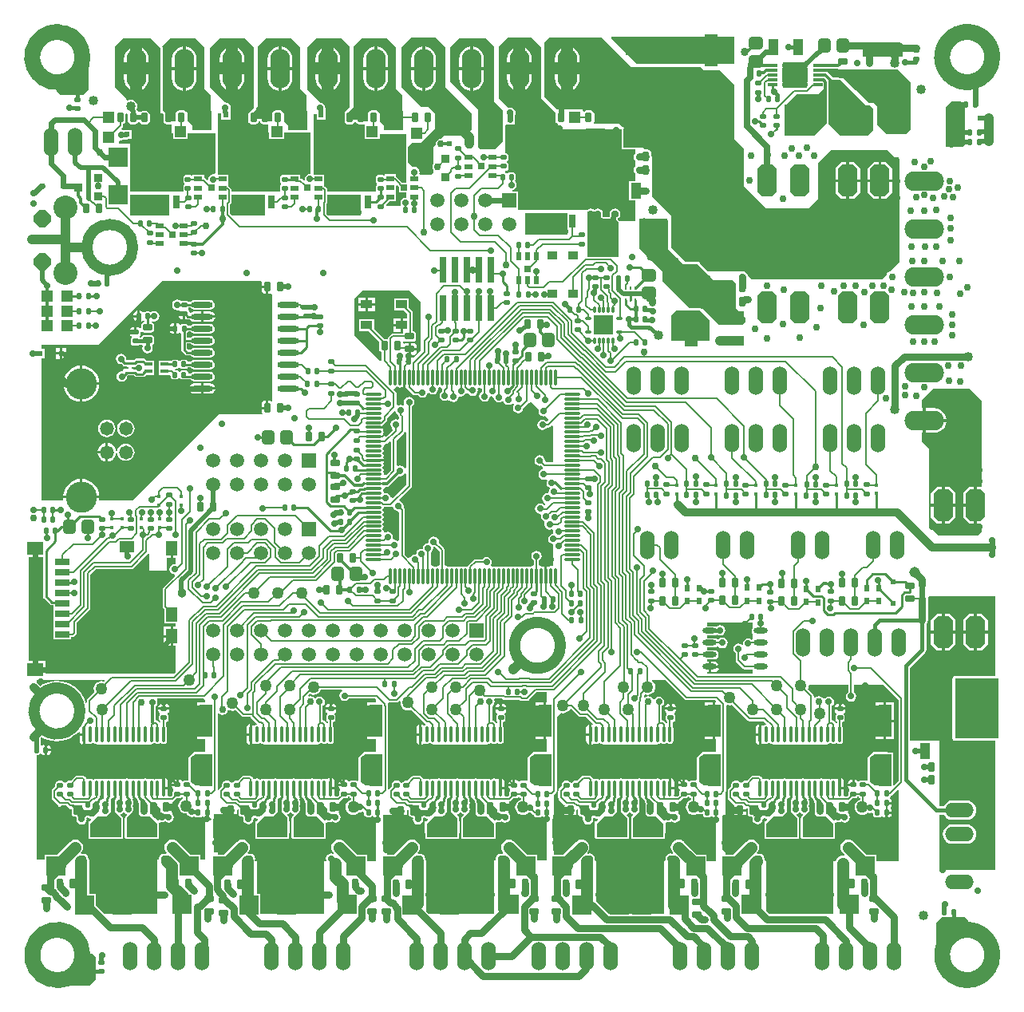
<source format=gtl>
G04 Layer_Physical_Order=1*
G04 Layer_Color=255*
%FSLAX24Y24*%
%MOIN*%
G70*
G01*
G75*
%ADD10C,0.0650*%
%ADD11C,0.0450*%
%ADD12C,0.0500*%
%ADD13R,0.0128X0.0106*%
%ADD14R,0.0250X0.0250*%
%ADD15R,0.0551X0.0197*%
%ADD16R,0.0110X0.0157*%
G04:AMPARAMS|DCode=17|XSize=22mil|YSize=24mil|CornerRadius=4.4mil|HoleSize=0mil|Usage=FLASHONLY|Rotation=90.000|XOffset=0mil|YOffset=0mil|HoleType=Round|Shape=RoundedRectangle|*
%AMROUNDEDRECTD17*
21,1,0.0220,0.0152,0,0,90.0*
21,1,0.0132,0.0240,0,0,90.0*
1,1,0.0088,0.0076,0.0066*
1,1,0.0088,0.0076,-0.0066*
1,1,0.0088,-0.0076,-0.0066*
1,1,0.0088,-0.0076,0.0066*
%
%ADD17ROUNDEDRECTD17*%
G04:AMPARAMS|DCode=18|XSize=22mil|YSize=24mil|CornerRadius=4.4mil|HoleSize=0mil|Usage=FLASHONLY|Rotation=180.000|XOffset=0mil|YOffset=0mil|HoleType=Round|Shape=RoundedRectangle|*
%AMROUNDEDRECTD18*
21,1,0.0220,0.0152,0,0,180.0*
21,1,0.0132,0.0240,0,0,180.0*
1,1,0.0088,-0.0066,0.0076*
1,1,0.0088,0.0066,0.0076*
1,1,0.0088,0.0066,-0.0076*
1,1,0.0088,-0.0066,-0.0076*
%
%ADD18ROUNDEDRECTD18*%
%ADD19R,0.1299X0.0354*%
G04:AMPARAMS|DCode=20|XSize=29.1mil|YSize=39.4mil|CornerRadius=5.8mil|HoleSize=0mil|Usage=FLASHONLY|Rotation=0.000|XOffset=0mil|YOffset=0mil|HoleType=Round|Shape=RoundedRectangle|*
%AMROUNDEDRECTD20*
21,1,0.0291,0.0277,0,0,0.0*
21,1,0.0175,0.0394,0,0,0.0*
1,1,0.0117,0.0087,-0.0139*
1,1,0.0117,-0.0087,-0.0139*
1,1,0.0117,-0.0087,0.0139*
1,1,0.0117,0.0087,0.0139*
%
%ADD20ROUNDEDRECTD20*%
G04:AMPARAMS|DCode=21|XSize=40mil|YSize=40mil|CornerRadius=20mil|HoleSize=0mil|Usage=FLASHONLY|Rotation=270.000|XOffset=0mil|YOffset=0mil|HoleType=Round|Shape=RoundedRectangle|*
%AMROUNDEDRECTD21*
21,1,0.0400,0.0000,0,0,270.0*
21,1,0.0000,0.0400,0,0,270.0*
1,1,0.0400,0.0000,0.0000*
1,1,0.0400,0.0000,0.0000*
1,1,0.0400,0.0000,0.0000*
1,1,0.0400,0.0000,0.0000*
%
%ADD21ROUNDEDRECTD21*%
%ADD22R,0.0472X0.0354*%
%ADD23R,0.0335X0.0236*%
%ADD24O,0.0591X0.0236*%
%ADD25O,0.0906X0.0236*%
G04:AMPARAMS|DCode=26|XSize=105mil|YSize=105mil|CornerRadius=26.3mil|HoleSize=0mil|Usage=FLASHONLY|Rotation=0.000|XOffset=0mil|YOffset=0mil|HoleType=Round|Shape=RoundedRectangle|*
%AMROUNDEDRECTD26*
21,1,0.1050,0.0525,0,0,0.0*
21,1,0.0525,0.1050,0,0,0.0*
1,1,0.0525,0.0263,-0.0263*
1,1,0.0525,-0.0263,-0.0263*
1,1,0.0525,-0.0263,0.0263*
1,1,0.0525,0.0263,0.0263*
%
%ADD26ROUNDEDRECTD26*%
%ADD27R,0.0402X0.0118*%
%ADD28O,0.0118X0.0709*%
%ADD29O,0.0709X0.0118*%
G04:AMPARAMS|DCode=30|XSize=29.1mil|YSize=39.4mil|CornerRadius=5.8mil|HoleSize=0mil|Usage=FLASHONLY|Rotation=270.000|XOffset=0mil|YOffset=0mil|HoleType=Round|Shape=RoundedRectangle|*
%AMROUNDEDRECTD30*
21,1,0.0291,0.0277,0,0,270.0*
21,1,0.0175,0.0394,0,0,270.0*
1,1,0.0117,-0.0139,-0.0087*
1,1,0.0117,-0.0139,0.0087*
1,1,0.0117,0.0139,0.0087*
1,1,0.0117,0.0139,-0.0087*
%
%ADD30ROUNDEDRECTD30*%
%ADD31R,0.0354X0.1299*%
%ADD32R,0.1970X0.1700*%
%ADD33R,0.0280X0.0560*%
%ADD34R,0.0480X0.0480*%
%ADD35R,0.1673X0.0465*%
G04:AMPARAMS|DCode=36|XSize=52mil|YSize=60mil|CornerRadius=13mil|HoleSize=0mil|Usage=FLASHONLY|Rotation=0.000|XOffset=0mil|YOffset=0mil|HoleType=Round|Shape=RoundedRectangle|*
%AMROUNDEDRECTD36*
21,1,0.0520,0.0340,0,0,0.0*
21,1,0.0260,0.0600,0,0,0.0*
1,1,0.0260,0.0130,-0.0170*
1,1,0.0260,-0.0130,-0.0170*
1,1,0.0260,-0.0130,0.0170*
1,1,0.0260,0.0130,0.0170*
%
%ADD36ROUNDEDRECTD36*%
%ADD37R,0.0295X0.1102*%
G04:AMPARAMS|DCode=38|XSize=40mil|YSize=40mil|CornerRadius=20mil|HoleSize=0mil|Usage=FLASHONLY|Rotation=0.000|XOffset=0mil|YOffset=0mil|HoleType=Round|Shape=RoundedRectangle|*
%AMROUNDEDRECTD38*
21,1,0.0400,0.0000,0,0,0.0*
21,1,0.0000,0.0400,0,0,0.0*
1,1,0.0400,0.0000,0.0000*
1,1,0.0400,0.0000,0.0000*
1,1,0.0400,0.0000,0.0000*
1,1,0.0400,0.0000,0.0000*
%
%ADD38ROUNDEDRECTD38*%
%ADD39R,0.0480X0.0480*%
%ADD40R,0.0790X0.0790*%
%ADD41R,0.0790X0.0790*%
%ADD42R,0.0240X0.0240*%
%ADD43R,0.0200X0.0280*%
%ADD44R,0.0630X0.1260*%
%ADD45R,0.1260X0.0630*%
G04:AMPARAMS|DCode=46|XSize=52mil|YSize=60mil|CornerRadius=13mil|HoleSize=0mil|Usage=FLASHONLY|Rotation=90.000|XOffset=0mil|YOffset=0mil|HoleType=Round|Shape=RoundedRectangle|*
%AMROUNDEDRECTD46*
21,1,0.0520,0.0340,0,0,90.0*
21,1,0.0260,0.0600,0,0,90.0*
1,1,0.0260,0.0170,0.0130*
1,1,0.0260,0.0170,-0.0130*
1,1,0.0260,-0.0170,-0.0130*
1,1,0.0260,-0.0170,0.0130*
%
%ADD46ROUNDEDRECTD46*%
%ADD47R,0.0433X0.0669*%
%ADD48R,0.0669X0.0433*%
%ADD49C,0.0600*%
%ADD50R,0.0453X0.0591*%
%ADD51R,0.0591X0.0315*%
%ADD52R,0.0669X0.0551*%
%ADD53R,0.0591X0.0453*%
%ADD54R,0.0250X0.0250*%
%ADD55R,0.0551X0.1339*%
%ADD56R,0.0360X0.0320*%
%ADD57R,0.2055X0.1220*%
%ADD58O,0.0138X0.0669*%
%ADD59R,0.0157X0.0118*%
%ADD60R,0.0240X0.0240*%
%ADD61R,0.0236X0.0335*%
%ADD62C,0.0394*%
%ADD63R,0.0354X0.0157*%
%ADD64O,0.0110X0.0315*%
%ADD65O,0.0315X0.0110*%
%ADD66R,0.0807X0.0807*%
%ADD67R,0.0394X0.0354*%
%ADD68C,0.0160*%
%ADD69C,0.0100*%
%ADD70C,0.0240*%
%ADD71C,0.0070*%
%ADD72C,0.0290*%
%ADD73C,0.0080*%
%ADD74C,0.0120*%
%ADD75C,0.0400*%
%ADD76C,0.0200*%
%ADD77C,0.0140*%
%ADD78C,0.0300*%
%ADD79C,0.0250*%
%ADD80C,0.0500*%
%ADD81C,0.0320*%
%ADD82C,0.0220*%
%ADD83C,0.0150*%
%ADD84C,0.0180*%
%ADD85R,0.0591X0.0591*%
%ADD86C,0.0591*%
%ADD87O,0.1200X0.0600*%
%ADD88P,0.0758X8X292.5*%
%ADD89C,0.1000*%
%ADD90O,0.0600X0.1200*%
%ADD91C,0.0580*%
%ADD92C,0.1305*%
G04:AMPARAMS|DCode=93|XSize=133mil|YSize=83mil|CornerRadius=0mil|HoleSize=0mil|Usage=FLASHONLY|Rotation=270.000|XOffset=0mil|YOffset=0mil|HoleType=Round|Shape=Octagon|*
%AMOCTAGOND93*
4,1,8,-0.0208,-0.0665,0.0208,-0.0665,0.0415,-0.0458,0.0415,0.0458,0.0208,0.0665,-0.0208,0.0665,-0.0415,0.0458,-0.0415,-0.0458,-0.0208,-0.0665,0.0*
%
%ADD93OCTAGOND93*%

%ADD94O,0.0825X0.1650*%
%ADD95O,0.1650X0.0825*%
%ADD96C,0.0300*%
%ADD97C,0.0290*%
%ADD98C,0.0400*%
%ADD99C,0.0340*%
%ADD100C,0.0380*%
%ADD101C,0.0250*%
%ADD102C,0.0450*%
G36*
X15704Y33652D02*
X15716Y33635D01*
X15727Y33618D01*
X15729Y33617D01*
X15729Y33616D01*
X15764Y33583D01*
Y33357D01*
X16070D01*
Y33152D01*
X16042Y33129D01*
X15958Y33113D01*
X15887Y33065D01*
X15839Y32994D01*
X15823Y32910D01*
X15839Y32830D01*
X15838Y32818D01*
X15817Y32780D01*
X15248D01*
X15228Y32830D01*
X15375Y32978D01*
X15647D01*
Y33352D01*
Y33615D01*
X15696Y33652D01*
X15704Y33652D01*
D02*
G37*
G36*
X24126Y32595D02*
X24174Y32564D01*
X24205Y32516D01*
X24216Y32460D01*
X24203Y32394D01*
Y32384D01*
X24202Y32374D01*
X24203Y32362D01*
X24203Y32362D01*
X24203Y32361D01*
X24207Y32348D01*
X24211Y32336D01*
X24211Y32335D01*
X24211Y32335D01*
X24232Y32296D01*
X24238Y32288D01*
X24244Y32280D01*
X24247Y32278D01*
X24249Y32275D01*
X24259Y32270D01*
X24267Y32264D01*
X24271Y32263D01*
X24274Y32262D01*
X24284Y32261D01*
X24295Y32259D01*
X24556D01*
X24565Y32260D01*
X24575Y32261D01*
X24579Y32263D01*
X24583Y32264D01*
X24591Y32269D01*
X24600Y32274D01*
X24603Y32277D01*
X24607Y32280D01*
X24612Y32287D01*
X24618Y32294D01*
X24647Y32345D01*
X24650Y32355D01*
X24655Y32366D01*
Y32369D01*
X24655Y32371D01*
X24655Y32382D01*
Y32394D01*
X24644Y32450D01*
X24655Y32506D01*
X24686Y32554D01*
X24734Y32585D01*
X24790Y32596D01*
X24846Y32585D01*
X24894Y32554D01*
X24925Y32506D01*
X24930Y32482D01*
Y32418D01*
X24925Y32394D01*
X24894Y32346D01*
X24874Y32333D01*
X24869Y32328D01*
X24863Y32324D01*
X24859Y32318D01*
X24854Y32313D01*
X24851Y32307D01*
X24847Y32301D01*
X24846Y32294D01*
X24843Y32288D01*
Y32281D01*
X24842Y32274D01*
Y32214D01*
X24843Y32207D01*
Y32200D01*
X24846Y32193D01*
X24847Y32186D01*
X24851Y32181D01*
X24854Y32174D01*
X24859Y32169D01*
X24863Y32163D01*
X24869Y32159D01*
X24874Y32154D01*
X24894Y32141D01*
X24914Y32110D01*
X24919Y32105D01*
X24923Y32100D01*
X24929Y32096D01*
X24930Y32094D01*
Y30660D01*
X24635D01*
X24600Y30667D01*
X24565Y30660D01*
X23640D01*
Y32548D01*
X23642Y32550D01*
X23649Y32552D01*
X23657Y32554D01*
X23662Y32557D01*
X23668Y32560D01*
X23707Y32584D01*
X23708Y32585D01*
X23709Y32585D01*
X23724Y32595D01*
X23748Y32600D01*
X23812D01*
X23836Y32595D01*
X23885Y32562D01*
X23911Y32552D01*
X23925D01*
X23939D01*
X23965Y32562D01*
X24014Y32595D01*
X24038Y32600D01*
X24102D01*
X24126Y32595D01*
D02*
G37*
G36*
X19740Y39440D02*
Y37120D01*
X20090Y36770D01*
Y35480D01*
X19770Y35160D01*
X19142D01*
X19060Y35242D01*
Y36810D01*
X17910Y37960D01*
Y39420D01*
X18290Y39800D01*
X19380D01*
X19740Y39440D01*
D02*
G37*
G36*
X17710Y39420D02*
Y38410D01*
Y37750D01*
X18060Y37400D01*
X18820Y36640D01*
Y35990D01*
X18540Y35710D01*
X17650D01*
X17532Y35592D01*
X17520Y35594D01*
X17434Y35577D01*
X17361Y35529D01*
X17313Y35456D01*
X17296Y35370D01*
X17298Y35358D01*
X17200Y35260D01*
Y34650D01*
Y34543D01*
X17179Y34512D01*
X17162Y34426D01*
X17179Y34340D01*
X17200Y34309D01*
Y34180D01*
X17100Y34080D01*
X16680D01*
X16619Y34141D01*
X16631Y34200D01*
X16614Y34284D01*
X16567Y34355D01*
X16496Y34403D01*
X16412Y34419D01*
X16353Y34407D01*
X16141Y34619D01*
Y35241D01*
X16320Y35420D01*
X16696D01*
X16746Y35470D01*
X16799Y35523D01*
X16810D01*
Y35534D01*
X17280Y36004D01*
Y36630D01*
X17000Y36910D01*
X16720D01*
X16140Y37490D01*
X15870Y37760D01*
Y39430D01*
X16260Y39820D01*
X17310D01*
X17710Y39420D01*
D02*
G37*
G36*
X39419Y36939D02*
Y36565D01*
Y35344D01*
X39321Y35246D01*
X38622D01*
Y36929D01*
X38691Y36998D01*
X38829Y37136D01*
X39222D01*
X39419Y36939D01*
D02*
G37*
G36*
X22790Y31570D02*
X21030D01*
Y32480D01*
X22790D01*
Y31570D01*
D02*
G37*
G36*
X25480Y38570D02*
X25850D01*
X28360Y38570D01*
X28470Y38460D01*
X29150Y38460D01*
X29770Y37840D01*
Y35850D01*
Y35570D01*
X30160Y35180D01*
X30160Y33620D01*
X31090Y32690D01*
X32890Y32690D01*
X33270Y33070D01*
Y34590D01*
X33800Y35120D01*
X36160D01*
X36660Y34620D01*
Y30420D01*
X36316Y30076D01*
X36262Y30066D01*
X36180Y30010D01*
X36124Y29928D01*
X36114Y29874D01*
X35950Y29710D01*
X33415D01*
X33390Y29715D01*
X33365Y29710D01*
X30520D01*
X30332Y29898D01*
X30331Y29906D01*
X30277Y29987D01*
X30196Y30041D01*
X30188Y30042D01*
X30180Y30050D01*
X30149D01*
X30100Y30060D01*
X30051Y30050D01*
X28680Y30050D01*
X28346Y30384D01*
Y30403D01*
X28327D01*
X28290Y30440D01*
X27750Y30440D01*
X27600Y30590D01*
X27140Y31050D01*
Y32380D01*
X26330Y33190D01*
X26330Y34840D01*
X26321Y34849D01*
Y34979D01*
X26309Y35040D01*
X26274Y35093D01*
X26221Y35128D01*
X26160Y35140D01*
X26030D01*
X25184Y35986D01*
Y36000D01*
X25177Y36039D01*
X25155Y36072D01*
X25121Y36094D01*
X25082Y36102D01*
X25068D01*
X24950Y36220D01*
X23939Y36220D01*
X23915Y36264D01*
X23919Y36270D01*
X23931Y36331D01*
Y36608D01*
X23919Y36670D01*
X23884Y36723D01*
X23831Y36758D01*
X23770Y36770D01*
X23595D01*
X23533Y36758D01*
X23500Y36735D01*
X23450Y36760D01*
Y36813D01*
X22770D01*
Y36810D01*
X22370D01*
X21840Y37340D01*
Y39620D01*
X22030Y39810D01*
X24240D01*
X25480Y38570D01*
D02*
G37*
G36*
X6160Y32380D02*
X4550D01*
Y33238D01*
X4560Y33240D01*
X6160D01*
Y32380D01*
D02*
G37*
G36*
X10170Y32390D02*
X8794D01*
X8717Y32467D01*
Y32845D01*
X8740Y32868D01*
X8763Y32903D01*
X8771Y32944D01*
Y33260D01*
X10170D01*
Y32390D01*
D02*
G37*
G36*
X14180Y32380D02*
X12820D01*
X12747Y32453D01*
Y32875D01*
X12756Y32884D01*
X12779Y32918D01*
X12787Y32959D01*
Y33260D01*
X14180D01*
Y32380D01*
D02*
G37*
G36*
X5800Y39390D02*
X5800Y36650D01*
X5903D01*
X5935Y36611D01*
X5934Y36609D01*
Y36331D01*
X5944Y36281D01*
X5972Y36239D01*
X6015Y36211D01*
X6065Y36201D01*
X6240D01*
X6270Y36176D01*
Y35820D01*
X6333D01*
Y35580D01*
X6953D01*
Y35820D01*
X8090D01*
Y34142D01*
X8051Y34110D01*
X8018Y34117D01*
X7934Y34100D01*
X7863Y34053D01*
X7815Y33982D01*
X7799Y33898D01*
X7800Y33889D01*
X7754Y33864D01*
X7699Y33919D01*
X7663Y33944D01*
X7625Y33951D01*
Y34096D01*
X7150D01*
Y34078D01*
X7142Y34072D01*
X7100Y34056D01*
X7075Y34073D01*
X7031Y34082D01*
X6879D01*
X6834Y34073D01*
X6797Y34048D01*
X6771Y34010D01*
X6762Y33966D01*
Y33834D01*
X6771Y33789D01*
X6797Y33751D01*
X6817Y33738D01*
X6817Y33737D01*
Y33683D01*
X6817Y33682D01*
X6797Y33669D01*
X6771Y33631D01*
X6762Y33587D01*
Y33455D01*
X6769Y33420D01*
X6751Y33386D01*
X6738Y33370D01*
X4540D01*
Y35380D01*
X4060D01*
Y35493D01*
X4110Y35531D01*
X4160Y35521D01*
X4244Y35537D01*
X4288Y35567D01*
X4390D01*
X4456Y35580D01*
X4457Y35580D01*
X4600D01*
Y35960D01*
X4220D01*
Y35960D01*
X4220Y35960D01*
X4191Y35970D01*
X4176Y36024D01*
X4212Y36060D01*
X4212Y36060D01*
X4236Y36096D01*
X4244Y36139D01*
X4244Y36139D01*
Y36206D01*
X4270Y36211D01*
X4312Y36239D01*
X4341Y36281D01*
X4351Y36331D01*
Y36609D01*
X4387Y36640D01*
X4412D01*
X4450Y36599D01*
Y36331D01*
X4460Y36281D01*
X4488Y36239D01*
X4530Y36211D01*
X4580Y36201D01*
X4755D01*
X4805Y36211D01*
X4848Y36239D01*
X4876Y36281D01*
X4879Y36297D01*
X4931D01*
X4934Y36281D01*
X4962Y36239D01*
X5005Y36211D01*
X5055Y36201D01*
X5230D01*
X5280Y36211D01*
X5322Y36239D01*
X5351Y36281D01*
X5360Y36331D01*
Y36360D01*
Y36609D01*
X5360Y36611D01*
X5351Y36659D01*
X5322Y36701D01*
X5280Y36729D01*
X5230Y36739D01*
X5055D01*
X5005Y36729D01*
X4984Y36715D01*
X4954Y36705D01*
X4917Y36723D01*
X4821Y36819D01*
X4807Y36840D01*
X4823Y36880D01*
X4832Y36950D01*
X4823Y37020D01*
X4796Y37086D01*
X4753Y37143D01*
X4696Y37186D01*
X4630Y37213D01*
X4560Y37222D01*
X4490Y37213D01*
X4445Y37195D01*
X4380Y37260D01*
X3890Y37750D01*
X3890Y39440D01*
X4250Y39800D01*
X5390D01*
X5800Y39390D01*
D02*
G37*
G36*
X21720Y39400D02*
X21720Y37260D01*
X22309Y36671D01*
X22310Y36608D01*
X22310Y36608D01*
Y36608D01*
Y36331D01*
X22319Y36281D01*
X22348Y36239D01*
X22390Y36210D01*
X22400Y36209D01*
Y36000D01*
X25082D01*
Y35165D01*
X25650D01*
Y35005D01*
X25635Y34995D01*
X25587Y34924D01*
X25571Y34840D01*
X25572Y34835D01*
X25571Y34830D01*
X25587Y34746D01*
X25635Y34675D01*
X25650Y34665D01*
Y34455D01*
X25635Y34445D01*
X25587Y34374D01*
X25571Y34290D01*
X25587Y34206D01*
X25635Y34135D01*
X25650Y34125D01*
Y33835D01*
X25372D01*
Y33025D01*
X25650D01*
Y32150D01*
X24973D01*
X24945Y32193D01*
X24913Y32214D01*
Y32274D01*
X24945Y32295D01*
X24993Y32366D01*
X25009Y32450D01*
X24993Y32534D01*
X24945Y32605D01*
X24874Y32653D01*
X24790Y32669D01*
X24706Y32653D01*
X24635Y32605D01*
X24587Y32534D01*
X24571Y32450D01*
X24585Y32380D01*
X24556Y32330D01*
X24295D01*
X24274Y32368D01*
X24273Y32380D01*
X24289Y32460D01*
X24273Y32544D01*
X24225Y32615D01*
X24154Y32663D01*
X24070Y32679D01*
X23986Y32663D01*
X23925Y32622D01*
X23864Y32663D01*
X23780Y32679D01*
X23696Y32663D01*
X23669Y32645D01*
X23630Y32620D01*
Y32620D01*
X23630Y32620D01*
X20758D01*
X20745Y32665D01*
X20745D01*
Y33395D01*
X20497D01*
X20493Y33445D01*
X20554Y33457D01*
X20625Y33505D01*
X20673Y33576D01*
X20689Y33660D01*
X20673Y33744D01*
X20637Y33797D01*
X20615Y33842D01*
X20640Y33880D01*
X20649Y33924D01*
Y34076D01*
X20640Y34120D01*
X20615Y34158D01*
X20577Y34183D01*
X20533Y34192D01*
X20401D01*
X20357Y34183D01*
X20319Y34158D01*
X20307Y34140D01*
X20250D01*
X20238Y34158D01*
X20200Y34183D01*
X20200Y34183D01*
Y34258D01*
X20216D01*
X20260Y34267D01*
X20298Y34292D01*
X20323Y34330D01*
X20332Y34374D01*
Y34506D01*
X20323Y34550D01*
X20298Y34588D01*
X20278Y34602D01*
X20278Y34602D01*
Y34657D01*
X20278Y34657D01*
X20298Y34671D01*
X20323Y34708D01*
X20332Y34753D01*
Y34885D01*
X20323Y34929D01*
X20298Y34967D01*
X20260Y34992D01*
X20216Y35001D01*
X20200D01*
Y36152D01*
X20230Y36190D01*
X20401D01*
X20420Y36186D01*
X20439Y36190D01*
X20610D01*
Y36361D01*
X20614Y36380D01*
Y36476D01*
Y36583D01*
X20623Y36596D01*
X20623Y36599D01*
X20639Y36680D01*
X20623Y36764D01*
X20575Y36835D01*
X20504Y36883D01*
X20420Y36899D01*
X20340Y36883D01*
X19930Y37294D01*
Y39440D01*
X20300Y39810D01*
X21310D01*
X21720Y39400D01*
D02*
G37*
G36*
X9720Y39420D02*
Y36890D01*
X9610Y36780D01*
X9558Y36728D01*
X9518Y36701D01*
X9491Y36661D01*
X9480Y36650D01*
Y36611D01*
X9480Y36611D01*
X9480Y36611D01*
X9480Y36609D01*
Y36490D01*
Y36331D01*
X9489Y36281D01*
X9518Y36239D01*
X9560Y36211D01*
X9610Y36201D01*
X9785D01*
X9835Y36211D01*
X9878Y36239D01*
X9906Y36281D01*
X9916Y36331D01*
X9964Y36331D01*
X9974Y36281D01*
X10002Y36239D01*
X10045Y36211D01*
X10095Y36201D01*
X10270D01*
X10300Y36176D01*
Y35860D01*
X10353D01*
Y35580D01*
X10973D01*
Y35860D01*
X12080D01*
Y34149D01*
X12053Y34127D01*
X11969Y34110D01*
X11898Y34062D01*
X11851Y33991D01*
X11834Y33907D01*
X11843Y33862D01*
X11797Y33837D01*
X11725Y33909D01*
X11688Y33934D01*
X11645Y33942D01*
X11641Y33990D01*
Y34096D01*
X11166D01*
Y34096D01*
X11116Y34069D01*
X11111Y34073D01*
X11066Y34082D01*
X10914D01*
X10870Y34073D01*
X10832Y34048D01*
X10807Y34010D01*
X10798Y33966D01*
Y33834D01*
X10807Y33789D01*
X10832Y33751D01*
X10852Y33738D01*
X10853Y33737D01*
Y33683D01*
X10852Y33682D01*
X10832Y33669D01*
X10807Y33631D01*
X10798Y33587D01*
Y33455D01*
X10805Y33420D01*
X10786Y33386D01*
X10773Y33370D01*
X8771D01*
Y33458D01*
X8763Y33499D01*
X8740Y33534D01*
X8674Y33599D01*
X8639Y33623D01*
X8629Y33625D01*
Y34096D01*
X8200D01*
Y36650D01*
X8350D01*
Y36400D01*
X8730D01*
Y36490D01*
Y36844D01*
X8739Y36890D01*
X8723Y36974D01*
X8675Y37045D01*
X8604Y37093D01*
X8520Y37109D01*
X8512Y37108D01*
X7860Y37760D01*
X7860Y39400D01*
X8260Y39800D01*
X9340Y39800D01*
X9720Y39420D01*
D02*
G37*
G36*
X2795Y38822D02*
Y37657D01*
X2558Y37420D01*
X1630D01*
X1457Y37593D01*
X1457Y37844D01*
X2745Y38847D01*
X2795Y38822D01*
D02*
G37*
G36*
X13700Y39440D02*
Y36920D01*
X13490Y36710D01*
Y36609D01*
X13490Y36609D01*
X13490D01*
D01*
Y36400D01*
Y36331D01*
X13499Y36281D01*
X13528Y36239D01*
X13570Y36211D01*
X13620Y36201D01*
X13795D01*
X13845Y36211D01*
X13888Y36239D01*
X13916Y36281D01*
X13919Y36299D01*
X13970D01*
X13974Y36281D01*
X14002Y36239D01*
X14045Y36210D01*
X14095Y36201D01*
X14270D01*
X14296Y36206D01*
X14341Y36173D01*
X14343Y36168D01*
Y35580D01*
X14963D01*
Y35800D01*
X16070D01*
Y33747D01*
X15917D01*
X15911Y33752D01*
X15910Y33757D01*
X15886Y33794D01*
X15886Y33794D01*
X15687Y33993D01*
X15650Y34018D01*
X15647Y34018D01*
Y34102D01*
X15173D01*
Y34091D01*
X15123Y34064D01*
X15110Y34072D01*
X15066Y34081D01*
X14914D01*
X14870Y34072D01*
X14832Y34047D01*
X14807Y34009D01*
X14798Y33965D01*
Y33833D01*
X14807Y33788D01*
X14832Y33751D01*
X14852Y33737D01*
X14852Y33737D01*
Y33682D01*
X14852Y33682D01*
X14832Y33668D01*
X14807Y33630D01*
X14798Y33586D01*
Y33454D01*
X14805Y33420D01*
X14785Y33385D01*
X14773Y33370D01*
X12787D01*
Y33448D01*
X12779Y33489D01*
X12756Y33524D01*
X12680Y33599D01*
X12645Y33623D01*
X12645Y33623D01*
Y34096D01*
X12220D01*
X12220Y36630D01*
X12330D01*
Y36400D01*
X12710D01*
Y36630D01*
Y36870D01*
X12689Y36891D01*
X12680Y36936D01*
X12674Y36945D01*
X12673Y36954D01*
X12625Y37025D01*
X12554Y37073D01*
X12496Y37084D01*
X11930Y37650D01*
Y39430D01*
X12300Y39800D01*
X13340D01*
X13700Y39440D01*
D02*
G37*
G36*
X34155Y38048D02*
X34202D01*
X34470Y37780D01*
X35280Y36970D01*
X35450D01*
X35570Y36850D01*
Y35960D01*
X35330Y35720D01*
X34200D01*
X33710Y36210D01*
Y36700D01*
Y37606D01*
X33711Y37608D01*
X33721Y37659D01*
Y37963D01*
X33713Y38006D01*
X33731Y38035D01*
X33743Y38050D01*
X34146D01*
X34155Y38048D01*
D02*
G37*
G36*
X33640Y37613D02*
X33639Y37606D01*
Y36700D01*
Y36229D01*
X33620Y36210D01*
X33130Y35720D01*
X31880D01*
Y36950D01*
X32380Y37450D01*
X33260D01*
X33540Y37730D01*
X33640D01*
Y37613D01*
D02*
G37*
G36*
X7650Y39410D02*
Y37660D01*
X7890Y37420D01*
Y36170D01*
X7750Y36030D01*
X7260D01*
X6970Y36320D01*
X6946D01*
X6936Y36331D01*
Y36609D01*
X6924Y36670D01*
X6889Y36723D01*
X6837Y36758D01*
X6775Y36770D01*
X6600D01*
X6539Y36758D01*
X6486Y36723D01*
X6451Y36670D01*
X6439Y36609D01*
Y36331D01*
X6430Y36320D01*
X6041D01*
X6040Y36321D01*
X6036Y36341D01*
Y36601D01*
X6036Y36601D01*
X6036Y36602D01*
Y36609D01*
X6035Y36615D01*
X6035Y36616D01*
X6035Y36631D01*
X6033Y36636D01*
X6032Y36641D01*
X6025Y36654D01*
X6019Y36668D01*
X6016Y36672D01*
X6013Y36676D01*
X5982Y36715D01*
X5978Y36718D01*
X5975Y36722D01*
X5963Y36730D01*
X5951Y36740D01*
X5946Y36741D01*
X5942Y36744D01*
X5927Y36747D01*
X5913Y36751D01*
X5902Y36800D01*
X5902Y39390D01*
X5894Y39429D01*
X5876Y39456D01*
X6210Y39790D01*
X7270D01*
X7650Y39410D01*
D02*
G37*
G36*
X15650D02*
Y37660D01*
X15890Y37420D01*
Y36170D01*
X15750Y36030D01*
X15260D01*
X14970Y36320D01*
X14965Y36326D01*
X14966Y36331D01*
Y36608D01*
X14954Y36670D01*
X14919Y36723D01*
X14867Y36758D01*
X14805Y36770D01*
X14630D01*
X14569Y36758D01*
X14516Y36723D01*
X14481Y36670D01*
X14469Y36608D01*
Y36331D01*
X14460Y36320D01*
X14071D01*
X14069Y36323D01*
X14067Y36328D01*
X14065Y36338D01*
X14059Y36347D01*
X14055Y36356D01*
X14048Y36363D01*
X14043Y36371D01*
X14034Y36377D01*
X14027Y36384D01*
X14018Y36388D01*
X14009Y36393D01*
X14000Y36395D01*
X13990Y36399D01*
X13980D01*
X13970Y36401D01*
X13919D01*
X13910Y36399D01*
X13900D01*
X13890Y36395D01*
X13880Y36393D01*
X13872Y36388D01*
X13863Y36384D01*
X13856Y36377D01*
X13847Y36371D01*
X13842Y36363D01*
X13835Y36356D01*
X13831Y36347D01*
X13825Y36338D01*
X13823Y36328D01*
X13821Y36323D01*
X13819Y36320D01*
X13600D01*
X13595Y36325D01*
X13591Y36341D01*
Y36661D01*
X13860Y36930D01*
Y39440D01*
X14210Y39790D01*
X15270D01*
X15650Y39410D01*
D02*
G37*
G36*
X11650D02*
Y37660D01*
X11890Y37420D01*
Y36170D01*
X11750Y36030D01*
X11260D01*
X10970Y36320D01*
X10965Y36326D01*
X10966Y36331D01*
Y36609D01*
X10954Y36670D01*
X10919Y36723D01*
X10867Y36758D01*
X10805Y36770D01*
X10630D01*
X10569Y36758D01*
X10516Y36723D01*
X10481Y36670D01*
X10469Y36609D01*
Y36331D01*
X10460Y36320D01*
X10071D01*
X10070Y36321D01*
X10064Y36351D01*
X10060Y36361D01*
X10058Y36370D01*
X10053Y36379D01*
X10049Y36388D01*
X10042Y36395D01*
X10036Y36403D01*
X10028Y36409D01*
X10021Y36416D01*
X10011Y36420D01*
X10003Y36426D01*
X9993Y36428D01*
X9984Y36431D01*
X9974D01*
X9964Y36433D01*
X9916Y36433D01*
X9906Y36431D01*
X9896D01*
X9887Y36428D01*
X9877Y36426D01*
X9869Y36420D01*
X9859Y36416D01*
X9852Y36409D01*
X9844Y36404D01*
X9838Y36395D01*
X9831Y36388D01*
X9827Y36379D01*
X9822Y36370D01*
X9820Y36361D01*
X9816Y36351D01*
X9810Y36321D01*
X9809Y36320D01*
X9600D01*
X9582Y36338D01*
X9581Y36341D01*
Y36601D01*
X9582Y36601D01*
X9581Y36602D01*
Y36609D01*
X9582Y36611D01*
Y36614D01*
X9591Y36628D01*
X9614Y36643D01*
X9621Y36650D01*
X9630Y36656D01*
X9792Y36818D01*
X9814Y36851D01*
X9822Y36890D01*
Y36892D01*
X9860Y36930D01*
Y39440D01*
X10210Y39790D01*
X11270D01*
X11650Y39410D01*
D02*
G37*
G36*
X7660Y12168D02*
Y12043D01*
X7324D01*
Y11924D01*
X7830D01*
Y10624D01*
X7324D01*
Y10504D01*
X7660D01*
Y9992D01*
X7250D01*
X7211Y9984D01*
X7178Y9962D01*
X6998Y9782D01*
X6976Y9749D01*
X6968Y9710D01*
Y8792D01*
X6967Y8791D01*
X6834D01*
X6790Y8782D01*
X6752Y8757D01*
X6697Y8766D01*
X6690Y8777D01*
X6642Y8809D01*
X6586Y8820D01*
X6560D01*
Y8607D01*
X6510D01*
Y8557D01*
X6287D01*
Y8541D01*
X6298Y8485D01*
X6330Y8437D01*
X6340Y8431D01*
X6352Y8378D01*
X6327Y8340D01*
X6318Y8296D01*
Y8196D01*
X6247Y8126D01*
X6146D01*
X6105Y8176D01*
X6110Y8202D01*
Y8418D01*
X5938D01*
Y8468D01*
X5888D01*
Y8896D01*
X5872Y8893D01*
X5816Y8855D01*
X5754Y8853D01*
X5736Y8865D01*
X5682Y8875D01*
X5628Y8865D01*
X5585Y8836D01*
X5570Y8830D01*
X5537D01*
X5523Y8836D01*
X5480Y8865D01*
X5426Y8875D01*
X5372Y8865D01*
X5365Y8860D01*
X5231D01*
X5224Y8865D01*
X5170Y8875D01*
X5116Y8865D01*
X5109Y8860D01*
X4975D01*
X4968Y8865D01*
X4914Y8875D01*
X4860Y8865D01*
X4853Y8860D01*
X4719D01*
X4712Y8865D01*
X4658Y8875D01*
X4604Y8865D01*
X4597Y8860D01*
X4463D01*
X4457Y8865D01*
X4402Y8875D01*
X4348Y8865D01*
X4341Y8860D01*
X4207D01*
X4201Y8865D01*
X4146Y8875D01*
X4092Y8865D01*
X4085Y8860D01*
X3952D01*
X3945Y8865D01*
X3891Y8875D01*
X3836Y8865D01*
X3830Y8860D01*
X3696D01*
X3689Y8865D01*
X3635Y8875D01*
X3580Y8865D01*
X3574Y8860D01*
X3440D01*
X3433Y8865D01*
X3379Y8875D01*
X3325Y8865D01*
X3318Y8860D01*
X3184D01*
X3177Y8865D01*
X3123Y8875D01*
X3069Y8865D01*
X3026Y8836D01*
X3011Y8830D01*
X2978D01*
X2964Y8836D01*
X2921Y8865D01*
X2867Y8875D01*
X2813Y8865D01*
X2771Y8837D01*
X2771Y8837D01*
X2746Y8842D01*
X2719Y8853D01*
X2715Y8876D01*
X2690Y8912D01*
X2690Y8912D01*
X2653Y8949D01*
X2617Y8974D01*
X2574Y8982D01*
X2574Y8982D01*
X2316D01*
X2316Y8982D01*
X2273Y8974D01*
X2236Y8949D01*
X2056Y8769D01*
X1948D01*
X1904Y8760D01*
X1866Y8735D01*
X1845Y8703D01*
X1818Y8700D01*
X1791Y8703D01*
X1770Y8735D01*
X1732Y8760D01*
X1687Y8769D01*
X1535D01*
X1491Y8760D01*
X1453Y8735D01*
X1428Y8697D01*
X1419Y8653D01*
Y8553D01*
X1302Y8436D01*
X1278Y8400D01*
X1269Y8357D01*
X1269Y8357D01*
Y8078D01*
X1269Y8078D01*
X1278Y8035D01*
X1302Y7999D01*
X1533Y7768D01*
X1533Y7768D01*
X1543Y7761D01*
X1547Y7740D01*
X1539Y7700D01*
X1926Y7700D01*
X2054Y7572D01*
X2082Y7586D01*
X2101Y7572D01*
Y7401D01*
X2111Y7351D01*
X2139Y7309D01*
X2182Y7281D01*
X2232Y7271D01*
X2263D01*
X2301Y7221D01*
X2291Y7170D01*
X2307Y7086D01*
X2355Y7015D01*
X2426Y6967D01*
X2510Y6951D01*
X2594Y6967D01*
X2665Y7015D01*
X2713Y7086D01*
X2729Y7170D01*
X2721Y7212D01*
X2761Y7238D01*
X2808Y7207D01*
X2891Y7191D01*
X2910Y7195D01*
X2935Y7148D01*
X2855Y7069D01*
X2792D01*
Y6574D01*
X2806D01*
Y6410D01*
X2812Y6383D01*
X2827Y6360D01*
X2850Y6344D01*
X2877Y6339D01*
X4157D01*
X4185Y6344D01*
X4208Y6360D01*
X4223Y6383D01*
X4229Y6410D01*
Y6574D01*
X4231D01*
Y7069D01*
X4229D01*
Y7220D01*
X4223Y7247D01*
X4208Y7270D01*
X4135Y7344D01*
X4149Y7391D01*
X4180Y7397D01*
X4251Y7445D01*
X4301D01*
X4372Y7397D01*
X4400Y7392D01*
X4414Y7344D01*
X4341Y7270D01*
X4325Y7247D01*
X4320Y7220D01*
Y7069D01*
X4312D01*
Y6574D01*
X4320D01*
Y6410D01*
X4325Y6383D01*
X4341Y6360D01*
X4364Y6344D01*
X4391Y6339D01*
X5671D01*
X5699Y6344D01*
X5722Y6360D01*
X5737Y6383D01*
X5743Y6410D01*
Y6574D01*
X5751D01*
Y7022D01*
X5762Y7033D01*
X5801Y7055D01*
X5871Y7041D01*
X5955Y7057D01*
X5999Y7087D01*
X6058Y7047D01*
X6141Y7031D01*
X6225Y7047D01*
X6296Y7095D01*
X6344Y7166D01*
X6361Y7250D01*
X6344Y7334D01*
X6296Y7405D01*
X6292Y7408D01*
X6280Y7476D01*
X6289Y7490D01*
X6301Y7551D01*
Y7640D01*
X6052D01*
Y7740D01*
X6301D01*
Y7829D01*
X6296Y7853D01*
X6294Y7893D01*
X6332Y7909D01*
X6337Y7910D01*
X6373Y7934D01*
X6486Y8048D01*
X6586D01*
X6630Y8057D01*
X6668Y8082D01*
X6670Y8084D01*
X6727Y8087D01*
X6740Y8071D01*
X6730Y8018D01*
X6709Y8010D01*
X6642Y7958D01*
X6590Y7891D01*
X6558Y7814D01*
X6547Y7730D01*
X6558Y7646D01*
X6590Y7569D01*
X6642Y7502D01*
X6709Y7450D01*
X6786Y7418D01*
X6870Y7407D01*
X6914Y7413D01*
X6917Y7396D01*
X6965Y7325D01*
X7036Y7277D01*
X7120Y7261D01*
X7204Y7277D01*
X7227Y7293D01*
X7232Y7292D01*
X7270Y7267D01*
X7314Y7258D01*
X7446D01*
X7485Y7266D01*
X7496Y7263D01*
X7510Y7253D01*
X7536Y7274D01*
X7589Y7270D01*
X7637Y7238D01*
X7660Y7234D01*
Y5470D01*
X7476D01*
Y5678D01*
X7076D01*
X6525Y6229D01*
X6518Y6234D01*
X6518Y6236D01*
X6485Y6269D01*
X6479Y6264D01*
X6458Y6281D01*
X6380Y6313D01*
X6296Y6324D01*
X6213Y6313D01*
X6135Y6281D01*
X6068Y6229D01*
X6017Y6162D01*
X5985Y6085D01*
X5974Y6001D01*
X5985Y5918D01*
X6017Y5840D01*
X6062Y5781D01*
X6059Y5766D01*
X6014Y5731D01*
X5971Y5739D01*
X5888Y5723D01*
X5816Y5675D01*
X5769Y5604D01*
X5752Y5520D01*
X5754Y5509D01*
X5723Y5470D01*
X5671D01*
Y3210D01*
X3458D01*
X3103Y3566D01*
Y4065D01*
X2851D01*
Y5470D01*
X2826D01*
X2794Y5509D01*
X2797Y5520D01*
X2780Y5604D01*
X2732Y5675D01*
X2661Y5723D01*
X2577Y5739D01*
X2535Y5731D01*
X2490Y5766D01*
X2487Y5781D01*
X2532Y5840D01*
X2564Y5918D01*
X2575Y6001D01*
X2564Y6085D01*
X2532Y6162D01*
X2481Y6229D01*
X2414Y6281D01*
X2336Y6313D01*
X2252Y6324D01*
X2169Y6313D01*
X2091Y6281D01*
X2024Y6229D01*
X1472Y5678D01*
X966D01*
Y5470D01*
X646D01*
X646Y9868D01*
X706D01*
X750Y9877D01*
X788Y9902D01*
X842Y9892D01*
X849Y9880D01*
X897Y9848D01*
X953Y9837D01*
X969D01*
Y10060D01*
Y10283D01*
X953D01*
X897Y10272D01*
X863Y10249D01*
X818Y10268D01*
X813Y10271D01*
Y10562D01*
X854Y10602D01*
X908Y10568D01*
X1091Y10493D01*
X1283Y10447D01*
X1480Y10431D01*
X1677Y10447D01*
X1869Y10493D01*
X2052Y10568D01*
X2220Y10672D01*
X2370Y10800D01*
X2392Y10825D01*
X2439Y10808D01*
Y10762D01*
X2611D01*
Y10712D01*
X2661D01*
Y10284D01*
X2677Y10287D01*
X2733Y10325D01*
X2795Y10327D01*
X2813Y10315D01*
X2867Y10305D01*
X2921Y10315D01*
X2964Y10344D01*
X2978Y10350D01*
X3011D01*
X3026Y10344D01*
X3069Y10315D01*
X3101Y10309D01*
X3123Y10305D01*
X3125Y10300D01*
X5424D01*
X5426Y10305D01*
X5448Y10309D01*
X5480Y10315D01*
X5523Y10344D01*
X5537Y10350D01*
X5570D01*
X5585Y10344D01*
X5628Y10315D01*
X5682Y10305D01*
X5736Y10315D01*
X5782Y10346D01*
X5785Y10350D01*
X5835D01*
X5838Y10346D01*
X5884Y10315D01*
X5938Y10305D01*
X5992Y10315D01*
X6038Y10346D01*
X6069Y10392D01*
X6079Y10446D01*
Y10978D01*
X6069Y11032D01*
X6050Y11060D01*
Y11234D01*
X6065Y11237D01*
X6103Y11262D01*
X6128Y11300D01*
X6137Y11344D01*
Y11476D01*
X6128Y11520D01*
X6103Y11558D01*
X6114Y11611D01*
X6124Y11617D01*
X6156Y11665D01*
X6167Y11721D01*
Y11737D01*
X5944D01*
X5722D01*
Y11721D01*
X5733Y11665D01*
X5765Y11617D01*
X5775Y11611D01*
X5786Y11558D01*
X5761Y11520D01*
X5752Y11476D01*
Y11344D01*
X5761Y11300D01*
X5786Y11262D01*
X5812Y11244D01*
X5812Y11218D01*
X5761Y11203D01*
X5761D01*
X5695Y11269D01*
X5659Y11294D01*
X5616Y11302D01*
X5608Y11351D01*
Y11884D01*
X5625Y11895D01*
X5673Y11966D01*
X5689Y12050D01*
X5673Y12134D01*
X5656Y12159D01*
X5679Y12203D01*
X7610D01*
X7660Y12168D01*
D02*
G37*
G36*
X15443Y22931D02*
Y21751D01*
X15229Y21538D01*
X15173Y21561D01*
X15153Y21575D01*
X15142Y21632D01*
X15106Y21684D01*
X15103Y21701D01*
X15113Y21716D01*
X15123Y21766D01*
X15113Y21817D01*
X15085Y21859D01*
Y21870D01*
X15113Y21913D01*
X15123Y21963D01*
X15113Y22014D01*
X15103Y22029D01*
X15106Y22045D01*
X15142Y22098D01*
X15144Y22110D01*
X14696D01*
Y22210D01*
X15144D01*
X15142Y22222D01*
X15106Y22275D01*
X15103Y22291D01*
X15113Y22306D01*
X15123Y22357D01*
X15113Y22407D01*
X15085Y22450D01*
Y22461D01*
X15113Y22503D01*
X15123Y22554D01*
X15113Y22604D01*
X15085Y22647D01*
Y22658D01*
X15113Y22700D01*
X15123Y22751D01*
X15122Y22755D01*
X15179Y22835D01*
X15187D01*
X15187Y22835D01*
X15230Y22844D01*
X15267Y22868D01*
X15363Y22964D01*
X15443Y22931D01*
D02*
G37*
G36*
X30551Y15162D02*
X30519Y15113D01*
X30504Y15040D01*
X30519Y14967D01*
X30551Y14918D01*
Y14686D01*
X30520Y14672D01*
X30502Y14668D01*
X30501Y14668D01*
X30434Y14713D01*
X30350Y14729D01*
X30266Y14713D01*
X30195Y14665D01*
X30147Y14594D01*
X30131Y14510D01*
X30136Y14484D01*
X30090Y14457D01*
X30035Y14494D01*
X29951Y14511D01*
X29867Y14494D01*
X29796Y14446D01*
X29748Y14375D01*
X29732Y14291D01*
X29748Y14207D01*
X29796Y14136D01*
X29843Y14105D01*
Y13804D01*
X29843Y13804D01*
X29851Y13761D01*
X29876Y13725D01*
X30140Y13461D01*
X30140Y13461D01*
X30176Y13436D01*
X30219Y13428D01*
X30219Y13428D01*
X30545D01*
X30551Y13418D01*
Y13238D01*
X28642D01*
Y13318D01*
X28697D01*
Y13540D01*
Y13762D01*
X28642D01*
Y13848D01*
X28924D01*
X28998Y13863D01*
X29060Y13904D01*
X29101Y13967D01*
X29116Y14040D01*
X29101Y14113D01*
X29060Y14176D01*
X28998Y14217D01*
X28924Y14232D01*
X28642D01*
Y14348D01*
X28924D01*
X28998Y14363D01*
X29060Y14404D01*
X29111Y14391D01*
X29117Y14382D01*
X29188Y14335D01*
X29272Y14318D01*
X29356Y14335D01*
X29427Y14382D01*
X29474Y14454D01*
X29491Y14537D01*
X29474Y14621D01*
X29427Y14692D01*
X29356Y14740D01*
X29272Y14757D01*
X29188Y14740D01*
X29117Y14692D01*
X29113Y14686D01*
X29060Y14676D01*
X28998Y14717D01*
X28924Y14732D01*
X28642D01*
Y14848D01*
X28924D01*
X28998Y14863D01*
X29034Y14887D01*
X29052D01*
X29096Y14857D01*
X29180Y14841D01*
X29264Y14857D01*
X29335Y14905D01*
X29383Y14976D01*
X29399Y15060D01*
X29383Y15144D01*
X29335Y15215D01*
X29264Y15263D01*
X29180Y15279D01*
X29096Y15263D01*
X29025Y15215D01*
X29018Y15204D01*
X28998Y15217D01*
X28924Y15232D01*
X28642D01*
Y15394D01*
X30551D01*
Y15162D01*
D02*
G37*
G36*
X15643Y24191D02*
X15647Y24166D01*
X15695Y24095D01*
X15738Y24066D01*
Y24055D01*
X15738Y24055D01*
X15746Y24012D01*
X15765Y23984D01*
X15760Y23924D01*
X15754Y23896D01*
X15703Y23867D01*
X15640Y23879D01*
X15556Y23863D01*
X15485Y23815D01*
X15437Y23744D01*
X15421Y23660D01*
X15437Y23576D01*
X15485Y23505D01*
X15490Y23409D01*
X15230Y23149D01*
X15147Y23179D01*
X15142Y23206D01*
X15106Y23259D01*
X15103Y23275D01*
X15113Y23291D01*
X15123Y23341D01*
X15113Y23391D01*
X15103Y23407D01*
X15106Y23423D01*
X15142Y23476D01*
X15144Y23488D01*
X14696D01*
Y23588D01*
X15144D01*
X15142Y23600D01*
X15107Y23651D01*
X15113Y23656D01*
X15240Y23782D01*
X15240Y23782D01*
X15264Y23819D01*
X15273Y23862D01*
Y23934D01*
X15556Y24217D01*
X15643Y24191D01*
D02*
G37*
G36*
X626Y18124D02*
X909D01*
Y16480D01*
X918Y16433D01*
X945Y16393D01*
X1195Y16143D01*
X1234Y16117D01*
X1281Y16108D01*
X1352D01*
Y15536D01*
Y15103D01*
Y14670D01*
X2083D01*
Y14785D01*
X2131D01*
X2131Y14785D01*
X2174Y14793D01*
X2211Y14818D01*
X2271Y14878D01*
X2271Y14878D01*
X2295Y14914D01*
X2303Y14957D01*
X2303Y14957D01*
Y15370D01*
X2846Y15912D01*
X2846Y15912D01*
X2870Y15948D01*
X2878Y15991D01*
X2878Y15991D01*
Y17392D01*
X3110Y17623D01*
X4597D01*
X4597Y17623D01*
X4640Y17631D01*
X4676Y17655D01*
X5297Y18276D01*
X5302Y18276D01*
X5347Y18261D01*
Y18107D01*
X5347Y18106D01*
Y17614D01*
X5352Y17586D01*
X5368Y17563D01*
X5391Y17548D01*
X5418Y17542D01*
X6009D01*
X6036Y17548D01*
X6059Y17563D01*
X6075Y17586D01*
X6080Y17614D01*
Y18084D01*
X6225D01*
Y18480D01*
X6325D01*
Y18084D01*
X6424D01*
Y17841D01*
X6407Y17827D01*
X6324Y17811D01*
X6252Y17763D01*
X6205Y17692D01*
X6188Y17608D01*
X6205Y17524D01*
X6252Y17453D01*
X6324Y17406D01*
X6407Y17389D01*
X6411Y17387D01*
X6413Y17334D01*
X5938Y16858D01*
X5914Y16822D01*
X5905Y16779D01*
X5905Y16779D01*
Y16052D01*
X5905Y16052D01*
X5914Y16009D01*
X5938Y15973D01*
X5978Y15932D01*
Y15359D01*
X6424D01*
Y15214D01*
X6325D01*
Y14818D01*
Y14423D01*
X6424D01*
Y13304D01*
X6379Y13260D01*
X1011D01*
Y13371D01*
X576D01*
Y13421D01*
X526D01*
Y13796D01*
X321D01*
Y18124D01*
X526D01*
Y18499D01*
X626D01*
Y18124D01*
D02*
G37*
G36*
X10034Y29600D02*
X10024Y29549D01*
Y29460D01*
X10272D01*
Y29410D01*
X10322D01*
Y29110D01*
X10360D01*
X10421Y29122D01*
X10430Y29128D01*
X10480Y29101D01*
Y24659D01*
X10430Y24632D01*
X10421Y24638D01*
X10360Y24650D01*
X10322D01*
Y24350D01*
X10272D01*
Y24300D01*
X10024D01*
Y24211D01*
X10036Y24150D01*
X10056Y24120D01*
X10029Y24070D01*
X8240D01*
X4660Y20490D01*
X3280D01*
X3246Y20527D01*
X3251Y20580D01*
X2500D01*
X1749D01*
X1754Y20527D01*
X1720Y20490D01*
X830D01*
X830Y24960D01*
X830Y26430D01*
X977D01*
Y26810D01*
X830D01*
Y27000D01*
X3220D01*
X5520Y29300D01*
X5870Y29650D01*
X10007D01*
X10034Y29600D01*
D02*
G37*
G36*
X15542Y20184D02*
X15547Y20156D01*
X15595Y20085D01*
X15666Y20037D01*
X15750Y20021D01*
X15783Y19994D01*
Y18836D01*
X15703Y18796D01*
X15664Y18823D01*
X15580Y18839D01*
X15562Y18836D01*
X15560Y18836D01*
X15500Y18905D01*
X15509Y18950D01*
X15493Y19034D01*
X15445Y19105D01*
X15374Y19153D01*
X15290Y19169D01*
X15206Y19153D01*
X15192Y19143D01*
X15120Y19191D01*
X15123Y19207D01*
X15113Y19258D01*
X15085Y19300D01*
Y19311D01*
X15113Y19354D01*
X15123Y19404D01*
X15113Y19454D01*
X15085Y19497D01*
Y19508D01*
X15113Y19551D01*
X15123Y19601D01*
X15113Y19651D01*
X15085Y19694D01*
Y19705D01*
X15113Y19747D01*
X15123Y19798D01*
X15113Y19848D01*
X15085Y19891D01*
Y19902D01*
X15113Y19944D01*
X15123Y19995D01*
X15113Y20045D01*
X15085Y20088D01*
Y20098D01*
X15113Y20141D01*
X15123Y20191D01*
X15141Y20213D01*
X15415D01*
X15415Y20213D01*
X15453Y20220D01*
X15459Y20221D01*
X15542Y20184D01*
D02*
G37*
G36*
X39620Y25160D02*
X40120Y24660D01*
X40120Y21620D01*
Y21061D01*
X40101Y21053D01*
X39903D01*
Y20288D01*
Y19523D01*
X40070D01*
X40120Y19481D01*
Y19200D01*
X39930Y19010D01*
X38310D01*
X37920Y19400D01*
Y22620D01*
X37590Y22950D01*
X37590Y23308D01*
X37646D01*
Y23825D01*
Y24342D01*
X37590D01*
X37590Y24680D01*
X38070Y25160D01*
X39620Y25160D01*
D02*
G37*
G36*
X17458Y18363D02*
Y17800D01*
X17378Y17743D01*
X17374Y17744D01*
X17323Y17734D01*
X17281Y17706D01*
X17270D01*
X17227Y17734D01*
X17177Y17744D01*
X17172Y17743D01*
X17092Y17800D01*
Y18306D01*
X17135Y18335D01*
X17183Y18406D01*
X17199Y18490D01*
X17194Y18515D01*
X17220Y18541D01*
X17271Y18551D01*
X17458Y18363D01*
D02*
G37*
G36*
X16078Y23325D02*
Y21850D01*
X15998Y21826D01*
X15965Y21875D01*
X15894Y21923D01*
X15810Y21939D01*
X15747Y21927D01*
X15667Y21972D01*
Y22994D01*
X15974Y23301D01*
X15974Y23301D01*
X15999Y23337D01*
X16078Y23325D01*
D02*
G37*
G36*
Y21590D02*
Y21146D01*
X15506Y20574D01*
X15494Y20575D01*
X15424Y20606D01*
X15413Y20664D01*
X15365Y20735D01*
X15294Y20783D01*
X15210Y20799D01*
X15153Y20788D01*
X15142Y20844D01*
X15106Y20897D01*
X15103Y20913D01*
X15113Y20929D01*
X15123Y20979D01*
X15192Y21043D01*
X15266D01*
X15317Y21053D01*
X15360Y21082D01*
X15784Y21506D01*
X15810Y21501D01*
X15894Y21517D01*
X15965Y21565D01*
X15998Y21614D01*
X16078Y21590D01*
D02*
G37*
G36*
X16670Y28780D02*
Y27180D01*
Y26730D01*
X16386Y26446D01*
X16336Y26451D01*
X16330Y26460D01*
X16282Y26492D01*
X16226Y26503D01*
X16210D01*
Y26280D01*
X16110D01*
Y26503D01*
X16101D01*
X16089Y26508D01*
X16064Y26535D01*
X16071Y26554D01*
X16160D01*
Y26802D01*
Y27051D01*
X16071D01*
X16010Y27039D01*
X15996Y27030D01*
X15946Y27057D01*
Y27089D01*
X15938Y27129D01*
X15964Y27147D01*
X15984Y27154D01*
X16021Y27129D01*
X16071Y27120D01*
X16349D01*
X16399Y27129D01*
X16441Y27158D01*
X16469Y27200D01*
X16479Y27250D01*
Y27425D01*
X16469Y27475D01*
X16441Y27518D01*
X16399Y27546D01*
X16349Y27556D01*
X16337D01*
Y28327D01*
X16328Y28370D01*
X16304Y28406D01*
X16304Y28406D01*
X16185Y28525D01*
Y28920D01*
X15572D01*
Y28426D01*
X15967D01*
X16112Y28280D01*
Y28084D01*
X15928D01*
Y27807D01*
Y27493D01*
X15934Y27483D01*
X15917Y27450D01*
X15518D01*
X15518Y27450D01*
X15475Y27441D01*
X15438Y27417D01*
X15438Y27417D01*
X15341Y27319D01*
X15316Y27283D01*
X15311Y27254D01*
X15307Y27240D01*
X15258Y27218D01*
X15250Y27219D01*
X15168D01*
X14728Y27659D01*
Y28054D01*
X14115D01*
Y27560D01*
X14510D01*
X14950Y27120D01*
X14944Y27089D01*
Y26811D01*
X14954Y26761D01*
X14982Y26719D01*
X15025Y26691D01*
X15050Y26686D01*
Y26310D01*
X14970D01*
X14300Y26980D01*
X13900Y27380D01*
Y28890D01*
X14250Y29240D01*
X16210D01*
X16670Y28780D01*
D02*
G37*
G36*
X36630Y12168D02*
Y8759D01*
X36452Y8580D01*
X36406Y8600D01*
Y9966D01*
X36217D01*
X36189Y9984D01*
X36150Y9992D01*
X35610D01*
X35571Y9984D01*
X35538Y9962D01*
X35358Y9782D01*
X35336Y9749D01*
X35328Y9710D01*
Y8796D01*
X35292Y8773D01*
X35279Y8770D01*
X35260Y8782D01*
X35216Y8791D01*
X35064D01*
X35020Y8782D01*
X34982Y8757D01*
X34928Y8767D01*
X34920Y8779D01*
X34872Y8811D01*
X34816Y8822D01*
X34790D01*
Y8609D01*
X34740D01*
Y8559D01*
X34517D01*
Y8543D01*
X34528Y8487D01*
X34560Y8439D01*
X34572Y8432D01*
X34582Y8378D01*
X34557Y8340D01*
X34548Y8296D01*
Y8196D01*
X34477Y8126D01*
X34380D01*
X34339Y8176D01*
X34344Y8202D01*
Y8418D01*
X34172D01*
Y8468D01*
X34122D01*
Y8896D01*
X34106Y8893D01*
X34050Y8855D01*
X33988Y8853D01*
X33970Y8865D01*
X33916Y8875D01*
X33862Y8865D01*
X33819Y8836D01*
X33805Y8830D01*
X33772D01*
X33757Y8836D01*
X33715Y8865D01*
X33696Y8868D01*
D01*
X33660Y8875D01*
X33606Y8865D01*
X33599Y8860D01*
X33465D01*
X33459Y8865D01*
X33404Y8875D01*
X33350Y8865D01*
X33343Y8860D01*
X33210D01*
X33203Y8865D01*
X33149Y8875D01*
X33094Y8865D01*
X33088Y8860D01*
X32954D01*
X32947Y8865D01*
X32893Y8875D01*
X32838Y8865D01*
X32832Y8860D01*
X32698D01*
X32691Y8865D01*
X32637Y8875D01*
X32583Y8865D01*
X32576Y8860D01*
X32442D01*
X32435Y8865D01*
X32381Y8875D01*
X32327Y8865D01*
X32320Y8860D01*
X32186D01*
X32179Y8865D01*
X32125Y8875D01*
X32071Y8865D01*
X32064Y8860D01*
X31930D01*
X31923Y8865D01*
X31869Y8875D01*
X31815Y8865D01*
X31808Y8860D01*
X31674D01*
X31667Y8865D01*
X31613Y8875D01*
X31559Y8865D01*
X31552Y8860D01*
X31418D01*
X31411Y8865D01*
X31357Y8875D01*
X31303Y8865D01*
X31296Y8860D01*
X31260Y8836D01*
X31246Y8830D01*
X31213D01*
X31198Y8836D01*
X31162Y8860D01*
X31155Y8865D01*
X31137Y8868D01*
X31101Y8875D01*
X31047Y8865D01*
X31006Y8837D01*
X31005Y8837D01*
X30981Y8842D01*
X30954Y8853D01*
X30949Y8876D01*
X30925Y8912D01*
X30925Y8912D01*
X30887Y8949D01*
X30851Y8974D01*
X30808Y8982D01*
X30808Y8982D01*
X30550D01*
X30550Y8982D01*
X30507Y8974D01*
X30471Y8949D01*
X30291Y8769D01*
X30183D01*
X30138Y8760D01*
X30101Y8735D01*
X30079Y8703D01*
X30052Y8700D01*
X30025Y8703D01*
X30004Y8735D01*
X29966Y8760D01*
X29922Y8769D01*
X29770D01*
X29725Y8760D01*
X29688Y8735D01*
X29662Y8697D01*
X29654Y8653D01*
Y8553D01*
X29536Y8436D01*
X29512Y8400D01*
X29504Y8357D01*
X29504Y8357D01*
Y8078D01*
X29504Y8078D01*
X29512Y8035D01*
X29536Y7999D01*
X29768Y7768D01*
X29768Y7768D01*
X29777Y7761D01*
X29782Y7740D01*
X29769Y7679D01*
Y7590D01*
X30018D01*
X30267D01*
Y7621D01*
X30279Y7631D01*
X30279Y7631D01*
X30335D01*
Y7401D01*
X30345Y7351D01*
X30374Y7309D01*
X30416Y7281D01*
X30466Y7271D01*
X30498D01*
X30539Y7221D01*
X30531Y7180D01*
X30547Y7096D01*
X30595Y7025D01*
X30666Y6977D01*
X30750Y6961D01*
X30834Y6977D01*
X30905Y7025D01*
X30953Y7096D01*
X30969Y7180D01*
X30966Y7198D01*
X31011Y7228D01*
X31042Y7207D01*
X31126Y7191D01*
X31145Y7195D01*
X31169Y7148D01*
X31089Y7069D01*
X31026D01*
Y6574D01*
X31040D01*
Y6410D01*
X31046Y6383D01*
X31061Y6360D01*
X31084Y6344D01*
X31112Y6339D01*
X32392D01*
X32419Y6344D01*
X32442Y6360D01*
X32458Y6383D01*
X32463Y6410D01*
Y6574D01*
X32465D01*
Y7069D01*
X32463D01*
Y7220D01*
X32458Y7247D01*
X32442Y7270D01*
X32369Y7344D01*
X32384Y7391D01*
X32414Y7397D01*
X32485Y7445D01*
X32490Y7452D01*
X32540D01*
X32545Y7445D01*
X32616Y7397D01*
X32636Y7394D01*
X32650Y7346D01*
X32575Y7270D01*
X32560Y7247D01*
X32554Y7220D01*
Y7069D01*
X32546D01*
Y6574D01*
X32554D01*
Y6410D01*
X32560Y6383D01*
X32575Y6360D01*
X32598Y6344D01*
X32626Y6339D01*
X33906D01*
X33933Y6344D01*
X33956Y6360D01*
X33972Y6383D01*
X33977Y6410D01*
Y6574D01*
X33985D01*
Y7022D01*
X33997Y7033D01*
X34035Y7055D01*
X34106Y7041D01*
X34190Y7057D01*
X34233Y7087D01*
X34292Y7047D01*
X34376Y7031D01*
X34460Y7047D01*
X34531Y7095D01*
X34578Y7166D01*
X34595Y7250D01*
X34578Y7334D01*
X34578Y7335D01*
X34573Y7341D01*
X34531Y7405D01*
X34527Y7408D01*
X34514Y7476D01*
X34523Y7490D01*
X34535Y7551D01*
Y7640D01*
X34286D01*
Y7740D01*
X34535D01*
Y7829D01*
X34530Y7854D01*
X34525Y7891D01*
X34566Y7910D01*
X34567Y7910D01*
X34603Y7934D01*
X34716Y8048D01*
X34816D01*
X34860Y8057D01*
X34898Y8082D01*
X34913Y8104D01*
X34967D01*
X34982Y8082D01*
X35020Y8057D01*
X35028Y8055D01*
Y7988D01*
X34959Y7960D01*
X34892Y7908D01*
X34840Y7841D01*
X34808Y7764D01*
X34797Y7680D01*
X34808Y7596D01*
X34840Y7519D01*
X34892Y7452D01*
X34959Y7400D01*
X35036Y7368D01*
X35120Y7357D01*
X35204Y7368D01*
X35281Y7400D01*
X35323Y7433D01*
X35344Y7449D01*
X35346Y7447D01*
X35430Y7431D01*
X35514Y7447D01*
X35518Y7450D01*
X35550Y7433D01*
X35568D01*
Y7423D01*
Y7374D01*
X35576Y7335D01*
D01*
X35577Y7330D01*
X35602Y7292D01*
X35640Y7267D01*
X35684Y7258D01*
X35816D01*
X35860Y7267D01*
X35898Y7292D01*
X35951Y7280D01*
X35957Y7270D01*
X36005Y7238D01*
X36061Y7227D01*
X36077D01*
Y7450D01*
X36127D01*
Y7500D01*
X36340D01*
Y7526D01*
X36329Y7582D01*
X36311Y7609D01*
X36301Y7645D01*
X36311Y7681D01*
X36329Y7708D01*
X36340Y7764D01*
Y7790D01*
X36127D01*
Y7890D01*
X36340D01*
Y7916D01*
X36329Y7972D01*
X36297Y8020D01*
X36286Y8027D01*
X36277Y8082D01*
X36302Y8120D01*
X36305Y8134D01*
X36316Y8136D01*
X36352Y8161D01*
X36357Y8169D01*
X36598Y8409D01*
X36644Y8390D01*
X36644Y5430D01*
X35711D01*
Y5678D01*
X35311D01*
X34759Y6229D01*
X34753Y6234D01*
X34752Y6238D01*
X34720Y6270D01*
X34714Y6264D01*
X34692Y6281D01*
X34614Y6313D01*
X34531Y6324D01*
X34447Y6313D01*
X34369Y6281D01*
X34303Y6229D01*
X34251Y6162D01*
X34219Y6085D01*
X34208Y6001D01*
X34219Y5918D01*
X34251Y5840D01*
X34303Y5773D01*
X34381Y5695D01*
X34357Y5647D01*
X34316Y5653D01*
X34232Y5642D01*
X34154Y5610D01*
X34088Y5558D01*
X34036Y5491D01*
X34011Y5430D01*
X33916D01*
Y3210D01*
X31238D01*
X31096Y3352D01*
Y5430D01*
X31056D01*
X31023Y5480D01*
X31031Y5520D01*
X31014Y5604D01*
X30967Y5675D01*
X30896Y5723D01*
X30812Y5739D01*
X30769Y5731D01*
X30724Y5766D01*
X30721Y5781D01*
X30766Y5840D01*
X30799Y5918D01*
X30810Y6001D01*
X30799Y6085D01*
X30766Y6162D01*
X30715Y6229D01*
X30648Y6281D01*
X30570Y6313D01*
X30487Y6324D01*
X30403Y6313D01*
X30325Y6281D01*
X30259Y6229D01*
X29707Y5678D01*
X29420D01*
Y5775D01*
X29391D01*
X29260Y5906D01*
Y7314D01*
X29311Y7365D01*
X29420D01*
Y8297D01*
X29428Y8336D01*
Y11922D01*
X29469Y11949D01*
X29496Y11938D01*
X29580Y11927D01*
X29664Y11938D01*
X29685Y11947D01*
X30332Y11301D01*
X30332Y11301D01*
X30368Y11276D01*
X30411Y11268D01*
X31009D01*
X31109Y11168D01*
X31106Y11152D01*
X31089Y11117D01*
X31047Y11109D01*
X31029Y11097D01*
X30967Y11100D01*
X30911Y11137D01*
X30895Y11140D01*
Y10712D01*
Y10284D01*
X30911Y10287D01*
X30967Y10325D01*
X31029Y10327D01*
X31047Y10315D01*
X31101Y10305D01*
X31155Y10315D01*
X31198Y10344D01*
X31213Y10350D01*
X31246D01*
X31260Y10344D01*
X31303Y10315D01*
X31335Y10309D01*
X31357Y10305D01*
X31360Y10300D01*
X33658D01*
X33660Y10305D01*
X33683Y10309D01*
X33715Y10315D01*
X33757Y10344D01*
X33772Y10350D01*
X33805D01*
X33819Y10344D01*
X33862Y10315D01*
X33916Y10305D01*
X33970Y10315D01*
X34016Y10346D01*
X34019Y10350D01*
X34069D01*
X34072Y10346D01*
X34118Y10315D01*
X34172Y10305D01*
X34226Y10315D01*
X34272Y10346D01*
X34303Y10392D01*
X34314Y10446D01*
Y10978D01*
X34303Y11032D01*
X34284Y11060D01*
Y11231D01*
X34310Y11237D01*
X34348Y11262D01*
X34373Y11300D01*
X34382Y11344D01*
Y11476D01*
X34373Y11520D01*
X34348Y11558D01*
X34360Y11611D01*
X34370Y11617D01*
X34402Y11665D01*
X34413Y11721D01*
Y11737D01*
X34190D01*
X33967D01*
Y11721D01*
X33978Y11665D01*
X34010Y11617D01*
X34020Y11611D01*
X34032Y11558D01*
X34007Y11520D01*
X33998Y11476D01*
Y11344D01*
X34007Y11300D01*
X34032Y11262D01*
X34060Y11243D01*
X34059Y11196D01*
X34010Y11181D01*
X33996Y11203D01*
X33996Y11203D01*
X33929Y11269D01*
X33893Y11294D01*
X33850Y11302D01*
X33842Y11351D01*
Y11903D01*
X33875Y11925D01*
X33923Y11996D01*
X33939Y12080D01*
X33923Y12164D01*
X33875Y12235D01*
X33804Y12283D01*
X33720Y12299D01*
X33636Y12283D01*
X33565Y12235D01*
X33543Y12202D01*
X33483D01*
X33459Y12239D01*
X33386Y12287D01*
X33300Y12304D01*
X33214Y12287D01*
X33141Y12239D01*
X33092Y12255D01*
Y12320D01*
X33092Y12320D01*
X33084Y12363D01*
X33059Y12399D01*
X33059Y12399D01*
X32841Y12617D01*
X32862Y12666D01*
X32873Y12750D01*
X32895Y12776D01*
X34534Y12776D01*
Y12487D01*
X34491Y12458D01*
X34443Y12387D01*
X34426Y12303D01*
X34443Y12219D01*
X34491Y12148D01*
X34562Y12101D01*
X34646Y12084D01*
X34730Y12101D01*
X34801Y12148D01*
X34848Y12219D01*
X34865Y12303D01*
X34848Y12387D01*
X34801Y12458D01*
X34758Y12487D01*
Y12776D01*
X36022D01*
X36630Y12168D01*
D02*
G37*
G36*
X28750Y27990D02*
Y27150D01*
X27150D01*
Y27650D01*
X27150Y28220D01*
X27340Y28410D01*
X28330Y28410D01*
X28750Y27990D01*
D02*
G37*
G36*
X40790Y10548D02*
X38990D01*
Y10698D01*
Y13048D01*
X40790D01*
Y10548D01*
D02*
G37*
G36*
X26990Y32200D02*
Y30980D01*
X27630Y30340D01*
X27740D01*
X27750Y30338D01*
X28242Y30338D01*
X28880Y29700D01*
X29687D01*
X29830Y29557D01*
Y28524D01*
X30224Y28130D01*
Y27924D01*
X30110Y27810D01*
X29130D01*
X28470Y28470D01*
X28460Y28480D01*
X28404D01*
X28402Y28482D01*
X28369Y28504D01*
X28330Y28512D01*
X27908D01*
X26779Y29641D01*
Y30041D01*
Y30061D01*
X25820Y31020D01*
Y32250D01*
X26940Y32250D01*
X26990Y32200D01*
D02*
G37*
G36*
X16046Y25177D02*
X16058Y25179D01*
X16113Y25156D01*
X16349Y24921D01*
X16349Y24921D01*
X16385Y24896D01*
X16428Y24888D01*
X16428Y24888D01*
X16556D01*
X16585Y24845D01*
X16656Y24797D01*
X16740Y24781D01*
X16824Y24797D01*
X16895Y24845D01*
X16943Y24916D01*
X16948Y24946D01*
X16987Y24960D01*
X17035Y24969D01*
X17096Y24927D01*
X17180Y24911D01*
X17264Y24927D01*
X17335Y24975D01*
X17383Y25046D01*
X17399Y25130D01*
X17393Y25161D01*
X17424Y25208D01*
X17472Y25233D01*
X17520Y25208D01*
X17520Y25208D01*
X17566Y25139D01*
X17564Y25124D01*
X17558Y25090D01*
Y25037D01*
X17525Y25015D01*
X17477Y24944D01*
X17461Y24860D01*
X17477Y24776D01*
X17525Y24705D01*
X17596Y24657D01*
X17680Y24641D01*
X17764Y24657D01*
X17785Y24671D01*
X17885Y24665D01*
X17956Y24617D01*
X18040Y24601D01*
X18124Y24617D01*
X18195Y24665D01*
X18243Y24736D01*
X18249Y24768D01*
X18270Y24821D01*
X18336Y24826D01*
X18360Y24821D01*
X18444Y24837D01*
X18515Y24885D01*
X18550Y24938D01*
X18573Y24957D01*
X18646Y24967D01*
X18647Y24966D01*
X18663Y24963D01*
X18695Y24915D01*
X18766Y24867D01*
X18850Y24851D01*
X18934Y24867D01*
X19005Y24915D01*
X19053Y24986D01*
X19069Y25070D01*
X19055Y25140D01*
X19068Y25161D01*
X19082Y25177D01*
X19116Y25204D01*
X19145Y25198D01*
X19150Y25199D01*
X19230Y25142D01*
Y25015D01*
X19185Y24985D01*
X19137Y24914D01*
X19121Y24830D01*
X19137Y24746D01*
X19185Y24675D01*
X19256Y24627D01*
X19340Y24611D01*
X19424Y24627D01*
X19495Y24675D01*
X19543Y24746D01*
X19549Y24778D01*
X19570Y24831D01*
X19636Y24836D01*
X19660Y24831D01*
X19728Y24763D01*
X19737Y24716D01*
X19785Y24645D01*
X19856Y24597D01*
X19940Y24581D01*
X20024Y24597D01*
X20054Y24617D01*
X20132Y24607D01*
X20147Y24591D01*
X20185Y24535D01*
X20256Y24487D01*
X20340Y24471D01*
X20424Y24487D01*
X20477Y24523D01*
X20552Y24519D01*
X20576Y24512D01*
X20587Y24494D01*
X20583Y24487D01*
X20547Y24434D01*
X20531Y24350D01*
X20547Y24266D01*
X20595Y24195D01*
X20666Y24147D01*
X20750Y24131D01*
X20834Y24147D01*
X20905Y24195D01*
X20953Y24266D01*
X20967Y24338D01*
X21193Y24564D01*
X21193Y24564D01*
X21285Y24581D01*
X21291Y24579D01*
X21602Y24268D01*
X21591Y24210D01*
X21607Y24126D01*
X21655Y24055D01*
X21726Y24007D01*
X21810Y23991D01*
X21868Y24002D01*
X22017Y23853D01*
X21967Y23790D01*
X21919Y23795D01*
X21848Y23843D01*
X21764Y23859D01*
X21680Y23843D01*
X21609Y23795D01*
X21562Y23724D01*
X21545Y23640D01*
X21562Y23556D01*
X21609Y23485D01*
X21680Y23437D01*
X21764Y23421D01*
X21848Y23437D01*
X21919Y23485D01*
X21948Y23528D01*
X21990D01*
X21990Y23528D01*
X22033Y23536D01*
X22069Y23561D01*
X22140Y23631D01*
X22220Y23598D01*
X22220Y22075D01*
X21932D01*
X21869Y22149D01*
X21869Y22150D01*
X21853Y22234D01*
X21805Y22305D01*
X21734Y22353D01*
X21650Y22369D01*
X21566Y22353D01*
X21495Y22305D01*
X21447Y22234D01*
X21431Y22150D01*
X21447Y22066D01*
X21495Y21995D01*
X21566Y21947D01*
X21650Y21931D01*
X21701Y21941D01*
X21758Y21884D01*
X21758Y21884D01*
X21785Y21866D01*
X21787Y21829D01*
X21776Y21782D01*
X21726Y21773D01*
X21655Y21725D01*
X21607Y21654D01*
X21591Y21570D01*
X21607Y21486D01*
X21655Y21415D01*
X21726Y21367D01*
X21810Y21351D01*
X21894Y21367D01*
X21906Y21375D01*
X21963Y21318D01*
X21947Y21294D01*
X21931Y21210D01*
X21947Y21126D01*
X21995Y21055D01*
X22066Y21007D01*
X22071Y20995D01*
X22037Y20944D01*
X22023Y20870D01*
X22001Y20830D01*
X21970Y20799D01*
X21886Y20783D01*
X21815Y20735D01*
X21767Y20664D01*
X21751Y20580D01*
X21767Y20496D01*
X21815Y20425D01*
X21851Y20401D01*
X21871Y20318D01*
X21825Y20295D01*
X21754Y20343D01*
X21670Y20359D01*
X21586Y20343D01*
X21515Y20295D01*
X21467Y20224D01*
X21451Y20140D01*
X21467Y20056D01*
X21515Y19985D01*
X21586Y19937D01*
X21646Y19925D01*
X21671Y19918D01*
X21706Y19846D01*
X21701Y19820D01*
X21717Y19736D01*
X21765Y19665D01*
X21836Y19617D01*
X21851Y19533D01*
X21841Y19480D01*
X21857Y19396D01*
X21905Y19325D01*
X21976Y19277D01*
X22060Y19261D01*
X22140Y19277D01*
X22145Y19277D01*
X22212Y19241D01*
X22219Y19231D01*
X22211Y19190D01*
X22220Y19144D01*
Y19099D01*
X22136Y19083D01*
X22065Y19035D01*
X22017Y18964D01*
X22001Y18880D01*
X22017Y18796D01*
X22065Y18725D01*
X22136Y18677D01*
X22220Y18661D01*
Y18626D01*
X22211Y18580D01*
X22220Y18534D01*
Y17783D01*
X22156Y17739D01*
X22140Y17736D01*
X22098Y17744D01*
X22048Y17734D01*
X22032Y17724D01*
X22016Y17727D01*
X21963Y17763D01*
X21951Y17765D01*
Y17317D01*
X21851D01*
Y17765D01*
X21839Y17763D01*
X21787Y17727D01*
X21770Y17724D01*
X21755Y17734D01*
X21704Y17744D01*
X21700Y17743D01*
X21620Y17800D01*
Y17975D01*
X21665Y18005D01*
X21713Y18076D01*
X21729Y18160D01*
X21713Y18244D01*
X21665Y18315D01*
X21594Y18363D01*
X21510Y18379D01*
X21426Y18363D01*
X21355Y18315D01*
X21307Y18244D01*
X21291Y18160D01*
X21307Y18076D01*
X21355Y18005D01*
X21395Y17978D01*
Y17800D01*
X21315Y17743D01*
X21311Y17744D01*
X21260Y17734D01*
X21218Y17706D01*
X21207D01*
X21164Y17734D01*
X21114Y17744D01*
X21063Y17734D01*
X21015Y17709D01*
X20967Y17734D01*
X20917Y17744D01*
X20867Y17734D01*
X20824Y17706D01*
X20813D01*
X20770Y17734D01*
X20720Y17744D01*
X20670Y17734D01*
X20627Y17706D01*
X20616D01*
X20574Y17734D01*
X20523Y17744D01*
X20473Y17734D01*
X20430Y17706D01*
X20419D01*
X20377Y17734D01*
X20326Y17744D01*
X20276Y17734D01*
X20233Y17706D01*
X20223D01*
X20180Y17734D01*
X20130Y17744D01*
X20079Y17734D01*
X20036Y17706D01*
X20026D01*
X19983Y17734D01*
X19933Y17744D01*
X19882Y17734D01*
X19840Y17706D01*
X19829D01*
X19786Y17734D01*
X19736Y17744D01*
X19685Y17734D01*
X19662Y17722D01*
X19609Y17777D01*
X19620Y17803D01*
X19633Y17821D01*
X19649Y17905D01*
X19633Y17989D01*
X19585Y18060D01*
X19514Y18108D01*
X19430Y18124D01*
X19346Y18108D01*
X19275Y18060D01*
X19250Y18022D01*
X18957D01*
X18957Y18022D01*
X18914Y18014D01*
X18877Y17989D01*
X18877Y17989D01*
X18672Y17784D01*
X18605Y17734D01*
X18555Y17744D01*
X18504Y17734D01*
X18462Y17706D01*
X18451D01*
X18408Y17734D01*
X18358Y17744D01*
X18308Y17734D01*
X18265Y17706D01*
X18254D01*
X18211Y17734D01*
X18161Y17744D01*
X18111Y17734D01*
X18063Y17709D01*
X18015Y17734D01*
X17964Y17744D01*
X17914Y17734D01*
X17871Y17706D01*
X17860D01*
X17818Y17734D01*
X17767Y17744D01*
X17763Y17743D01*
X17683Y17800D01*
Y18410D01*
X17683Y18410D01*
X17674Y18452D01*
X17650Y18489D01*
X17650Y18489D01*
X17429Y18709D01*
X17439Y18760D01*
X17423Y18844D01*
X17375Y18915D01*
X17304Y18963D01*
X17220Y18979D01*
X17136Y18963D01*
X17065Y18915D01*
X17017Y18844D01*
X17001Y18760D01*
X16931Y18700D01*
X16896Y18693D01*
X16825Y18645D01*
X16777Y18574D01*
X16761Y18490D01*
X16735Y18464D01*
X16710Y18469D01*
X16626Y18453D01*
X16555Y18405D01*
X16507Y18334D01*
X16491Y18250D01*
X16414Y18226D01*
X16346Y18213D01*
X16275Y18165D01*
X16236Y18106D01*
X16149Y18079D01*
X16007Y18221D01*
Y20095D01*
X16007Y20095D01*
X15999Y20138D01*
X15974Y20174D01*
X15959Y20189D01*
X15969Y20240D01*
X15953Y20324D01*
X15905Y20395D01*
X15834Y20443D01*
X15809Y20447D01*
X15783Y20534D01*
X16269Y21021D01*
X16269Y21021D01*
X16294Y21057D01*
X16302Y21100D01*
X16302Y21100D01*
Y24406D01*
X16345Y24435D01*
X16393Y24506D01*
X16409Y24590D01*
X16393Y24674D01*
X16345Y24745D01*
X16274Y24793D01*
X16190Y24809D01*
X16106Y24793D01*
X16035Y24745D01*
X15987Y24674D01*
X15971Y24590D01*
X15986Y24514D01*
X15959Y24481D01*
X15926Y24454D01*
X15850Y24469D01*
X15766Y24453D01*
X15747Y24440D01*
X15667Y24483D01*
Y24940D01*
X15667Y24940D01*
X15659Y24983D01*
X15634Y25020D01*
X15634Y25020D01*
X15544Y25110D01*
X15547Y25127D01*
X15602Y25198D01*
X15652Y25208D01*
X15695Y25236D01*
X15706D01*
X15748Y25208D01*
X15799Y25198D01*
X15849Y25208D01*
X15864Y25218D01*
X15881Y25215D01*
X15934Y25179D01*
X15946Y25177D01*
Y25625D01*
X16046D01*
Y25177D01*
D02*
G37*
G36*
X3462Y13000D02*
X3481Y12955D01*
X3448Y12922D01*
X3424Y12932D01*
X3340Y12943D01*
X3256Y12932D01*
X3179Y12900D01*
X3112Y12848D01*
X3060Y12781D01*
X3028Y12704D01*
X3017Y12620D01*
X3028Y12536D01*
X3049Y12487D01*
X2771Y12209D01*
X2746Y12173D01*
X2738Y12130D01*
X2738Y12130D01*
Y12041D01*
X2688Y12035D01*
X2677Y12079D01*
X2602Y12262D01*
X2498Y12430D01*
X2370Y12580D01*
X2220Y12708D01*
X2052Y12812D01*
X1869Y12887D01*
X1677Y12933D01*
X1480Y12949D01*
X1283Y12933D01*
X1091Y12887D01*
X908Y12812D01*
X779Y12732D01*
X656Y12856D01*
X646Y12863D01*
Y13000D01*
X3462Y13000D01*
D02*
G37*
G36*
X27691Y12171D02*
X27691Y12171D01*
X27727Y12146D01*
X27770Y12138D01*
X28975D01*
X29020Y12093D01*
Y12043D01*
X28980D01*
Y11924D01*
X29060D01*
Y10624D01*
X28980D01*
Y10504D01*
X29020D01*
Y9992D01*
X28480D01*
X28441Y9984D01*
X28408Y9962D01*
X28228Y9782D01*
X28206Y9749D01*
X28198Y9710D01*
Y8826D01*
X28148Y8789D01*
X28136Y8791D01*
X27984D01*
X27940Y8782D01*
X27902Y8757D01*
X27848Y8767D01*
X27840Y8779D01*
X27792Y8811D01*
X27736Y8822D01*
X27710D01*
Y8609D01*
X27660D01*
Y8559D01*
X27437D01*
Y8543D01*
X27448Y8487D01*
X27480Y8439D01*
X27492Y8432D01*
X27502Y8378D01*
X27477Y8340D01*
X27468Y8296D01*
Y8196D01*
X27397Y8126D01*
X27291D01*
X27251Y8176D01*
X27256Y8202D01*
Y8418D01*
X27084D01*
Y8468D01*
X27034D01*
Y8896D01*
X27018Y8893D01*
X26962Y8855D01*
X26900Y8853D01*
X26882Y8865D01*
X26828Y8875D01*
X26773Y8865D01*
X26731Y8836D01*
X26716Y8830D01*
X26683D01*
X26669Y8836D01*
X26626Y8865D01*
X26572Y8875D01*
X26518Y8865D01*
X26511Y8860D01*
X26377D01*
X26370Y8865D01*
X26316Y8875D01*
X26262Y8865D01*
X26255Y8860D01*
X26121D01*
X26114Y8865D01*
X26060Y8875D01*
X26006Y8865D01*
X25999Y8860D01*
X25865D01*
X25858Y8865D01*
X25804Y8875D01*
X25750Y8865D01*
X25743Y8860D01*
X25609D01*
X25602Y8865D01*
X25548Y8875D01*
X25494Y8865D01*
X25487Y8860D01*
X25353D01*
X25346Y8865D01*
X25292Y8875D01*
X25238Y8865D01*
X25231Y8860D01*
X25097D01*
X25091Y8865D01*
X25036Y8875D01*
X24982Y8865D01*
X24975Y8860D01*
X24841D01*
X24835Y8865D01*
X24780Y8875D01*
X24726Y8865D01*
X24719Y8860D01*
X24586D01*
X24579Y8865D01*
X24525Y8875D01*
X24470Y8865D01*
X24464Y8860D01*
X24330D01*
X24323Y8865D01*
X24269Y8875D01*
X24233Y8868D01*
X24214Y8865D01*
X24208Y8860D01*
X24172Y8836D01*
X24157Y8830D01*
X24124D01*
X24110Y8836D01*
X24074Y8860D01*
X24067Y8865D01*
X24013Y8875D01*
X23959Y8865D01*
X23917Y8837D01*
X23916Y8837D01*
X23892Y8842D01*
X23865Y8853D01*
X23860Y8876D01*
X23836Y8912D01*
X23836Y8912D01*
X23799Y8949D01*
X23762Y8974D01*
X23719Y8982D01*
X23719Y8982D01*
X23462D01*
X23461Y8982D01*
X23419Y8974D01*
X23382Y8949D01*
X23202Y8769D01*
X23094D01*
X23050Y8760D01*
X23012Y8735D01*
X22990Y8703D01*
X22964Y8700D01*
X22937Y8703D01*
X22915Y8735D01*
X22878Y8760D01*
X22833Y8769D01*
X22681D01*
X22637Y8760D01*
X22599Y8735D01*
X22574Y8697D01*
X22565Y8653D01*
Y8553D01*
X22448Y8436D01*
X22424Y8400D01*
X22415Y8357D01*
X22415Y8357D01*
Y8078D01*
X22415Y8078D01*
X22424Y8035D01*
X22448Y7999D01*
X22679Y7768D01*
X22679Y7768D01*
X22689Y7761D01*
X22693Y7740D01*
X22681Y7679D01*
Y7590D01*
X22929D01*
Y7490D01*
X22681D01*
Y7401D01*
X22688Y7365D01*
X23171D01*
X23178Y7401D01*
Y7561D01*
X23228Y7586D01*
X23247Y7572D01*
Y7401D01*
X23257Y7351D01*
X23285Y7309D01*
X23327Y7281D01*
X23377Y7271D01*
X23413D01*
X23451Y7221D01*
X23441Y7170D01*
X23457Y7086D01*
X23505Y7015D01*
X23576Y6967D01*
X23660Y6951D01*
X23744Y6967D01*
X23815Y7015D01*
X23863Y7086D01*
X23879Y7170D01*
X23873Y7203D01*
X23917Y7232D01*
X23953Y7207D01*
X24037Y7191D01*
X24056Y7195D01*
X24081Y7148D01*
X24001Y7069D01*
X23938D01*
Y6574D01*
X23952D01*
Y6410D01*
X23957Y6383D01*
X23973Y6360D01*
X23996Y6344D01*
X24023Y6339D01*
X25303D01*
X25331Y6344D01*
X25354Y6360D01*
X25369Y6383D01*
X25375Y6410D01*
Y6574D01*
X25377D01*
Y7069D01*
X25375D01*
Y7220D01*
X25369Y7247D01*
X25354Y7270D01*
X25281Y7344D01*
X25295Y7391D01*
X25325Y7397D01*
X25389Y7440D01*
X25412Y7445D01*
X25431D01*
X25453Y7440D01*
X25518Y7397D01*
X25546Y7392D01*
X25560Y7344D01*
X25487Y7270D01*
X25471Y7247D01*
X25466Y7220D01*
Y7069D01*
X25458D01*
Y6574D01*
X25466D01*
Y6410D01*
X25471Y6383D01*
X25487Y6360D01*
X25510Y6344D01*
X25537Y6339D01*
X26817D01*
X26844Y6344D01*
X26868Y6360D01*
X26883Y6383D01*
X26889Y6410D01*
Y6574D01*
X26897D01*
Y7022D01*
X26908Y7033D01*
X26947Y7055D01*
X27017Y7041D01*
X27101Y7057D01*
X27145Y7087D01*
X27203Y7047D01*
X27287Y7031D01*
X27371Y7047D01*
X27442Y7095D01*
X27490Y7166D01*
X27506Y7250D01*
X27490Y7334D01*
X27442Y7405D01*
X27438Y7408D01*
X27425Y7476D01*
X27434Y7490D01*
X27447Y7551D01*
Y7640D01*
X27198D01*
Y7740D01*
X27447D01*
Y7829D01*
X27442Y7852D01*
X27443Y7894D01*
X27478Y7908D01*
X27487Y7910D01*
X27523Y7934D01*
X27636Y8048D01*
X27736D01*
X27780Y8057D01*
X27818Y8082D01*
X27833Y8104D01*
X27887D01*
X27902Y8082D01*
X27940Y8057D01*
X27958Y8053D01*
Y7980D01*
X27909Y7960D01*
X27842Y7908D01*
X27790Y7841D01*
X27758Y7764D01*
X27747Y7680D01*
X27758Y7596D01*
X27790Y7519D01*
X27842Y7452D01*
X27909Y7400D01*
X27953Y7382D01*
X27978Y7372D01*
X27986Y7368D01*
X28070Y7357D01*
X28154Y7368D01*
X28187Y7382D01*
X28231Y7400D01*
X28248Y7413D01*
X28286Y7387D01*
X28370Y7371D01*
X28408Y7378D01*
X28438Y7376D01*
D01*
X28458Y7374D01*
X28467Y7330D01*
X28492Y7292D01*
X28530Y7267D01*
X28574Y7258D01*
X28706D01*
X28750Y7267D01*
X28788Y7292D01*
X28841Y7280D01*
X28847Y7270D01*
X28895Y7238D01*
X28951Y7227D01*
X29020D01*
Y5430D01*
X28622D01*
Y5678D01*
X28222D01*
X27670Y6229D01*
X27664Y6234D01*
X27664Y6236D01*
X27630Y6269D01*
X27625Y6264D01*
X27604Y6281D01*
X27526Y6313D01*
X27442Y6324D01*
X27359Y6313D01*
X27281Y6281D01*
X27214Y6229D01*
X27163Y6162D01*
X27130Y6085D01*
X27119Y6001D01*
X27130Y5918D01*
X27163Y5840D01*
X27208Y5781D01*
X27205Y5766D01*
X27160Y5731D01*
X27117Y5739D01*
X27033Y5723D01*
X26962Y5675D01*
X26915Y5604D01*
X26898Y5520D01*
X26906Y5480D01*
X26873Y5430D01*
X26827D01*
Y3210D01*
X24540D01*
X24007Y3743D01*
Y5430D01*
X23968D01*
X23934Y5480D01*
X23942Y5520D01*
X23926Y5604D01*
X23878Y5675D01*
X23807Y5723D01*
X23723Y5739D01*
X23681Y5731D01*
X23635Y5766D01*
X23632Y5781D01*
X23678Y5840D01*
X23710Y5918D01*
X23721Y6001D01*
X23710Y6085D01*
X23678Y6162D01*
X23626Y6229D01*
X23560Y6281D01*
X23482Y6313D01*
X23398Y6324D01*
X23315Y6313D01*
X23237Y6281D01*
X23170Y6229D01*
X22618Y5678D01*
X22240D01*
Y5836D01*
X22221Y5855D01*
Y7365D01*
X22240D01*
Y8191D01*
X22325Y8276D01*
X22325Y8276D01*
X22349Y8313D01*
X22358Y8356D01*
Y11450D01*
X22390D01*
X22547Y11607D01*
X22620Y11597D01*
X22704Y11608D01*
X22781Y11640D01*
X22848Y11692D01*
X22900Y11759D01*
X22902Y11765D01*
X22961Y11776D01*
X23257Y11481D01*
X23257Y11481D01*
X23293Y11456D01*
X23336Y11448D01*
X23336Y11448D01*
X23586D01*
X23867Y11168D01*
X23835Y11129D01*
X23823Y11137D01*
X23807Y11140D01*
Y10712D01*
Y10284D01*
X23823Y10287D01*
X23879Y10325D01*
X23941Y10327D01*
X23959Y10315D01*
X24013Y10305D01*
X24067Y10315D01*
X24110Y10344D01*
X24124Y10350D01*
X24157D01*
X24172Y10344D01*
X24214Y10315D01*
X24246Y10309D01*
X24269Y10305D01*
X24271Y10300D01*
X26569D01*
X26572Y10305D01*
X26594Y10309D01*
X26626Y10315D01*
X26669Y10344D01*
X26683Y10350D01*
X26716D01*
X26731Y10344D01*
X26773Y10315D01*
X26828Y10305D01*
X26882Y10315D01*
X26928Y10346D01*
X26931Y10350D01*
X26981D01*
X26983Y10346D01*
X27029Y10315D01*
X27084Y10305D01*
X27138Y10315D01*
X27184Y10346D01*
X27214Y10392D01*
X27225Y10446D01*
Y10978D01*
X27214Y11032D01*
X27196Y11060D01*
Y11230D01*
X27230Y11237D01*
X27268Y11262D01*
X27293Y11300D01*
X27302Y11344D01*
Y11476D01*
X27293Y11520D01*
X27268Y11558D01*
X27280Y11611D01*
X27290Y11617D01*
X27322Y11665D01*
X27333Y11721D01*
Y11737D01*
X27110D01*
X26887D01*
Y11721D01*
X26898Y11665D01*
X26930Y11617D01*
X26940Y11611D01*
X26952Y11558D01*
X26927Y11520D01*
X26918Y11476D01*
Y11344D01*
X26927Y11300D01*
X26952Y11262D01*
X26971Y11249D01*
Y11197D01*
X26921Y11181D01*
X26907Y11203D01*
X26907Y11203D01*
X26841Y11269D01*
X26804Y11294D01*
X26761Y11302D01*
X26754Y11351D01*
Y11903D01*
X26786Y11925D01*
X26834Y11996D01*
X26851Y12080D01*
X26834Y12164D01*
X26786Y12235D01*
X26715Y12283D01*
X26631Y12299D01*
X26548Y12283D01*
X26476Y12235D01*
X26436Y12175D01*
X26415Y12171D01*
X26397Y12171D01*
X26381Y12175D01*
X26339Y12239D01*
X26266Y12287D01*
X26180Y12304D01*
X26094Y12287D01*
X26035Y12248D01*
X25989Y12273D01*
X25991Y12280D01*
X25991Y12280D01*
Y12360D01*
X26032Y12393D01*
X26066Y12378D01*
X26150Y12367D01*
X26234Y12378D01*
X26311Y12410D01*
X26378Y12462D01*
X26430Y12529D01*
X26462Y12606D01*
X26473Y12690D01*
X26462Y12774D01*
X26430Y12851D01*
X26378Y12918D01*
X26337Y12950D01*
X26354Y13000D01*
X26861D01*
X27691Y12171D01*
D02*
G37*
G36*
X21950Y12043D02*
X21910D01*
Y11924D01*
X21990D01*
Y10624D01*
X21910D01*
Y10504D01*
X21950D01*
Y9992D01*
X21410D01*
X21371Y9984D01*
X21338Y9962D01*
X21158Y9782D01*
X21136Y9749D01*
X21128Y9710D01*
Y8807D01*
X21114Y8795D01*
X21081Y8775D01*
X21080Y8774D01*
X21046Y8781D01*
X20894D01*
X20850Y8772D01*
X20812Y8747D01*
X20758Y8757D01*
X20750Y8769D01*
X20702Y8801D01*
X20646Y8812D01*
X20620D01*
Y8599D01*
X20570D01*
Y8549D01*
X20347D01*
Y8533D01*
X20358Y8477D01*
X20390Y8429D01*
X20402Y8422D01*
X20412Y8368D01*
X20387Y8330D01*
X20378Y8286D01*
Y8186D01*
X20317Y8126D01*
X20205D01*
X20165Y8176D01*
X20170Y8202D01*
Y8418D01*
X19998D01*
Y8468D01*
X19948D01*
Y8896D01*
X19932Y8893D01*
X19876Y8855D01*
X19814Y8853D01*
X19796Y8865D01*
X19742Y8875D01*
X19687Y8865D01*
X19645Y8836D01*
X19630Y8830D01*
X19597D01*
X19583Y8836D01*
X19540Y8865D01*
X19531Y8866D01*
D01*
X19486Y8875D01*
X19432Y8865D01*
X19425Y8860D01*
X19291D01*
X19284Y8865D01*
X19230Y8875D01*
X19176Y8865D01*
X19169Y8860D01*
X19035D01*
X19028Y8865D01*
X18974Y8875D01*
X18920Y8865D01*
X18913Y8860D01*
X18779D01*
X18772Y8865D01*
X18718Y8875D01*
X18664Y8865D01*
X18657Y8860D01*
X18523D01*
X18516Y8865D01*
X18462Y8875D01*
X18408Y8865D01*
X18401Y8860D01*
X18267D01*
X18260Y8865D01*
X18206Y8875D01*
X18152Y8865D01*
X18145Y8860D01*
X18011D01*
X18005Y8865D01*
X17950Y8875D01*
X17896Y8865D01*
X17889Y8860D01*
X17755D01*
X17749Y8865D01*
X17694Y8875D01*
X17640Y8865D01*
X17633Y8860D01*
X17500D01*
X17493Y8865D01*
X17439Y8875D01*
X17384Y8865D01*
X17378Y8860D01*
X17244D01*
X17237Y8865D01*
X17183Y8875D01*
X17128Y8865D01*
X17086Y8836D01*
X17071Y8830D01*
X17038D01*
X17024Y8836D01*
X16981Y8865D01*
X16972Y8866D01*
X16971Y8866D01*
X16927Y8875D01*
X16873Y8865D01*
X16831Y8837D01*
X16830Y8837D01*
X16806Y8842D01*
X16779Y8853D01*
X16774Y8876D01*
X16750Y8912D01*
X16750Y8912D01*
X16713Y8949D01*
X16676Y8974D01*
X16633Y8982D01*
X16633Y8982D01*
X16376D01*
X16376Y8982D01*
X16333Y8974D01*
X16296Y8949D01*
X16116Y8769D01*
X16008D01*
X15964Y8760D01*
X15926Y8735D01*
X15904Y8703D01*
X15878Y8700D01*
X15851Y8703D01*
X15829Y8735D01*
X15792Y8760D01*
X15747Y8769D01*
X15595D01*
X15551Y8760D01*
X15513Y8735D01*
X15488Y8697D01*
X15479Y8653D01*
Y8553D01*
X15362Y8436D01*
X15352Y8422D01*
X15302Y8437D01*
Y11910D01*
X15298Y11932D01*
Y11988D01*
X15298Y11988D01*
X15293Y12013D01*
X15306Y12030D01*
X15330Y12050D01*
X15332Y12051D01*
X15366Y12044D01*
X15667D01*
X15667Y12044D01*
X15710Y12053D01*
X15746Y12077D01*
X15787Y12118D01*
X15834Y12095D01*
X15827Y12040D01*
X15838Y11956D01*
X15870Y11879D01*
X15922Y11812D01*
X15989Y11760D01*
X16066Y11728D01*
X16150Y11717D01*
X16234Y11728D01*
X16275Y11745D01*
X16859Y11161D01*
X16859Y11161D01*
X16864Y11158D01*
X16866Y11143D01*
X16860Y11100D01*
X16855Y11097D01*
X16793Y11100D01*
X16737Y11137D01*
X16721Y11140D01*
Y10712D01*
Y10284D01*
X16737Y10287D01*
X16793Y10325D01*
X16855Y10327D01*
X16873Y10315D01*
X16927Y10305D01*
X16981Y10315D01*
X17024Y10344D01*
X17038Y10350D01*
X17071D01*
X17086Y10344D01*
X17128Y10315D01*
X17160Y10309D01*
X17183Y10305D01*
X17185Y10300D01*
X19483D01*
X19486Y10305D01*
X19508Y10309D01*
X19540Y10315D01*
X19583Y10344D01*
X19597Y10350D01*
X19630D01*
X19645Y10344D01*
X19687Y10315D01*
X19742Y10305D01*
X19796Y10315D01*
X19842Y10346D01*
X19845Y10350D01*
X19895D01*
X19897Y10346D01*
X19943Y10315D01*
X19998Y10305D01*
X20052Y10315D01*
X20098Y10346D01*
X20128Y10392D01*
X20139Y10446D01*
Y10978D01*
X20128Y11032D01*
X20110Y11060D01*
Y11230D01*
X20145Y11237D01*
X20182Y11262D01*
X20208Y11300D01*
X20216Y11344D01*
Y11476D01*
X20208Y11520D01*
X20182Y11558D01*
X20194Y11611D01*
X20204Y11617D01*
X20236Y11665D01*
X20247Y11721D01*
Y11737D01*
X20024D01*
X19801D01*
Y11721D01*
X19813Y11665D01*
X19844Y11617D01*
X19854Y11611D01*
X19866Y11558D01*
X19841Y11520D01*
X19832Y11476D01*
Y11344D01*
X19841Y11300D01*
X19866Y11262D01*
X19885Y11249D01*
Y11197D01*
X19835Y11181D01*
X19821Y11203D01*
X19821Y11203D01*
X19755Y11269D01*
X19718Y11294D01*
X19675Y11302D01*
X19668Y11351D01*
Y11900D01*
X19705Y11925D01*
X19753Y11996D01*
X19769Y12080D01*
X19753Y12164D01*
X19743Y12179D01*
X19766Y12223D01*
X20082D01*
X20114Y12191D01*
X20114Y12191D01*
X20150Y12166D01*
X20193Y12158D01*
X20193Y12158D01*
X20453D01*
X20453Y12158D01*
X20471Y12161D01*
X20554D01*
X20572Y12158D01*
X20807D01*
X20818Y12147D01*
X20818Y12147D01*
X20855Y12122D01*
X20898Y12114D01*
X20898Y12114D01*
X21115D01*
X21115Y12114D01*
X21158Y12122D01*
X21195Y12147D01*
X21521Y12473D01*
X21950D01*
Y12043D01*
D02*
G37*
G36*
X13402Y12528D02*
X13345Y12490D01*
X13297Y12419D01*
X13281Y12335D01*
X13297Y12251D01*
X13345Y12180D01*
X13416Y12132D01*
X13500Y12116D01*
X13584Y12132D01*
X13655Y12180D01*
X13684Y12223D01*
X14767D01*
X14810Y12180D01*
Y12043D01*
X14424D01*
Y11924D01*
X14930D01*
Y10624D01*
X14424D01*
Y10504D01*
X14810D01*
Y9992D01*
X14350D01*
X14311Y9984D01*
X14278Y9962D01*
X14098Y9782D01*
X14076Y9749D01*
X14068Y9710D01*
Y8786D01*
X14051Y8774D01*
X14021Y8762D01*
X13990Y8782D01*
X13946Y8791D01*
X13794D01*
X13750Y8782D01*
X13712Y8757D01*
X13657Y8766D01*
X13650Y8777D01*
X13602Y8809D01*
X13546Y8820D01*
X13520D01*
Y8607D01*
X13470D01*
Y8557D01*
X13247D01*
Y8541D01*
X13258Y8485D01*
X13290Y8437D01*
X13300Y8431D01*
X13312Y8378D01*
X13287Y8340D01*
X13278Y8296D01*
Y8196D01*
X13207Y8126D01*
X13114D01*
X13073Y8176D01*
X13079Y8202D01*
Y8418D01*
X12906D01*
Y8468D01*
X12856D01*
Y8896D01*
X12840Y8893D01*
X12785Y8855D01*
X12723Y8853D01*
X12705Y8865D01*
X12651Y8875D01*
X12596Y8865D01*
X12553Y8836D01*
X12539Y8830D01*
X12506D01*
X12492Y8836D01*
X12449Y8865D01*
X12395Y8875D01*
X12340Y8865D01*
X12334Y8860D01*
X12200D01*
X12193Y8865D01*
X12139Y8875D01*
X12084Y8865D01*
X12078Y8860D01*
X11944D01*
X11937Y8865D01*
X11883Y8875D01*
X11829Y8865D01*
X11822Y8860D01*
X11688D01*
X11681Y8865D01*
X11627Y8875D01*
X11573Y8865D01*
X11566Y8860D01*
X11432D01*
X11425Y8865D01*
X11371Y8875D01*
X11317Y8865D01*
X11310Y8860D01*
X11176D01*
X11169Y8865D01*
X11115Y8875D01*
X11061Y8865D01*
X11054Y8860D01*
X10920D01*
X10913Y8865D01*
X10859Y8875D01*
X10805Y8865D01*
X10798Y8860D01*
X10664D01*
X10657Y8865D01*
X10603Y8875D01*
X10549Y8865D01*
X10542Y8860D01*
X10408D01*
X10402Y8865D01*
X10347Y8875D01*
X10293Y8865D01*
X10286Y8860D01*
X10152D01*
X10146Y8865D01*
X10091Y8875D01*
X10037Y8865D01*
X9994Y8836D01*
X9980Y8830D01*
X9947D01*
X9933Y8836D01*
X9890Y8865D01*
X9836Y8875D01*
X9781Y8865D01*
X9740Y8837D01*
X9739Y8837D01*
X9715Y8842D01*
X9688Y8853D01*
X9683Y8876D01*
X9659Y8912D01*
X9659Y8912D01*
X9622Y8949D01*
X9585Y8974D01*
X9542Y8982D01*
X9542Y8982D01*
X9284D01*
X9284Y8982D01*
X9241Y8974D01*
X9205Y8949D01*
X9025Y8769D01*
X8917D01*
X8873Y8760D01*
X8835Y8735D01*
X8813Y8703D01*
X8787Y8700D01*
X8760Y8703D01*
X8738Y8735D01*
X8700Y8760D01*
X8656Y8769D01*
X8504D01*
X8460Y8760D01*
X8422Y8735D01*
X8397Y8697D01*
X8388Y8653D01*
Y8553D01*
X8271Y8436D01*
X8248Y8402D01*
X8244Y8401D01*
X8198Y8415D01*
Y11574D01*
X8248Y11587D01*
X8314Y11543D01*
X8400Y11526D01*
X8486Y11543D01*
X8559Y11591D01*
X8607Y11664D01*
X8615Y11703D01*
X8621Y11710D01*
X8672Y11731D01*
X8726Y11708D01*
X8810Y11697D01*
X8894Y11708D01*
X8943Y11729D01*
X9194Y11477D01*
X9194Y11477D01*
X9230Y11453D01*
X9273Y11444D01*
X9273Y11444D01*
X9579D01*
X9581Y11432D01*
X9605Y11396D01*
X9835Y11167D01*
X9815Y11115D01*
X9781Y11109D01*
X9763Y11097D01*
X9701Y11100D01*
X9646Y11137D01*
X9630Y11140D01*
Y10712D01*
Y10284D01*
X9646Y10287D01*
X9701Y10325D01*
X9763Y10327D01*
X9781Y10315D01*
X9836Y10305D01*
X9890Y10315D01*
X9936Y10346D01*
X9938Y10350D01*
X9988D01*
X9991Y10346D01*
X10037Y10315D01*
X10069Y10309D01*
X10091Y10305D01*
X10094Y10300D01*
X12392D01*
X12395Y10305D01*
X12417Y10309D01*
X12449Y10315D01*
X12492Y10344D01*
X12506Y10350D01*
X12539D01*
X12553Y10344D01*
X12596Y10315D01*
X12651Y10305D01*
X12705Y10315D01*
X12751Y10346D01*
X12753Y10350D01*
X12803D01*
X12806Y10346D01*
X12852Y10315D01*
X12906Y10305D01*
X12961Y10315D01*
X13007Y10346D01*
X13037Y10392D01*
X13048Y10446D01*
Y10978D01*
X13037Y11032D01*
X13019Y11060D01*
Y11230D01*
X13050Y11237D01*
X13088Y11262D01*
X13113Y11300D01*
X13122Y11344D01*
Y11476D01*
X13113Y11520D01*
X13088Y11558D01*
X13100Y11611D01*
X13110Y11617D01*
X13142Y11665D01*
X13153Y11721D01*
Y11737D01*
X12930D01*
Y11787D01*
D01*
Y11737D01*
X12707D01*
Y11721D01*
X12718Y11665D01*
X12750Y11617D01*
X12760Y11611D01*
X12772Y11558D01*
X12747Y11520D01*
X12738Y11476D01*
Y11344D01*
X12747Y11300D01*
X12772Y11262D01*
X12794Y11247D01*
Y11197D01*
X12744Y11181D01*
X12730Y11203D01*
X12730Y11203D01*
X12664Y11269D01*
X12627Y11294D01*
X12584Y11302D01*
X12576Y11351D01*
Y11903D01*
X12609Y11925D01*
X12657Y11996D01*
X12673Y12080D01*
X12657Y12164D01*
X12609Y12235D01*
X12538Y12283D01*
X12454Y12299D01*
X12370Y12283D01*
X12301Y12236D01*
X12288Y12229D01*
X12245Y12229D01*
X12239Y12239D01*
X12166Y12287D01*
X12080Y12304D01*
X11997Y12288D01*
X11994Y12290D01*
X11976Y12337D01*
X12046Y12407D01*
X12116Y12378D01*
X12200Y12367D01*
X12284Y12378D01*
X12361Y12410D01*
X12428Y12462D01*
X12480Y12529D01*
X12500Y12578D01*
X13386D01*
X13402Y12528D01*
D02*
G37*
G36*
X19721Y7740D02*
X19863Y7598D01*
Y7561D01*
X19875Y7500D01*
X19910Y7447D01*
X19963Y7412D01*
X20024Y7400D01*
X20061D01*
X20071Y7390D01*
X20246D01*
X20251Y7377D01*
Y7290D01*
X20291Y7250D01*
X20241Y7143D01*
X20201Y7135D01*
X20157Y7144D01*
X20115Y7171D01*
X20115Y7171D01*
X20079Y7187D01*
X20039D01*
X20002Y7171D01*
X20002Y7171D01*
X19975Y7154D01*
X19931Y7145D01*
X19881Y7155D01*
X19864D01*
X19848Y7156D01*
X19845Y7155D01*
X19841D01*
X19826Y7149D01*
X19810Y7143D01*
X19772Y7121D01*
X19762Y7113D01*
X19755Y7109D01*
X19492Y7372D01*
X19459Y7394D01*
X19431Y7400D01*
X19431Y7830D01*
X19721D01*
Y7740D01*
D02*
G37*
G36*
X3441Y8111D02*
X3439Y8108D01*
X3428Y8049D01*
Y8037D01*
X3396Y8031D01*
X3315Y7977D01*
X3261Y7896D01*
X3242Y7800D01*
X3261Y7704D01*
X3274Y7685D01*
X3266Y7634D01*
X3261Y7626D01*
X3242Y7530D01*
X3246Y7505D01*
X3246Y7505D01*
X3071Y7330D01*
X2966Y7280D01*
X2953Y7285D01*
X2940Y7292D01*
X2935Y7293D01*
X2930Y7295D01*
X2915D01*
X2900Y7296D01*
X2896Y7295D01*
X2892D01*
X2847Y7304D01*
X2818Y7323D01*
X2818Y7323D01*
X2781Y7338D01*
X2741D01*
X2705Y7323D01*
X2705Y7323D01*
X2664Y7296D01*
X2636Y7268D01*
X2621Y7231D01*
Y7231D01*
Y7192D01*
X2625Y7170D01*
X2616Y7126D01*
X2613Y7120D01*
X2407D01*
X2404Y7126D01*
X2395Y7170D01*
X2401Y7201D01*
Y7204D01*
X2402Y7207D01*
X2401Y7224D01*
Y7241D01*
X2400Y7243D01*
X2400Y7246D01*
X2392Y7262D01*
X2386Y7277D01*
X2384Y7279D01*
X2382Y7282D01*
X2344Y7332D01*
X2339Y7337D01*
X2335Y7343D01*
X2324Y7350D01*
X2315Y7359D01*
X2308Y7361D01*
X2302Y7365D01*
X2289Y7367D01*
X2277Y7372D01*
X2270Y7371D01*
X2263Y7373D01*
X2242D01*
X2221Y7377D01*
X2213Y7382D01*
X2207Y7391D01*
X2203Y7411D01*
Y7572D01*
X2202Y7579D01*
X2202Y7586D01*
X2198Y7598D01*
X2195Y7611D01*
X2191Y7617D01*
X2189Y7624D01*
X2181Y7632D01*
Y7750D01*
X2182Y7751D01*
X2545D01*
Y7694D01*
X2556Y7638D01*
X2588Y7590D01*
X2635Y7558D01*
X2691Y7547D01*
X2823D01*
X2880Y7558D01*
X2927Y7590D01*
X2959Y7638D01*
X2970Y7694D01*
Y7814D01*
X3044Y7887D01*
X3051D01*
X3104Y7898D01*
X3149Y7928D01*
X3212Y7990D01*
X3220Y7996D01*
X3250Y8041D01*
X3261Y8094D01*
Y8104D01*
X3270Y8119D01*
X3321Y8170D01*
X3441D01*
Y8111D01*
D02*
G37*
G36*
X40679Y13150D02*
X38990D01*
X38951Y13143D01*
X38918Y13121D01*
X38896Y13088D01*
X38888Y13048D01*
Y10698D01*
Y10548D01*
X38896Y10509D01*
X38918Y10476D01*
X38951Y10454D01*
X38990Y10447D01*
X40679D01*
Y5049D01*
X38350D01*
Y7366D01*
X38523D01*
X38531Y7348D01*
X38595Y7265D01*
X38678Y7201D01*
X38776Y7160D01*
X38880Y7147D01*
X39480D01*
X39584Y7160D01*
X39682Y7201D01*
X39765Y7265D01*
X39829Y7348D01*
X39870Y7446D01*
X39883Y7550D01*
X39870Y7654D01*
X39829Y7752D01*
X39765Y7835D01*
X39682Y7899D01*
X39584Y7940D01*
X39480Y7953D01*
X38880D01*
X38776Y7940D01*
X38678Y7899D01*
X38595Y7835D01*
X38531Y7752D01*
X38523Y7734D01*
X38350D01*
Y9500D01*
X38350Y10463D01*
X37122Y10463D01*
Y13493D01*
X37745Y14115D01*
X37785Y14175D01*
X37799Y14245D01*
Y15305D01*
X37850Y15382D01*
X37870Y15480D01*
Y16400D01*
X37860Y16450D01*
X37901Y16500D01*
X40679Y16500D01*
Y13150D01*
D02*
G37*
G36*
X33045Y7940D02*
Y7491D01*
X33236Y7300D01*
X33294D01*
X33340Y7291D01*
X33343Y7291D01*
X33346Y7291D01*
X33392Y7300D01*
X33596D01*
X33701Y7195D01*
X33701Y7195D01*
X33701Y7195D01*
X33906Y6990D01*
Y6410D01*
X32626D01*
Y7220D01*
X32842Y7436D01*
X32855Y7445D01*
X32864Y7458D01*
X32886Y7480D01*
Y7491D01*
X32903Y7516D01*
X32919Y7600D01*
X32903Y7684D01*
X32886Y7709D01*
Y7766D01*
X32893Y7776D01*
X32909Y7860D01*
X32893Y7944D01*
X32886Y7954D01*
Y8028D01*
X32936Y8049D01*
X33045Y7940D01*
D02*
G37*
G36*
X17501Y8111D02*
X17499Y8108D01*
X17487Y8049D01*
Y8037D01*
X17456Y8031D01*
X17375Y7977D01*
X17320Y7896D01*
X17301Y7800D01*
X17320Y7704D01*
X17334Y7685D01*
X17326Y7634D01*
X17320Y7626D01*
X17301Y7530D01*
X17306Y7505D01*
X17306Y7505D01*
X17190Y7389D01*
X17165Y7372D01*
X17116Y7323D01*
X17016Y7275D01*
X17014Y7277D01*
X17000Y7283D01*
X16987Y7290D01*
X16982Y7290D01*
X16978Y7292D01*
X16965D01*
X16907Y7304D01*
X16878Y7323D01*
X16841Y7338D01*
X16802D01*
X16765Y7323D01*
D01*
X16765Y7323D01*
X16724Y7296D01*
X16710Y7282D01*
X16696Y7268D01*
X16696Y7268D01*
D01*
X16694Y7261D01*
X16681Y7231D01*
Y7231D01*
Y7191D01*
Y7191D01*
X16681Y7191D01*
X16685Y7170D01*
X16676Y7126D01*
X16673Y7120D01*
X16467D01*
X16464Y7126D01*
X16455Y7170D01*
X16459Y7191D01*
Y7196D01*
X16460Y7201D01*
X16459Y7216D01*
Y7231D01*
X16457Y7235D01*
X16456Y7240D01*
X16449Y7253D01*
X16444Y7267D01*
X16440Y7271D01*
X16438Y7275D01*
X16397Y7325D01*
X16393Y7329D01*
X16390Y7333D01*
X16377Y7341D01*
X16366Y7351D01*
X16361Y7352D01*
X16357Y7355D01*
X16342Y7358D01*
X16328Y7362D01*
X16323Y7362D01*
X16318Y7363D01*
X16300D01*
X16280Y7367D01*
X16271Y7372D01*
X16266Y7381D01*
X16261Y7401D01*
Y7562D01*
X16260Y7569D01*
X16260Y7577D01*
X16256Y7589D01*
X16254Y7601D01*
X16249Y7607D01*
X16247Y7615D01*
X16241Y7621D01*
Y7750D01*
X16242Y7751D01*
X16604D01*
Y7694D01*
X16616Y7638D01*
X16647Y7590D01*
X16695Y7558D01*
X16751Y7547D01*
X16883D01*
X16939Y7558D01*
X16987Y7590D01*
X17019Y7638D01*
X17030Y7694D01*
Y7814D01*
X17103Y7887D01*
X17111D01*
X17164Y7898D01*
X17209Y7928D01*
X17271Y7990D01*
X17280Y7996D01*
X17310Y8041D01*
X17320Y8094D01*
Y8104D01*
X17330Y8119D01*
X17381Y8170D01*
X17501D01*
Y8111D01*
D02*
G37*
G36*
X11779Y7940D02*
Y7491D01*
X11970Y7300D01*
X12028D01*
X12074Y7291D01*
X12077Y7291D01*
X12080Y7291D01*
X12126Y7300D01*
X12330D01*
X12435Y7195D01*
X12435Y7195D01*
X12435Y7195D01*
X12640Y6990D01*
Y6410D01*
X11360D01*
Y7220D01*
X11620Y7480D01*
Y7506D01*
X11627Y7516D01*
X11643Y7600D01*
X11627Y7684D01*
X11620Y7694D01*
Y7766D01*
X11627Y7776D01*
X11643Y7860D01*
X11627Y7944D01*
X11620Y7954D01*
Y8028D01*
X11670Y8049D01*
X11779Y7940D01*
D02*
G37*
G36*
X20812Y8072D02*
X20850Y8047D01*
X20858Y8045D01*
Y7982D01*
X20856Y7982D01*
X20779Y7950D01*
X20712Y7898D01*
X20660Y7831D01*
X20628Y7754D01*
X20617Y7670D01*
X20628Y7586D01*
X20660Y7509D01*
X20712Y7442D01*
X20779Y7390D01*
X20804Y7380D01*
X20822Y7373D01*
X20856Y7358D01*
X20940Y7347D01*
X21024Y7358D01*
X21076Y7380D01*
X21101Y7390D01*
X21168Y7442D01*
X21177Y7453D01*
X21240Y7441D01*
X21271Y7447D01*
X21347Y7371D01*
X21347Y7371D01*
X21383Y7346D01*
X21394Y7344D01*
X21397Y7330D01*
X21422Y7292D01*
X21460Y7267D01*
X21504Y7258D01*
X21636D01*
X21680Y7267D01*
X21718Y7292D01*
X21771Y7280D01*
X21777Y7270D01*
X21825Y7238D01*
X21881Y7227D01*
X21950D01*
Y5450D01*
X21536D01*
Y5678D01*
X21136D01*
X20584Y6229D01*
X20578Y6234D01*
X20577Y6247D01*
X20603Y6277D01*
X20576Y6304D01*
Y6299D01*
X20539Y6264D01*
X20518Y6281D01*
X20440Y6313D01*
X20356Y6324D01*
X20273Y6313D01*
X20195Y6281D01*
X20128Y6229D01*
X20077Y6162D01*
X20044Y6085D01*
X20033Y6001D01*
X20044Y5918D01*
X20077Y5840D01*
X20122Y5781D01*
X20119Y5766D01*
X20074Y5731D01*
X20031Y5739D01*
X19947Y5723D01*
X19876Y5675D01*
X19829Y5604D01*
X19812Y5520D01*
X19816Y5500D01*
X19775Y5450D01*
X19741D01*
Y3250D01*
X19701Y3210D01*
X17020D01*
X16921Y3309D01*
Y5450D01*
X16893D01*
X16852Y5500D01*
X16856Y5520D01*
X16840Y5604D01*
X16792Y5675D01*
X16721Y5723D01*
X16637Y5739D01*
X16595Y5731D01*
X16549Y5766D01*
X16546Y5781D01*
X16592Y5840D01*
X16624Y5918D01*
X16635Y6001D01*
X16624Y6085D01*
X16592Y6162D01*
X16540Y6229D01*
X16474Y6281D01*
X16396Y6313D01*
X16312Y6324D01*
X16229Y6313D01*
X16151Y6281D01*
X16084Y6229D01*
X15532Y5678D01*
X15260D01*
Y5768D01*
X15191D01*
X15111Y5848D01*
Y7358D01*
X16084D01*
X16091Y7391D01*
Y7550D01*
X16141Y7575D01*
X16160Y7562D01*
Y7391D01*
X16169Y7341D01*
X16198Y7299D01*
X16240Y7271D01*
X16290Y7261D01*
X16318D01*
X16359Y7211D01*
X16351Y7170D01*
X16367Y7086D01*
X16415Y7015D01*
X16486Y6967D01*
X16570Y6951D01*
X16654Y6967D01*
X16725Y7015D01*
X16773Y7086D01*
X16789Y7170D01*
X16781Y7211D01*
X16821Y7238D01*
X16867Y7207D01*
X16951Y7191D01*
X16958Y7192D01*
X16982Y7146D01*
X16905Y7069D01*
X16852D01*
Y6574D01*
X16856D01*
Y6410D01*
X16861Y6383D01*
X16877Y6360D01*
X16900Y6344D01*
X16927Y6339D01*
X18207D01*
X18235Y6344D01*
X18258Y6360D01*
X18273Y6383D01*
X18279Y6410D01*
Y6574D01*
X18291D01*
Y7069D01*
X18279D01*
Y7220D01*
X18273Y7247D01*
X18258Y7270D01*
X18191Y7337D01*
X18208Y7391D01*
X18239Y7397D01*
X18303Y7440D01*
X18326Y7445D01*
X18345D01*
X18367Y7440D01*
X18432Y7397D01*
X18459Y7392D01*
X18473Y7344D01*
X18400Y7270D01*
X18384Y7247D01*
X18379Y7220D01*
Y7069D01*
X18372D01*
Y6574D01*
X18379D01*
Y6410D01*
X18384Y6383D01*
X18400Y6360D01*
X18423Y6344D01*
X18450Y6339D01*
X19730D01*
X19757Y6344D01*
X19780Y6360D01*
X19796Y6383D01*
X19801Y6410D01*
Y6574D01*
X19811D01*
Y7022D01*
X19822Y7033D01*
X19861Y7055D01*
X19931Y7041D01*
X20015Y7057D01*
X20059Y7087D01*
X20117Y7047D01*
X20201Y7031D01*
X20285Y7047D01*
X20356Y7095D01*
X20404Y7166D01*
X20420Y7250D01*
X20404Y7334D01*
X20356Y7405D01*
X20345Y7413D01*
X20335Y7479D01*
X20348Y7500D01*
X20361Y7561D01*
Y7650D01*
X20112D01*
Y7750D01*
X20361D01*
Y7839D01*
X20358Y7852D01*
X20364Y7901D01*
X20364Y7902D01*
X20407Y7910D01*
X20443Y7934D01*
X20546Y8038D01*
X20646D01*
X20690Y8047D01*
X20728Y8072D01*
X20743Y8094D01*
X20797D01*
X20812Y8072D01*
D02*
G37*
G36*
X24577Y8068D02*
X24573Y8049D01*
Y8046D01*
X24562Y8035D01*
X24542Y8031D01*
X24461Y7977D01*
X24406Y7896D01*
X24387Y7800D01*
X24406Y7704D01*
X24411Y7697D01*
X24382Y7505D01*
X24207Y7330D01*
X24106Y7282D01*
X24099Y7285D01*
X24086Y7292D01*
X24081Y7293D01*
X24076Y7295D01*
X24061D01*
X24046Y7296D01*
X24041Y7295D01*
X24038D01*
X23993Y7304D01*
X23973Y7317D01*
X23973Y7317D01*
X23937Y7332D01*
X23897D01*
X23860Y7317D01*
X23816Y7287D01*
X23788Y7259D01*
X23773Y7222D01*
Y7183D01*
X23775Y7170D01*
X23766Y7126D01*
X23763Y7120D01*
X23557D01*
X23554Y7126D01*
X23545Y7170D01*
X23551Y7201D01*
Y7204D01*
X23552Y7207D01*
X23551Y7224D01*
Y7241D01*
X23550Y7243D01*
X23550Y7246D01*
X23542Y7262D01*
X23536Y7277D01*
X23534Y7279D01*
X23532Y7282D01*
X23494Y7332D01*
X23489Y7337D01*
X23485Y7343D01*
X23474Y7350D01*
X23465Y7359D01*
X23458Y7361D01*
X23452Y7365D01*
X23439Y7367D01*
X23427Y7372D01*
X23420Y7371D01*
X23413Y7373D01*
X23388D01*
X23367Y7377D01*
X23359Y7382D01*
X23353Y7391D01*
X23349Y7411D01*
Y7572D01*
X23347Y7579D01*
X23348Y7586D01*
X23343Y7598D01*
X23341Y7611D01*
X23337Y7617D01*
X23335Y7624D01*
X23326Y7633D01*
X23319Y7644D01*
X23317Y7645D01*
Y7750D01*
X23318Y7751D01*
X23690D01*
Y7694D01*
X23702Y7638D01*
X23733Y7590D01*
X23781Y7558D01*
X23837Y7547D01*
X23969D01*
X24025Y7558D01*
X24073Y7590D01*
X24105Y7638D01*
X24116Y7694D01*
Y7814D01*
X24189Y7887D01*
X24197D01*
X24250Y7898D01*
X24295Y7928D01*
X24357Y7990D01*
X24366Y7996D01*
X24396Y8041D01*
X24406Y8094D01*
Y8104D01*
X24428Y8136D01*
X24429Y8142D01*
X24457Y8170D01*
X24577D01*
Y8068D01*
D02*
G37*
G36*
X13712Y8082D02*
X13750Y8057D01*
X13758Y8055D01*
Y7984D01*
X13699Y7960D01*
X13632Y7908D01*
X13580Y7841D01*
X13548Y7764D01*
X13537Y7680D01*
X13548Y7596D01*
X13580Y7519D01*
X13632Y7452D01*
X13699Y7400D01*
X13776Y7368D01*
X13860Y7357D01*
X13944Y7368D01*
X14021Y7400D01*
X14023Y7402D01*
X14088Y7452D01*
X14102Y7470D01*
X14150Y7461D01*
X14234Y7477D01*
X14263Y7497D01*
X14308Y7467D01*
Y7402D01*
Y7384D01*
X14317Y7340D01*
X14342Y7302D01*
X14380Y7277D01*
X14424Y7268D01*
X14556D01*
X14600Y7277D01*
X14638Y7302D01*
X14692Y7292D01*
X14699Y7280D01*
X14747Y7248D01*
X14803Y7237D01*
X14810D01*
Y5410D01*
X14445D01*
Y5678D01*
X14045D01*
X13911Y5812D01*
X13886Y5836D01*
X13493Y6229D01*
X13487Y6234D01*
X13482Y6238D01*
X13452Y6268D01*
X13448Y6264D01*
X13426Y6281D01*
X13349Y6313D01*
X13265Y6324D01*
X13181Y6313D01*
X13104Y6281D01*
X13037Y6229D01*
X12985Y6162D01*
X12953Y6085D01*
X12942Y6001D01*
X12953Y5918D01*
X12985Y5840D01*
X13037Y5773D01*
X13044Y5766D01*
X13037Y5751D01*
X13015Y5724D01*
X12940Y5739D01*
X12856Y5723D01*
X12785Y5675D01*
X12737Y5604D01*
X12721Y5520D01*
X12733Y5460D01*
X12699Y5410D01*
X12650D01*
Y3210D01*
X9973D01*
Y4065D01*
X9830D01*
Y5410D01*
X9759D01*
X9753Y5457D01*
X9765Y5520D01*
X9749Y5604D01*
X9701Y5675D01*
X9630Y5723D01*
X9546Y5739D01*
X9504Y5731D01*
X9458Y5766D01*
X9455Y5781D01*
X9501Y5840D01*
X9533Y5918D01*
X9544Y6001D01*
X9533Y6085D01*
X9501Y6162D01*
X9449Y6229D01*
X9382Y6281D01*
X9305Y6313D01*
X9221Y6324D01*
X9137Y6313D01*
X9060Y6281D01*
X8993Y6229D01*
X8441Y5678D01*
X8190D01*
Y5785D01*
X8041D01*
Y7375D01*
X8381D01*
X8996Y7375D01*
X9001Y7401D01*
Y7560D01*
X9051Y7585D01*
X9070Y7572D01*
Y7401D01*
X9079Y7351D01*
X9108Y7309D01*
X9150Y7281D01*
X9200Y7271D01*
X9228D01*
X9269Y7221D01*
X9261Y7180D01*
X9277Y7096D01*
X9325Y7025D01*
X9396Y6977D01*
X9480Y6961D01*
X9564Y6977D01*
X9635Y7025D01*
X9683Y7096D01*
X9699Y7180D01*
X9694Y7204D01*
X9738Y7233D01*
X9776Y7207D01*
X9860Y7191D01*
X9866Y7192D01*
X9891Y7146D01*
X9814Y7069D01*
X9760D01*
Y6574D01*
X9765D01*
Y6410D01*
X9770Y6383D01*
X9786Y6360D01*
X9809Y6344D01*
X9836Y6339D01*
X11116D01*
X11143Y6344D01*
X11166Y6360D01*
X11182Y6383D01*
X11187Y6410D01*
Y6574D01*
X11200D01*
Y7069D01*
X11187D01*
Y7220D01*
X11182Y7247D01*
X11166Y7270D01*
X11100Y7337D01*
X11116Y7391D01*
X11148Y7397D01*
X11212Y7440D01*
X11235Y7445D01*
X11253D01*
X11276Y7440D01*
X11340Y7397D01*
X11369Y7392D01*
X11383Y7344D01*
X11310Y7270D01*
X11294Y7247D01*
X11289Y7220D01*
Y7069D01*
X11280D01*
Y6574D01*
X11289D01*
Y6410D01*
X11294Y6383D01*
X11310Y6360D01*
X11333Y6344D01*
X11360Y6339D01*
X12640D01*
X12667Y6344D01*
X12690Y6360D01*
X12706Y6383D01*
X12711Y6410D01*
Y6574D01*
X12720D01*
Y7022D01*
X12731Y7033D01*
X12770Y7055D01*
X12840Y7041D01*
X12924Y7057D01*
X12968Y7087D01*
X13026Y7047D01*
X13110Y7031D01*
X13194Y7047D01*
X13265Y7095D01*
X13313Y7166D01*
X13329Y7250D01*
X13313Y7334D01*
X13265Y7405D01*
X13261Y7408D01*
X13248Y7476D01*
X13257Y7490D01*
X13269Y7551D01*
Y7640D01*
X13021D01*
Y7740D01*
X13269D01*
Y7829D01*
X13257Y7890D01*
X13297Y7910D01*
X13333Y7934D01*
X13446Y8048D01*
X13546D01*
X13590Y8057D01*
X13628Y8082D01*
X13643Y8104D01*
X13697D01*
X13712Y8082D01*
D02*
G37*
G36*
X25043Y8028D02*
Y7950D01*
X25039Y7944D01*
X25022Y7860D01*
X25039Y7776D01*
X25043Y7770D01*
Y7690D01*
X25039Y7684D01*
X25022Y7600D01*
X25039Y7516D01*
X25043Y7510D01*
Y7480D01*
X25303Y7220D01*
Y6410D01*
X24023D01*
Y6990D01*
X24333Y7300D01*
X24693D01*
X24721Y7327D01*
X24721Y7327D01*
X24792Y7375D01*
X24840Y7446D01*
X24840Y7447D01*
X24884Y7491D01*
Y7940D01*
X24993Y8049D01*
X25043Y8028D01*
D02*
G37*
G36*
X29780Y38720D02*
X25710D01*
X24636Y39794D01*
X24655Y39840D01*
X29780D01*
Y38720D01*
D02*
G37*
G36*
X26817Y7740D02*
X26949Y7608D01*
Y7551D01*
X26961Y7490D01*
X26996Y7437D01*
X27049Y7402D01*
X27111Y7390D01*
X27167D01*
X27167Y7390D01*
X27289D01*
X27338Y7388D01*
X27346Y7370D01*
X27347Y7366D01*
Y7290D01*
X27387Y7250D01*
X27340Y7150D01*
X27331Y7144D01*
X27287Y7135D01*
X27243Y7144D01*
X27201Y7171D01*
X27201Y7171D01*
X27165Y7187D01*
X27125D01*
X27088Y7171D01*
X27088Y7171D01*
X27061Y7154D01*
X27017Y7145D01*
X26967Y7155D01*
X26950D01*
X26934Y7156D01*
X26931Y7155D01*
X26927D01*
X26912Y7149D01*
X26896Y7143D01*
X26857Y7121D01*
X26848Y7113D01*
X26842Y7109D01*
X26684Y7267D01*
X26684Y7267D01*
X26684Y7267D01*
X26579Y7372D01*
X26546Y7394D01*
X26527Y7398D01*
X26527Y7830D01*
X26817D01*
Y7740D01*
D02*
G37*
G36*
X18869Y7940D02*
Y7491D01*
X19060Y7300D01*
X19119D01*
X19165Y7291D01*
X19168Y7291D01*
X19171Y7291D01*
X19217Y7300D01*
X19420D01*
X19730Y6990D01*
Y6410D01*
X18450D01*
Y7220D01*
X18710Y7480D01*
Y7504D01*
X18718Y7516D01*
X18735Y7600D01*
X18718Y7684D01*
X18710Y7696D01*
Y7764D01*
X18718Y7776D01*
X18735Y7860D01*
X18718Y7944D01*
X18710Y7956D01*
Y8028D01*
X18760Y8049D01*
X18869Y7940D01*
D02*
G37*
G36*
X25956D02*
Y7491D01*
X26147Y7300D01*
X26205D01*
X26251Y7291D01*
X26254Y7291D01*
X26257Y7291D01*
X26303Y7300D01*
X26507D01*
X26612Y7195D01*
X26612Y7195D01*
X26612Y7195D01*
X26817Y6990D01*
Y6410D01*
X25537D01*
Y7220D01*
X25797Y7480D01*
Y7506D01*
X25804Y7516D01*
X25821Y7600D01*
X25804Y7684D01*
X25797Y7694D01*
Y7766D01*
X25804Y7776D01*
X25821Y7860D01*
X25804Y7944D01*
X25797Y7954D01*
Y8028D01*
X25847Y8049D01*
X25956Y7940D01*
D02*
G37*
G36*
X17947Y8028D02*
Y7915D01*
X17936Y7860D01*
X17947Y7805D01*
Y7655D01*
X17936Y7600D01*
X17947Y7545D01*
Y7480D01*
X18207Y7220D01*
Y6410D01*
X16927D01*
Y6990D01*
X17237Y7300D01*
X17597D01*
X17622Y7325D01*
X17635Y7327D01*
X17706Y7375D01*
X17754Y7446D01*
X17756Y7459D01*
X17788Y7491D01*
Y7940D01*
X17897Y8049D01*
X17947Y8028D01*
D02*
G37*
G36*
X36690Y38390D02*
X37150Y37930D01*
Y36800D01*
Y35980D01*
X36970Y35800D01*
X36110D01*
X35730Y36180D01*
Y36940D01*
X35570Y37100D01*
X35412D01*
X34350Y38162D01*
X33908D01*
X33680Y38390D01*
Y38470D01*
X33710Y38500D01*
X36368D01*
X36400Y38487D01*
X36470Y38478D01*
X36540Y38487D01*
X36572Y38500D01*
X36580D01*
X36690Y38390D01*
D02*
G37*
G36*
X33906Y7740D02*
X34038Y7608D01*
Y7551D01*
X34050Y7490D01*
X34085Y7437D01*
X34137Y7402D01*
X34199Y7390D01*
X34256D01*
X34256Y7390D01*
X34377D01*
X34427Y7388D01*
X34434Y7370D01*
X34436Y7366D01*
Y7290D01*
X34476Y7250D01*
X34429Y7150D01*
X34420Y7144D01*
X34376Y7135D01*
X34332Y7144D01*
X34290Y7171D01*
X34290Y7171D01*
X34253Y7187D01*
X34213D01*
X34177Y7171D01*
X34177Y7171D01*
X34150Y7154D01*
X34106Y7145D01*
X34055Y7155D01*
X34039D01*
X34023Y7156D01*
X34019Y7155D01*
X34015D01*
X34000Y7149D01*
X33985Y7143D01*
X33946Y7121D01*
X33936Y7113D01*
X33931Y7109D01*
X33773Y7267D01*
X33773Y7267D01*
X33773Y7267D01*
X33668Y7372D01*
X33635Y7394D01*
X33616Y7398D01*
X33616Y7830D01*
X33906D01*
Y7740D01*
D02*
G37*
G36*
X32132Y8028D02*
Y7950D01*
X32127Y7944D01*
X32111Y7860D01*
X32127Y7776D01*
X32132Y7770D01*
Y7690D01*
X32127Y7684D01*
X32111Y7600D01*
X32127Y7516D01*
X32132Y7510D01*
Y7480D01*
X32392Y7220D01*
Y6410D01*
X31112D01*
Y6990D01*
X31422Y7300D01*
X31782D01*
X31809Y7327D01*
X31810Y7327D01*
X31881Y7375D01*
X31928Y7446D01*
X31928Y7447D01*
X31973Y7491D01*
Y7940D01*
X32082Y8049D01*
X32132Y8028D01*
D02*
G37*
G36*
X10856D02*
Y7915D01*
X10845Y7860D01*
X10856Y7805D01*
Y7655D01*
X10845Y7600D01*
X10856Y7545D01*
Y7480D01*
X11116Y7220D01*
Y6410D01*
X9836D01*
Y6990D01*
X10146Y7300D01*
X10506D01*
X10531Y7325D01*
X10544Y7327D01*
X10615Y7375D01*
X10663Y7446D01*
X10665Y7459D01*
X10697Y7491D01*
Y7940D01*
X10806Y8049D01*
X10856Y8028D01*
D02*
G37*
G36*
X7790Y8590D02*
X7260D01*
X7180Y8670D01*
X7122Y8728D01*
X7122Y8731D01*
X7090Y8779D01*
X7070Y8792D01*
Y9710D01*
X7250Y9890D01*
X7790D01*
Y8590D01*
D02*
G37*
G36*
X14890D02*
X14360D01*
X14280Y8670D01*
X14170Y8780D01*
Y9710D01*
X14350Y9890D01*
X14890D01*
Y8590D01*
D02*
G37*
G36*
X5661Y7740D02*
X5803Y7598D01*
Y7551D01*
X5816Y7490D01*
X5851Y7437D01*
X5903Y7402D01*
X5965Y7390D01*
X6011D01*
X6011Y7390D01*
X6191D01*
Y7290D01*
X6231Y7250D01*
X6181Y7143D01*
X6141Y7135D01*
X6097Y7144D01*
X6056Y7171D01*
X6056Y7171D01*
X6019Y7187D01*
X5979D01*
X5942Y7171D01*
X5942Y7171D01*
X5916Y7154D01*
X5871Y7145D01*
X5821Y7155D01*
X5805D01*
X5788Y7156D01*
X5785Y7155D01*
X5781D01*
X5766Y7149D01*
X5751Y7143D01*
X5712Y7121D01*
X5702Y7113D01*
X5696Y7109D01*
X5539Y7267D01*
X5538Y7267D01*
X5538Y7267D01*
X5434Y7372D01*
X5400Y7394D01*
X5371Y7400D01*
X5371Y7830D01*
X5661D01*
Y7740D01*
D02*
G37*
G36*
X38475Y3090D02*
X38485Y3088D01*
X38617D01*
X38627Y3090D01*
X39400Y3090D01*
X39543Y2947D01*
X39543Y2656D01*
X38255Y1653D01*
X38205Y1678D01*
Y2843D01*
X38452Y3090D01*
X38475D01*
D02*
G37*
G36*
X36150Y8590D02*
X35620D01*
X35540Y8670D01*
X35430Y8780D01*
Y9710D01*
X35610Y9890D01*
X36150D01*
Y8590D01*
D02*
G37*
G36*
X2955Y1543D02*
X3091Y1407D01*
X3091Y453D01*
X2843Y205D01*
X1678D01*
X1653Y255D01*
X2656Y1543D01*
X2955Y1543D01*
D02*
G37*
G36*
X21950Y8590D02*
X21420D01*
X21340Y8670D01*
X21230Y8780D01*
Y9710D01*
X21410Y9890D01*
X21950D01*
Y8590D01*
D02*
G37*
G36*
X29020D02*
X28490D01*
X28410Y8670D01*
X28300Y8780D01*
Y9710D01*
X28480Y9890D01*
X29020D01*
Y8590D01*
D02*
G37*
G36*
X31676Y8111D02*
X31674Y8108D01*
X31662Y8049D01*
Y8037D01*
X31630Y8031D01*
X31549Y7977D01*
X31495Y7896D01*
X31476Y7800D01*
X31495Y7704D01*
X31508Y7685D01*
X31500Y7634D01*
X31495Y7626D01*
X31476Y7530D01*
X31481Y7505D01*
X31481Y7505D01*
X31306Y7330D01*
X31200Y7280D01*
X31188Y7285D01*
X31174Y7292D01*
X31169Y7293D01*
X31165Y7295D01*
X31150D01*
X31135Y7296D01*
X31130Y7295D01*
X31127D01*
X31082Y7304D01*
X31067Y7313D01*
X31067Y7313D01*
X31030Y7328D01*
X30991D01*
X30954Y7313D01*
X30954Y7313D01*
X30909Y7283D01*
X30909Y7283D01*
X30881Y7255D01*
D01*
X30881Y7255D01*
X30872Y7233D01*
X30866Y7218D01*
Y7218D01*
Y7182D01*
X30856Y7136D01*
X30846Y7120D01*
X30654D01*
X30644Y7136D01*
X30635Y7180D01*
X30639Y7201D01*
Y7206D01*
X30640Y7211D01*
X30639Y7226D01*
Y7241D01*
X30637Y7245D01*
X30636Y7250D01*
X30629Y7263D01*
X30624Y7277D01*
X30620Y7281D01*
X30618Y7285D01*
X30577Y7335D01*
X30573Y7339D01*
X30570Y7343D01*
X30557Y7351D01*
X30546Y7361D01*
X30541Y7362D01*
X30537Y7365D01*
X30522Y7368D01*
X30508Y7372D01*
X30503Y7372D01*
X30498Y7373D01*
X30476D01*
X30456Y7377D01*
X30447Y7382D01*
X30441Y7391D01*
X30437Y7411D01*
Y7631D01*
X30429Y7670D01*
X30416Y7691D01*
Y7750D01*
X30416Y7751D01*
X30779D01*
Y7694D01*
X30790Y7638D01*
X30822Y7590D01*
X30870Y7558D01*
X30926Y7547D01*
X31058D01*
X31114Y7558D01*
X31162Y7590D01*
X31193Y7638D01*
X31205Y7694D01*
Y7814D01*
X31278Y7887D01*
X31286D01*
X31338Y7898D01*
X31383Y7928D01*
X31446Y7990D01*
X31455Y7996D01*
X31484Y8041D01*
X31495Y8094D01*
Y8104D01*
X31505Y8119D01*
X31556Y8170D01*
X31676D01*
Y8111D01*
D02*
G37*
G36*
X3897Y8028D02*
Y7950D01*
X3893Y7944D01*
X3876Y7860D01*
X3893Y7776D01*
X3897Y7770D01*
Y7690D01*
X3893Y7684D01*
X3876Y7600D01*
X3893Y7516D01*
X3897Y7510D01*
Y7480D01*
X4157Y7220D01*
Y6410D01*
X2877D01*
Y6990D01*
X3187Y7300D01*
X3547D01*
X3575Y7327D01*
X3575Y7327D01*
X3646Y7375D01*
X3694Y7446D01*
X3694Y7447D01*
X3738Y7491D01*
Y7940D01*
X3847Y8049D01*
X3897Y8028D01*
D02*
G37*
G36*
X4811Y7940D02*
Y7491D01*
X5001Y7300D01*
X5059D01*
X5106Y7291D01*
X5109Y7291D01*
X5111Y7291D01*
X5158Y7300D01*
X5361D01*
X5466Y7195D01*
X5466Y7195D01*
X5466Y7195D01*
X5671Y6990D01*
Y6410D01*
X4391D01*
Y7220D01*
X4651Y7480D01*
Y7506D01*
X4658Y7516D01*
X4675Y7600D01*
X4658Y7684D01*
X4651Y7694D01*
Y7766D01*
X4658Y7776D01*
X4675Y7860D01*
X4658Y7944D01*
X4651Y7954D01*
Y8028D01*
X4701Y8049D01*
X4811Y7940D01*
D02*
G37*
G36*
X10400Y8068D02*
X10396Y8049D01*
Y8046D01*
X10385Y8035D01*
X10364Y8031D01*
X10283Y7977D01*
X10229Y7896D01*
X10210Y7800D01*
X10229Y7704D01*
X10234Y7697D01*
X10205Y7505D01*
X10030Y7330D01*
X9921Y7278D01*
X9909Y7283D01*
X9896Y7290D01*
X9891Y7290D01*
X9886Y7292D01*
X9873D01*
X9816Y7304D01*
X9794Y7318D01*
X9758Y7333D01*
X9718D01*
X9703Y7327D01*
X9681Y7318D01*
X9681Y7318D01*
X9638Y7289D01*
X9610Y7261D01*
X9594Y7224D01*
Y7224D01*
Y7184D01*
X9595Y7180D01*
X9586Y7136D01*
X9576Y7120D01*
X9384D01*
X9374Y7136D01*
X9365Y7180D01*
X9369Y7201D01*
Y7206D01*
X9370Y7211D01*
X9369Y7226D01*
Y7241D01*
X9367Y7245D01*
X9366Y7250D01*
X9359Y7263D01*
X9354Y7277D01*
X9350Y7281D01*
X9348Y7285D01*
X9307Y7335D01*
X9303Y7339D01*
X9300Y7343D01*
X9287Y7351D01*
X9276Y7361D01*
X9271Y7362D01*
X9267Y7365D01*
X9252Y7368D01*
X9238Y7372D01*
X9233Y7372D01*
X9228Y7373D01*
X9210D01*
X9190Y7377D01*
X9181Y7382D01*
X9176Y7391D01*
X9171Y7411D01*
Y7572D01*
X9170Y7579D01*
X9170Y7587D01*
X9166Y7599D01*
X9164Y7611D01*
X9159Y7617D01*
X9157Y7625D01*
X9148Y7634D01*
X9142Y7644D01*
X9140Y7645D01*
Y7750D01*
X9141Y7751D01*
X9513D01*
Y7724D01*
X9524Y7668D01*
X9556Y7620D01*
X9604Y7588D01*
X9660Y7577D01*
X9792D01*
X9848Y7588D01*
X9896Y7620D01*
X9928Y7668D01*
X9939Y7724D01*
Y7814D01*
X10012Y7887D01*
X10020D01*
X10073Y7898D01*
X10117Y7928D01*
X10180Y7990D01*
X10189Y7996D01*
X10219Y8041D01*
X10229Y8094D01*
Y8104D01*
X10251Y8136D01*
X10252Y8142D01*
X10280Y8170D01*
X10400D01*
Y8068D01*
D02*
G37*
G36*
X12630Y7740D02*
X12772Y7598D01*
Y7551D01*
X12784Y7490D01*
X12819Y7437D01*
X12872Y7402D01*
X12933Y7390D01*
X12980D01*
X12980Y7390D01*
X13160D01*
Y7290D01*
X13200Y7250D01*
X13150Y7143D01*
X13110Y7135D01*
X13066Y7144D01*
X13024Y7171D01*
X13024Y7171D01*
X12987Y7187D01*
X12948D01*
X12911Y7171D01*
X12911Y7171D01*
X12884Y7154D01*
X12840Y7145D01*
X12789Y7155D01*
X12773D01*
X12757Y7156D01*
X12753Y7155D01*
X12750D01*
X12735Y7149D01*
X12719Y7143D01*
X12680Y7121D01*
X12670Y7113D01*
X12665Y7109D01*
X12507Y7267D01*
X12507Y7267D01*
X12507Y7267D01*
X12402Y7372D01*
X12369Y7394D01*
X12340Y7400D01*
X12340Y7830D01*
X12630D01*
Y7740D01*
D02*
G37*
%LPC*%
G36*
X19317Y38460D02*
X18860D01*
Y37598D01*
X18934Y37608D01*
X19058Y37660D01*
X19166Y37742D01*
X19248Y37849D01*
X19299Y37974D01*
X19317Y38108D01*
Y38460D01*
D02*
G37*
G36*
X18740D02*
X18283D01*
Y38108D01*
X18301Y37974D01*
X18352Y37849D01*
X18434Y37742D01*
X18542Y37660D01*
X18666Y37608D01*
X18740Y37598D01*
Y38460D01*
D02*
G37*
G36*
X18860Y39442D02*
Y38580D01*
X19317D01*
Y38932D01*
X19299Y39066D01*
X19248Y39191D01*
X19166Y39298D01*
X19058Y39380D01*
X18934Y39432D01*
X18860Y39442D01*
D02*
G37*
G36*
X18740D02*
X18666Y39432D01*
X18542Y39380D01*
X18434Y39298D01*
X18352Y39191D01*
X18301Y39066D01*
X18283Y38932D01*
Y38580D01*
X18740D01*
Y39442D01*
D02*
G37*
G36*
X17317Y38460D02*
X16860D01*
Y37598D01*
X16934Y37608D01*
X17058Y37660D01*
X17166Y37742D01*
X17248Y37849D01*
X17299Y37974D01*
X17317Y38108D01*
Y38460D01*
D02*
G37*
G36*
X16740D02*
X16283D01*
Y38108D01*
X16301Y37974D01*
X16352Y37849D01*
X16434Y37742D01*
X16542Y37660D01*
X16666Y37608D01*
X16740Y37598D01*
Y38460D01*
D02*
G37*
G36*
X16860Y39442D02*
Y38580D01*
X17317D01*
Y38932D01*
X17299Y39066D01*
X17248Y39191D01*
X17166Y39298D01*
X17058Y39380D01*
X16934Y39432D01*
X16860Y39442D01*
D02*
G37*
G36*
X16740D02*
X16666Y39432D01*
X16542Y39380D01*
X16434Y39298D01*
X16352Y39191D01*
X16301Y39066D01*
X16283Y38932D01*
Y38580D01*
X16740D01*
Y39442D01*
D02*
G37*
G36*
X22550Y38270D02*
X22283D01*
Y38108D01*
X22301Y37974D01*
X22352Y37849D01*
X22434Y37742D01*
X22542Y37660D01*
X22550Y37656D01*
Y38270D01*
D02*
G37*
G36*
X36365Y33780D02*
X35910D01*
Y33075D01*
X36107D01*
X36365Y33333D01*
Y33780D01*
D02*
G37*
G36*
X34450Y34605D02*
X34253D01*
X33995Y34348D01*
Y33900D01*
X34450D01*
Y34605D01*
D02*
G37*
G36*
X35790D02*
X35593D01*
X35335Y34348D01*
Y33900D01*
X35790D01*
Y34605D01*
D02*
G37*
G36*
X34450Y33780D02*
X33995D01*
Y33333D01*
X34253Y33075D01*
X34450D01*
Y33780D01*
D02*
G37*
G36*
X35025D02*
X34570D01*
Y33075D01*
X34767D01*
X35025Y33333D01*
Y33780D01*
D02*
G37*
G36*
X35790D02*
X35335D01*
Y33333D01*
X35593Y33075D01*
X35790D01*
Y33780D01*
D02*
G37*
G36*
X34767Y34605D02*
X34570D01*
Y33900D01*
X35025D01*
Y34348D01*
X34767Y34605D01*
D02*
G37*
G36*
X36107D02*
X35910D01*
Y33900D01*
X36365D01*
Y34348D01*
X36107Y34605D01*
D02*
G37*
G36*
X23050Y39384D02*
Y38770D01*
X23317D01*
Y38932D01*
X23299Y39066D01*
X23248Y39191D01*
X23166Y39298D01*
X23058Y39380D01*
X23050Y39384D01*
D02*
G37*
G36*
X22550D02*
X22542Y39380D01*
X22434Y39298D01*
X22352Y39191D01*
X22301Y39066D01*
X22283Y38932D01*
Y38770D01*
X22550D01*
Y39384D01*
D02*
G37*
G36*
X23317Y38270D02*
X23050D01*
Y37656D01*
X23058Y37660D01*
X23166Y37742D01*
X23248Y37849D01*
X23299Y37974D01*
X23317Y38108D01*
Y38270D01*
D02*
G37*
G36*
X5317D02*
X5050D01*
Y37656D01*
X5058Y37660D01*
X5166Y37742D01*
X5248Y37849D01*
X5299Y37974D01*
X5317Y38108D01*
Y38270D01*
D02*
G37*
G36*
X4550D02*
X4283D01*
Y38108D01*
X4301Y37974D01*
X4352Y37849D01*
X4434Y37742D01*
X4542Y37660D01*
X4550Y37656D01*
Y38270D01*
D02*
G37*
G36*
Y39384D02*
X4542Y39380D01*
X4434Y39298D01*
X4352Y39191D01*
X4301Y39066D01*
X4283Y38932D01*
Y38770D01*
X4550D01*
Y39384D01*
D02*
G37*
G36*
X5050D02*
Y38770D01*
X5317D01*
Y38932D01*
X5299Y39066D01*
X5248Y39191D01*
X5166Y39298D01*
X5058Y39380D01*
X5050Y39384D01*
D02*
G37*
G36*
X20550Y38270D02*
X20283D01*
Y38108D01*
X20301Y37974D01*
X20352Y37849D01*
X20434Y37742D01*
X20542Y37660D01*
X20550Y37656D01*
Y38270D01*
D02*
G37*
G36*
Y39384D02*
X20542Y39380D01*
X20434Y39298D01*
X20352Y39191D01*
X20301Y39066D01*
X20283Y38932D01*
Y38770D01*
X20550D01*
Y39384D01*
D02*
G37*
G36*
X21050D02*
Y38770D01*
X21317D01*
Y38932D01*
X21299Y39066D01*
X21248Y39191D01*
X21166Y39298D01*
X21058Y39380D01*
X21050Y39384D01*
D02*
G37*
G36*
X21317Y38270D02*
X21050D01*
Y37656D01*
X21058Y37660D01*
X21166Y37742D01*
X21248Y37849D01*
X21299Y37974D01*
X21317Y38108D01*
Y38270D01*
D02*
G37*
G36*
X8550D02*
X8283D01*
Y38108D01*
X8301Y37974D01*
X8352Y37849D01*
X8434Y37742D01*
X8542Y37660D01*
X8550Y37656D01*
Y38270D01*
D02*
G37*
G36*
Y39384D02*
X8542Y39380D01*
X8434Y39298D01*
X8352Y39191D01*
X8301Y39066D01*
X8283Y38932D01*
Y38770D01*
X8550D01*
Y39384D01*
D02*
G37*
G36*
X9050D02*
Y38770D01*
X9317D01*
Y38932D01*
X9299Y39066D01*
X9248Y39191D01*
X9166Y39298D01*
X9058Y39380D01*
X9050Y39384D01*
D02*
G37*
G36*
X9317Y38270D02*
X9050D01*
Y37656D01*
X9058Y37660D01*
X9166Y37742D01*
X9248Y37849D01*
X9299Y37974D01*
X9317Y38108D01*
Y38270D01*
D02*
G37*
G36*
X12550D02*
X12283D01*
Y38108D01*
X12301Y37974D01*
X12352Y37849D01*
X12434Y37742D01*
X12542Y37660D01*
X12550Y37656D01*
Y38270D01*
D02*
G37*
G36*
Y39384D02*
X12542Y39380D01*
X12434Y39298D01*
X12352Y39191D01*
X12301Y39066D01*
X12283Y38932D01*
Y38770D01*
X12550D01*
Y39384D01*
D02*
G37*
G36*
X13050D02*
Y38770D01*
X13317D01*
Y38932D01*
X13299Y39066D01*
X13248Y39191D01*
X13166Y39298D01*
X13058Y39380D01*
X13050Y39384D01*
D02*
G37*
G36*
X13317Y38270D02*
X13050D01*
Y37656D01*
X13058Y37660D01*
X13166Y37742D01*
X13248Y37849D01*
X13299Y37974D01*
X13317Y38108D01*
Y38270D01*
D02*
G37*
G36*
X7317Y38460D02*
X6860D01*
Y37598D01*
X6934Y37608D01*
X7058Y37660D01*
X7166Y37742D01*
X7248Y37849D01*
X7299Y37974D01*
X7317Y38108D01*
Y38460D01*
D02*
G37*
G36*
X6740D02*
X6283D01*
Y38108D01*
X6301Y37974D01*
X6352Y37849D01*
X6434Y37742D01*
X6542Y37660D01*
X6666Y37608D01*
X6740Y37598D01*
Y38460D01*
D02*
G37*
G36*
Y39442D02*
X6666Y39432D01*
X6542Y39380D01*
X6434Y39298D01*
X6352Y39191D01*
X6301Y39066D01*
X6283Y38932D01*
Y38580D01*
X6740D01*
Y39442D01*
D02*
G37*
G36*
X6860D02*
Y38580D01*
X7317D01*
Y38932D01*
X7299Y39066D01*
X7248Y39191D01*
X7166Y39298D01*
X7058Y39380D01*
X6934Y39432D01*
X6860Y39442D01*
D02*
G37*
G36*
X15317Y38460D02*
X14860D01*
Y37598D01*
X14934Y37608D01*
X15058Y37660D01*
X15166Y37742D01*
X15248Y37849D01*
X15299Y37974D01*
X15317Y38108D01*
Y38460D01*
D02*
G37*
G36*
X14740D02*
X14283D01*
Y38108D01*
X14301Y37974D01*
X14352Y37849D01*
X14434Y37742D01*
X14542Y37660D01*
X14666Y37608D01*
X14740Y37598D01*
Y38460D01*
D02*
G37*
G36*
X14860Y39442D02*
Y38580D01*
X15317D01*
Y38932D01*
X15299Y39066D01*
X15248Y39191D01*
X15166Y39298D01*
X15058Y39380D01*
X14934Y39432D01*
X14860Y39442D01*
D02*
G37*
G36*
X14740D02*
X14666Y39432D01*
X14542Y39380D01*
X14434Y39298D01*
X14352Y39191D01*
X14301Y39066D01*
X14283Y38932D01*
Y38580D01*
X14740D01*
Y39442D01*
D02*
G37*
G36*
X11317Y38460D02*
X10860D01*
Y37598D01*
X10934Y37608D01*
X11058Y37660D01*
X11166Y37742D01*
X11248Y37849D01*
X11299Y37974D01*
X11317Y38108D01*
Y38460D01*
D02*
G37*
G36*
X10740D02*
X10283D01*
Y38108D01*
X10301Y37974D01*
X10352Y37849D01*
X10434Y37742D01*
X10542Y37660D01*
X10666Y37608D01*
X10740Y37598D01*
Y38460D01*
D02*
G37*
G36*
Y39442D02*
X10666Y39432D01*
X10542Y39380D01*
X10434Y39298D01*
X10352Y39191D01*
X10301Y39066D01*
X10283Y38932D01*
Y38580D01*
X10740D01*
Y39442D01*
D02*
G37*
G36*
X10860D02*
Y38580D01*
X11317D01*
Y38932D01*
X11299Y39066D01*
X11248Y39191D01*
X11166Y39298D01*
X11058Y39380D01*
X10934Y39432D01*
X10860Y39442D01*
D02*
G37*
G36*
X1085Y10283D02*
X1069D01*
Y10110D01*
X1232D01*
Y10136D01*
X1221Y10192D01*
X1189Y10240D01*
X1141Y10272D01*
X1085Y10283D01*
D02*
G37*
G36*
X1232Y10010D02*
X1069D01*
Y9837D01*
X1085D01*
X1141Y9848D01*
X1189Y9880D01*
X1221Y9928D01*
X1232Y9984D01*
Y10010D01*
D02*
G37*
G36*
X2561Y10662D02*
X2439D01*
Y10446D01*
X2452Y10380D01*
X2489Y10325D01*
X2545Y10287D01*
X2561Y10284D01*
Y10662D01*
D02*
G37*
G36*
X5988Y8896D02*
Y8518D01*
X6110D01*
Y8734D01*
X6097Y8800D01*
X6060Y8855D01*
X6004Y8893D01*
X5988Y8896D01*
D02*
G37*
G36*
X6460Y8820D02*
X6434D01*
X6378Y8809D01*
X6330Y8777D01*
X6298Y8729D01*
X6287Y8673D01*
Y8657D01*
X6460D01*
Y8820D01*
D02*
G37*
G36*
X6020Y12000D02*
X5994D01*
Y11837D01*
X6167D01*
Y11853D01*
X6156Y11909D01*
X6124Y11957D01*
X6077Y11989D01*
X6020Y12000D01*
D02*
G37*
G36*
X5894D02*
X5868D01*
X5812Y11989D01*
X5765Y11957D01*
X5733Y11909D01*
X5722Y11853D01*
Y11837D01*
X5894D01*
Y12000D01*
D02*
G37*
G36*
X28924Y13762D02*
X28797D01*
Y13590D01*
X29137D01*
X29130Y13625D01*
X29081Y13697D01*
X29009Y13745D01*
X28924Y13762D01*
D02*
G37*
G36*
X29137Y13490D02*
X28797D01*
Y13318D01*
X28924D01*
X29009Y13335D01*
X29081Y13383D01*
X29130Y13455D01*
X29137Y13490D01*
D02*
G37*
G36*
X6225Y15214D02*
X5948D01*
Y14868D01*
X6225D01*
Y15214D01*
D02*
G37*
G36*
Y14768D02*
X5948D01*
Y14423D01*
X6225D01*
Y14768D01*
D02*
G37*
G36*
X1011Y13796D02*
X626D01*
Y13471D01*
X1011D01*
Y13796D01*
D02*
G37*
G36*
X10222Y29360D02*
X10024D01*
Y29271D01*
X10036Y29210D01*
X10071Y29157D01*
X10123Y29122D01*
X10185Y29110D01*
X10222D01*
Y29360D01*
D02*
G37*
G36*
X2450Y25312D02*
X1749D01*
X1758Y25215D01*
X1801Y25073D01*
X1871Y24942D01*
X1965Y24828D01*
X2080Y24733D01*
X2211Y24664D01*
X2352Y24621D01*
X2450Y24611D01*
Y25312D01*
D02*
G37*
G36*
X3251D02*
X2550D01*
Y24611D01*
X2648Y24621D01*
X2789Y24664D01*
X2920Y24733D01*
X3035Y24828D01*
X3129Y24942D01*
X3199Y25073D01*
X3242Y25215D01*
X3251Y25312D01*
D02*
G37*
G36*
X7499Y25110D02*
X7002D01*
X7009Y25075D01*
X7057Y25003D01*
X7129Y24955D01*
X7214Y24938D01*
X7499D01*
Y25110D01*
D02*
G37*
G36*
X10222Y24650D02*
X10185D01*
X10123Y24638D01*
X10071Y24603D01*
X10036Y24550D01*
X10024Y24489D01*
Y24400D01*
X10222D01*
Y24650D01*
D02*
G37*
G36*
X2450Y26113D02*
X2352Y26104D01*
X2211Y26061D01*
X2080Y25991D01*
X1965Y25897D01*
X1871Y25782D01*
X1801Y25652D01*
X1758Y25510D01*
X1749Y25412D01*
X2450D01*
Y26113D01*
D02*
G37*
G36*
X2550D02*
Y25412D01*
X3251D01*
X3242Y25510D01*
X3199Y25652D01*
X3129Y25782D01*
X3035Y25897D01*
X2920Y25991D01*
X2789Y26061D01*
X2648Y26104D01*
X2550Y26113D01*
D02*
G37*
G36*
X4160Y26617D02*
X4076Y26601D01*
X4005Y26553D01*
X3957Y26482D01*
X3941Y26398D01*
X3957Y26314D01*
X4005Y26243D01*
X4076Y26196D01*
X4160Y26179D01*
X4184Y26184D01*
X4189Y26180D01*
X4190Y26180D01*
X4231Y26138D01*
X4233Y26137D01*
Y26078D01*
X4397D01*
Y25978D01*
X4233D01*
Y25920D01*
X4190Y25877D01*
X4184Y25876D01*
X4106Y25861D01*
X4035Y25813D01*
X3987Y25742D01*
X3971Y25658D01*
X3987Y25574D01*
X4035Y25503D01*
X4106Y25456D01*
X4190Y25439D01*
X4274Y25456D01*
X4345Y25503D01*
X4393Y25574D01*
X4409Y25658D01*
X4407Y25668D01*
X4447Y25708D01*
X4644D01*
X4668Y25703D01*
X4697D01*
X4708Y25692D01*
X4718Y25677D01*
X4758Y25650D01*
X4805Y25641D01*
X5085D01*
X5132Y25650D01*
X5172Y25677D01*
X5192Y25707D01*
X5207Y25722D01*
X5553D01*
Y26019D01*
X5553D01*
Y26037D01*
X5553D01*
Y26334D01*
X5217D01*
X5171Y26380D01*
X5132Y26406D01*
X5085Y26415D01*
X4810D01*
X4763Y26406D01*
X4724Y26380D01*
X4692Y26348D01*
X4409D01*
X4377Y26387D01*
X4379Y26398D01*
X4363Y26482D01*
X4315Y26553D01*
X4244Y26601D01*
X4160Y26617D01*
D02*
G37*
G36*
X8096Y25110D02*
X7599D01*
Y24938D01*
X7883D01*
X7969Y24955D01*
X8041Y25003D01*
X8089Y25075D01*
X8096Y25110D01*
D02*
G37*
G36*
X7499Y25382D02*
X7214D01*
X7129Y25365D01*
X7057Y25317D01*
X7009Y25245D01*
X7002Y25210D01*
X7499D01*
Y25382D01*
D02*
G37*
G36*
X7883D02*
X7599D01*
Y25210D01*
X8096D01*
X8089Y25245D01*
X8041Y25317D01*
X7969Y25365D01*
X7883Y25382D01*
D02*
G37*
G36*
X2450Y21381D02*
X2352Y21372D01*
X2211Y21329D01*
X2080Y21259D01*
X1965Y21165D01*
X1871Y21050D01*
X1801Y20919D01*
X1758Y20778D01*
X1749Y20680D01*
X2450D01*
Y21381D01*
D02*
G37*
G36*
X3520Y22887D02*
X3468Y22880D01*
X3373Y22841D01*
X3292Y22778D01*
X3229Y22697D01*
X3190Y22602D01*
X3183Y22550D01*
X3520D01*
Y22887D01*
D02*
G37*
G36*
X3570Y23855D02*
X3476Y23843D01*
X3388Y23807D01*
X3313Y23749D01*
X3256Y23674D01*
X3219Y23586D01*
X3207Y23492D01*
X3219Y23398D01*
X3256Y23311D01*
X3313Y23235D01*
X3388Y23178D01*
X3476Y23141D01*
X3570Y23129D01*
X3664Y23141D01*
X3752Y23178D01*
X3827Y23235D01*
X3884Y23311D01*
X3921Y23398D01*
X3933Y23492D01*
X3921Y23586D01*
X3884Y23674D01*
X3827Y23749D01*
X3752Y23807D01*
X3664Y23843D01*
X3570Y23855D01*
D02*
G37*
G36*
X4360D02*
X4266Y23843D01*
X4178Y23807D01*
X4103Y23749D01*
X4046Y23674D01*
X4009Y23586D01*
X3997Y23492D01*
X4009Y23398D01*
X4046Y23311D01*
X4103Y23235D01*
X4178Y23178D01*
X4266Y23141D01*
X4360Y23129D01*
X4454Y23141D01*
X4542Y23178D01*
X4617Y23235D01*
X4674Y23311D01*
X4711Y23398D01*
X4723Y23492D01*
X4711Y23586D01*
X4674Y23674D01*
X4617Y23749D01*
X4542Y23807D01*
X4454Y23843D01*
X4360Y23855D01*
D02*
G37*
G36*
X2550Y21381D02*
Y20680D01*
X3251D01*
X3242Y20778D01*
X3199Y20919D01*
X3129Y21050D01*
X3035Y21165D01*
X2920Y21259D01*
X2789Y21329D01*
X2648Y21372D01*
X2550Y21381D01*
D02*
G37*
G36*
X3520Y22450D02*
X3183D01*
X3190Y22398D01*
X3229Y22303D01*
X3292Y22222D01*
X3373Y22159D01*
X3468Y22120D01*
X3520Y22113D01*
Y22450D01*
D02*
G37*
G36*
X3620Y22887D02*
Y22500D01*
Y22113D01*
X3672Y22120D01*
X3767Y22159D01*
X3848Y22222D01*
X3911Y22303D01*
X3950Y22398D01*
X3955Y22436D01*
X4005D01*
X4009Y22406D01*
X4046Y22318D01*
X4103Y22243D01*
X4178Y22186D01*
X4266Y22149D01*
X4360Y22137D01*
X4454Y22149D01*
X4542Y22186D01*
X4617Y22243D01*
X4674Y22318D01*
X4711Y22406D01*
X4723Y22500D01*
X4711Y22594D01*
X4674Y22682D01*
X4617Y22757D01*
X4542Y22814D01*
X4454Y22851D01*
X4360Y22863D01*
X4266Y22851D01*
X4178Y22814D01*
X4103Y22757D01*
X4046Y22682D01*
X4009Y22594D01*
X4005Y22564D01*
X3955D01*
X3950Y22602D01*
X3911Y22697D01*
X3848Y22778D01*
X3767Y22841D01*
X3672Y22880D01*
X3620Y22887D01*
D02*
G37*
G36*
X4966Y28403D02*
X4950D01*
Y28180D01*
Y27957D01*
X4966D01*
X5022Y27968D01*
X5070Y28000D01*
X5121Y27999D01*
X5138Y27986D01*
X5132Y27943D01*
X5130Y27936D01*
X5081Y27926D01*
X5039Y27898D01*
X5011Y27855D01*
X5001Y27805D01*
Y27686D01*
X4951Y27671D01*
X4940Y27687D01*
X4892Y27719D01*
X4836Y27730D01*
X4810D01*
Y27517D01*
X4760D01*
Y27467D01*
X4537D01*
Y27451D01*
X4548Y27395D01*
X4580Y27347D01*
X4590Y27341D01*
X4602Y27288D01*
X4577Y27250D01*
X4568Y27206D01*
Y27074D01*
X4577Y27030D01*
X4602Y26992D01*
X4640Y26967D01*
X4684Y26958D01*
X4836D01*
X4880Y26967D01*
X4911Y26987D01*
X5043D01*
X5071Y26943D01*
X5069Y26936D01*
X5067Y26934D01*
X5051Y26850D01*
X5067Y26766D01*
X5115Y26695D01*
X5186Y26647D01*
X5270Y26631D01*
X5354Y26647D01*
X5425Y26695D01*
X5473Y26766D01*
X5489Y26850D01*
X5473Y26934D01*
X5471Y26936D01*
X5459Y26974D01*
X5501Y27002D01*
X5529Y27045D01*
X5539Y27095D01*
Y27270D01*
X5529Y27320D01*
X5501Y27362D01*
X5459Y27391D01*
X5409Y27400D01*
X5131D01*
X5081Y27391D01*
X5039Y27362D01*
X5011Y27320D01*
X5005Y27293D01*
X4949D01*
X4933Y27343D01*
X4940Y27347D01*
X4972Y27395D01*
X4983Y27451D01*
Y27532D01*
X5033Y27547D01*
X5039Y27538D01*
X5081Y27509D01*
X5131Y27500D01*
X5409D01*
X5459Y27509D01*
X5501Y27538D01*
X5529Y27580D01*
X5539Y27630D01*
Y27805D01*
X5529Y27855D01*
X5501Y27898D01*
X5459Y27926D01*
X5432Y27931D01*
X5431Y27941D01*
X5445Y27956D01*
X5476Y27975D01*
X5550Y27961D01*
X5634Y27977D01*
X5705Y28025D01*
X5753Y28096D01*
X5769Y28180D01*
X5753Y28264D01*
X5705Y28335D01*
X5634Y28383D01*
X5550Y28399D01*
X5466Y28383D01*
X5412Y28347D01*
X5387Y28363D01*
X5343Y28372D01*
X5211D01*
X5167Y28363D01*
X5129Y28338D01*
X5076Y28350D01*
X5070Y28360D01*
X5022Y28392D01*
X4966Y28403D01*
D02*
G37*
G36*
X6750Y28220D02*
X6577D01*
Y28204D01*
X6588Y28148D01*
X6620Y28100D01*
X6668Y28068D01*
X6724Y28057D01*
X6750D01*
Y28220D01*
D02*
G37*
G36*
X7883Y28382D02*
X7599D01*
Y28210D01*
X8096D01*
X8089Y28245D01*
X8041Y28317D01*
X7969Y28365D01*
X7883Y28382D01*
D02*
G37*
G36*
X8096Y28110D02*
X7599D01*
Y27938D01*
X7883D01*
X7969Y27955D01*
X8041Y28003D01*
X8089Y28075D01*
X8096Y28110D01*
D02*
G37*
G36*
X4850Y28130D02*
X4687D01*
Y28104D01*
X4698Y28048D01*
X4730Y28000D01*
X4778Y27968D01*
X4834Y27957D01*
X4850D01*
Y28130D01*
D02*
G37*
G36*
X6510Y28869D02*
X6426Y28853D01*
X6355Y28805D01*
X6307Y28734D01*
X6291Y28650D01*
X6307Y28566D01*
X6355Y28495D01*
X6426Y28447D01*
X6510Y28431D01*
X6561Y28441D01*
X6591Y28396D01*
X6588Y28392D01*
X6577Y28336D01*
Y28320D01*
X6800D01*
Y28270D01*
X6850D01*
Y28057D01*
X6876D01*
X6932Y28068D01*
X6956Y28084D01*
X6985Y28079D01*
X7013Y28068D01*
X7014Y28067D01*
X7057Y28003D01*
X7129Y27955D01*
X7214Y27938D01*
X7499D01*
Y28160D01*
Y28382D01*
X7214D01*
X7129Y28365D01*
X7073Y28328D01*
X7053Y28331D01*
X7025Y28344D01*
X7020Y28348D01*
X7012Y28392D01*
X6980Y28440D01*
X6970Y28446D01*
X6958Y28498D01*
X6987Y28538D01*
X7070D01*
X7079Y28524D01*
X7141Y28483D01*
X7214Y28468D01*
X7883D01*
X7957Y28483D01*
X8019Y28524D01*
X8061Y28587D01*
X8075Y28660D01*
X8061Y28733D01*
X8019Y28796D01*
X7957Y28837D01*
X7883Y28852D01*
X7214D01*
X7141Y28837D01*
X7079Y28796D01*
X7070Y28782D01*
X6967D01*
X6958Y28795D01*
X6920Y28820D01*
X6876Y28829D01*
X6724D01*
X6680Y28820D01*
X6661Y28808D01*
X6594Y28853D01*
X6510Y28869D01*
D02*
G37*
G36*
X4850Y28403D02*
X4834D01*
X4778Y28392D01*
X4730Y28360D01*
X4698Y28312D01*
X4687Y28256D01*
Y28230D01*
X4850D01*
Y28403D01*
D02*
G37*
G36*
X1610Y26840D02*
X1440D01*
Y26670D01*
X1610D01*
Y26840D01*
D02*
G37*
G36*
X1880D02*
X1710D01*
Y26670D01*
X1880D01*
Y26840D01*
D02*
G37*
G36*
X6855Y26362D02*
X6723D01*
X6679Y26353D01*
X6641Y26328D01*
X6627Y26308D01*
X6627Y26308D01*
X6572D01*
X6572Y26308D01*
X6558Y26328D01*
X6520Y26353D01*
X6476Y26362D01*
X6344D01*
X6300Y26353D01*
X6272Y26335D01*
X6222Y26334D01*
X6222Y26334D01*
X6222Y26334D01*
X5727D01*
Y26069D01*
X5727Y26037D01*
X5727Y25987D01*
Y25722D01*
X6222D01*
X6228Y25674D01*
Y25654D01*
X6237Y25610D01*
X6262Y25572D01*
X6300Y25547D01*
X6344Y25538D01*
X6476D01*
X6520Y25547D01*
X6558Y25572D01*
X6572Y25592D01*
X6572Y25592D01*
X6627D01*
X6627Y25592D01*
X6641Y25572D01*
X6679Y25547D01*
X6723Y25538D01*
X6779D01*
X6780Y25538D01*
X7070D01*
X7079Y25524D01*
X7141Y25483D01*
X7214Y25468D01*
X7883D01*
X7957Y25483D01*
X8019Y25524D01*
X8061Y25587D01*
X8075Y25660D01*
X8061Y25733D01*
X8019Y25796D01*
X7957Y25837D01*
X7883Y25852D01*
X7214D01*
X7141Y25837D01*
X7079Y25796D01*
X7070Y25782D01*
X6971D01*
Y25806D01*
X6962Y25850D01*
X6937Y25888D01*
X6899Y25913D01*
X6855Y25922D01*
X6723D01*
X6679Y25913D01*
X6641Y25888D01*
X6627Y25868D01*
X6627Y25868D01*
X6572D01*
X6572Y25868D01*
X6558Y25888D01*
X6520Y25913D01*
X6476Y25922D01*
X6423D01*
X6419Y25928D01*
X6446Y25978D01*
X6476D01*
X6520Y25987D01*
X6558Y26012D01*
X6572Y26032D01*
X6572Y26032D01*
X6627D01*
X6627Y26032D01*
X6641Y26012D01*
X6679Y25987D01*
X6723Y25978D01*
X6855D01*
X6899Y25987D01*
X6937Y26012D01*
X6954Y26038D01*
X7070D01*
X7079Y26024D01*
X7141Y25983D01*
X7214Y25968D01*
X7883D01*
X7957Y25983D01*
X8019Y26024D01*
X8061Y26087D01*
X8075Y26160D01*
X8061Y26233D01*
X8019Y26296D01*
X7957Y26337D01*
X7883Y26352D01*
X7214D01*
X7141Y26337D01*
X7079Y26296D01*
X7070Y26282D01*
X6964D01*
X6962Y26290D01*
X6937Y26328D01*
X6899Y26353D01*
X6855Y26362D01*
D02*
G37*
G36*
X1610Y26570D02*
X1440D01*
Y26400D01*
X1610D01*
Y26570D01*
D02*
G37*
G36*
X1880D02*
X1710D01*
Y26400D01*
X1880D01*
Y26570D01*
D02*
G37*
G36*
X4710Y27730D02*
X4684D01*
X4628Y27719D01*
X4580Y27687D01*
X4548Y27639D01*
X4537Y27583D01*
Y27567D01*
X4710D01*
Y27730D01*
D02*
G37*
G36*
X6370Y27883D02*
X6354D01*
X6298Y27872D01*
X6250Y27840D01*
X6218Y27792D01*
X6207Y27736D01*
Y27710D01*
X6370D01*
Y27883D01*
D02*
G37*
G36*
Y27610D02*
X6207D01*
Y27584D01*
X6218Y27528D01*
X6250Y27480D01*
X6298Y27448D01*
X6354Y27437D01*
X6370D01*
Y27610D01*
D02*
G37*
G36*
X6486Y27883D02*
X6470D01*
Y27660D01*
Y27437D01*
X6486D01*
X6542Y27448D01*
X6590Y27480D01*
X6643Y27488D01*
X6675Y27464D01*
Y27170D01*
Y26783D01*
X6684Y26736D01*
X6710Y26696D01*
X6833Y26573D01*
X6873Y26547D01*
X6920Y26538D01*
X7070D01*
X7079Y26524D01*
X7141Y26483D01*
X7214Y26468D01*
X7883D01*
X7957Y26483D01*
X8019Y26524D01*
X8061Y26587D01*
X8075Y26660D01*
X8061Y26733D01*
X8019Y26796D01*
X7957Y26837D01*
X7883Y26852D01*
X7214D01*
X7141Y26837D01*
X7079Y26796D01*
X7070Y26782D01*
X6971D01*
X6919Y26834D01*
Y27038D01*
X7070D01*
X7079Y27024D01*
X7141Y26983D01*
X7214Y26968D01*
X7883D01*
X7957Y26983D01*
X8019Y27024D01*
X8061Y27087D01*
X8075Y27160D01*
X8061Y27233D01*
X8019Y27296D01*
X7957Y27337D01*
X7883Y27352D01*
X7214D01*
X7141Y27337D01*
X7079Y27296D01*
X7070Y27282D01*
X6919D01*
Y27485D01*
X6945Y27502D01*
X6969Y27538D01*
X7070D01*
X7079Y27524D01*
X7141Y27483D01*
X7214Y27468D01*
X7883D01*
X7957Y27483D01*
X8019Y27524D01*
X8061Y27587D01*
X8075Y27660D01*
X8061Y27733D01*
X8019Y27796D01*
X7957Y27837D01*
X7883Y27852D01*
X7214D01*
X7141Y27837D01*
X7079Y27796D01*
X7070Y27782D01*
X6969D01*
X6945Y27818D01*
X6907Y27843D01*
X6863Y27852D01*
X6731D01*
X6687Y27843D01*
X6649Y27818D01*
X6596Y27830D01*
X6590Y27840D01*
X6542Y27872D01*
X6486Y27883D01*
D02*
G37*
G36*
X38443Y20228D02*
X37988D01*
Y19780D01*
X38246Y19523D01*
X38443D01*
Y20228D01*
D02*
G37*
G36*
X38628Y23765D02*
X37766D01*
Y23308D01*
X38119D01*
X38253Y23325D01*
X38377Y23377D01*
X38484Y23459D01*
X38566Y23566D01*
X38618Y23691D01*
X38628Y23765D01*
D02*
G37*
G36*
X38119Y24342D02*
X37766D01*
Y23885D01*
X38628D01*
X38618Y23959D01*
X38566Y24083D01*
X38484Y24190D01*
X38377Y24272D01*
X38253Y24324D01*
X38119Y24342D01*
D02*
G37*
G36*
X39783Y21053D02*
X39586D01*
X39328Y20795D01*
Y20348D01*
X39783D01*
Y21053D01*
D02*
G37*
G36*
X38761D02*
X38563D01*
Y20348D01*
X39018D01*
Y20795D01*
X38761Y21053D01*
D02*
G37*
G36*
X39018Y20228D02*
X38563D01*
Y19523D01*
X38761D01*
X39018Y19780D01*
Y20228D01*
D02*
G37*
G36*
X39783D02*
X39328D01*
Y19780D01*
X39586Y19523D01*
X39783D01*
Y20228D01*
D02*
G37*
G36*
X38443Y21053D02*
X38246D01*
X37988Y20795D01*
Y20348D01*
X38443D01*
Y21053D01*
D02*
G37*
G36*
X15828Y28084D02*
X15542D01*
Y27857D01*
X15828D01*
Y28084D01*
D02*
G37*
G36*
X14372Y28950D02*
X14085D01*
Y28723D01*
X14372D01*
Y28950D01*
D02*
G37*
G36*
X14758D02*
X14472D01*
Y28723D01*
X14758D01*
Y28950D01*
D02*
G37*
G36*
X14372Y28623D02*
X14085D01*
Y28396D01*
X14372D01*
Y28623D01*
D02*
G37*
G36*
X14758D02*
X14472D01*
Y28396D01*
X14758D01*
Y28623D01*
D02*
G37*
G36*
X16510Y26752D02*
X16260D01*
Y26554D01*
X16349D01*
X16410Y26566D01*
X16463Y26601D01*
X16498Y26653D01*
X16510Y26715D01*
Y26752D01*
D02*
G37*
G36*
X15828Y27757D02*
X15542D01*
Y27530D01*
X15828D01*
Y27757D01*
D02*
G37*
G36*
X16349Y27051D02*
X16260D01*
Y26852D01*
X16510D01*
Y26890D01*
X16498Y26951D01*
X16463Y27004D01*
X16410Y27039D01*
X16349Y27051D01*
D02*
G37*
G36*
X36010Y12043D02*
X35684D01*
Y11924D01*
X36010D01*
Y12043D01*
D02*
G37*
G36*
X34266Y12000D02*
X34240D01*
Y11837D01*
X34413D01*
Y11853D01*
X34402Y11909D01*
X34370Y11957D01*
X34322Y11989D01*
X34266Y12000D01*
D02*
G37*
G36*
X30795Y10662D02*
X30673D01*
Y10446D01*
X30686Y10380D01*
X30724Y10325D01*
X30779Y10287D01*
X30795Y10284D01*
Y10662D01*
D02*
G37*
G36*
X34690Y8822D02*
X34664D01*
X34608Y8811D01*
X34560Y8779D01*
X34528Y8731D01*
X34517Y8675D01*
Y8659D01*
X34690D01*
Y8822D01*
D02*
G37*
G36*
X30267Y7490D02*
X30018D01*
X29769D01*
Y7401D01*
X29776Y7365D01*
X30260D01*
X30267Y7401D01*
Y7490D01*
D02*
G37*
G36*
X36340Y7400D02*
X36177D01*
Y7227D01*
X36193D01*
X36249Y7238D01*
X36297Y7270D01*
X36329Y7318D01*
X36340Y7374D01*
Y7400D01*
D02*
G37*
G36*
X34222Y8896D02*
Y8518D01*
X34344D01*
Y8734D01*
X34331Y8800D01*
X34294Y8855D01*
X34238Y8893D01*
X34222Y8896D01*
D02*
G37*
G36*
X36436Y12043D02*
X36110D01*
Y11924D01*
X36190D01*
Y11324D01*
X36436D01*
Y12043D01*
D02*
G37*
G36*
X34140Y12000D02*
X34114D01*
X34058Y11989D01*
X34010Y11957D01*
X33978Y11909D01*
X33967Y11853D01*
Y11837D01*
X34140D01*
Y12000D01*
D02*
G37*
G36*
X36010Y10624D02*
X35684D01*
Y10504D01*
X36010D01*
Y10624D01*
D02*
G37*
G36*
X36436Y11224D02*
X36190D01*
Y10624D01*
X36110D01*
Y10504D01*
X36436D01*
Y11224D01*
D02*
G37*
G36*
X30795Y11140D02*
X30779Y11137D01*
X30724Y11100D01*
X30686Y11044D01*
X30673Y10978D01*
Y10762D01*
X30795D01*
Y11140D01*
D02*
G37*
G36*
X28880Y12043D02*
X28554D01*
Y11924D01*
X28880D01*
Y12043D01*
D02*
G37*
G36*
X23707Y10662D02*
X23585D01*
Y10446D01*
X23598Y10380D01*
X23635Y10325D01*
X23691Y10287D01*
X23707Y10284D01*
Y10662D01*
D02*
G37*
G36*
X27610Y8822D02*
X27584D01*
X27528Y8811D01*
X27480Y8779D01*
X27448Y8731D01*
X27437Y8675D01*
Y8659D01*
X27610D01*
Y8822D01*
D02*
G37*
G36*
X27134Y8896D02*
Y8518D01*
X27256D01*
Y8734D01*
X27243Y8800D01*
X27205Y8855D01*
X27149Y8893D01*
X27134Y8896D01*
D02*
G37*
G36*
X27186Y12000D02*
X27160D01*
Y11837D01*
X27333D01*
Y11853D01*
X27322Y11909D01*
X27290Y11957D01*
X27242Y11989D01*
X27186Y12000D01*
D02*
G37*
G36*
X27060D02*
X27034D01*
X26978Y11989D01*
X26930Y11957D01*
X26898Y11909D01*
X26887Y11853D01*
Y11837D01*
X27060D01*
Y12000D01*
D02*
G37*
G36*
X28880Y10624D02*
X28554D01*
Y10504D01*
X28880D01*
Y10624D01*
D02*
G37*
G36*
X23707Y11140D02*
X23691Y11137D01*
X23635Y11100D01*
X23598Y11044D01*
X23585Y10978D01*
Y10762D01*
X23707D01*
Y11140D01*
D02*
G37*
G36*
X19974Y12000D02*
X19948D01*
X19892Y11989D01*
X19844Y11957D01*
X19813Y11909D01*
X19801Y11853D01*
Y11837D01*
X19974D01*
Y12000D01*
D02*
G37*
G36*
X21810Y12043D02*
X21484D01*
Y11924D01*
X21810D01*
Y12043D01*
D02*
G37*
G36*
X20100Y12000D02*
X20074D01*
Y11837D01*
X20247D01*
Y11853D01*
X20236Y11909D01*
X20204Y11957D01*
X20156Y11989D01*
X20100Y12000D01*
D02*
G37*
G36*
X20520Y8812D02*
X20494D01*
X20438Y8801D01*
X20390Y8769D01*
X20358Y8721D01*
X20347Y8665D01*
Y8649D01*
X20520D01*
Y8812D01*
D02*
G37*
G36*
X20048Y8896D02*
Y8518D01*
X20170D01*
Y8734D01*
X20157Y8800D01*
X20119Y8855D01*
X20063Y8893D01*
X20048Y8896D01*
D02*
G37*
G36*
X16621Y11140D02*
X16605Y11137D01*
X16549Y11100D01*
X16512Y11044D01*
X16499Y10978D01*
Y10762D01*
X16621D01*
Y11140D01*
D02*
G37*
G36*
Y10662D02*
X16499D01*
Y10446D01*
X16512Y10380D01*
X16549Y10325D01*
X16605Y10287D01*
X16621Y10284D01*
Y10662D01*
D02*
G37*
G36*
X21810Y10624D02*
X21484D01*
Y10504D01*
X21810D01*
Y10624D01*
D02*
G37*
G36*
X13420Y8820D02*
X13394D01*
X13338Y8809D01*
X13290Y8777D01*
X13258Y8729D01*
X13247Y8673D01*
Y8657D01*
X13420D01*
Y8820D01*
D02*
G37*
G36*
X12956Y8896D02*
Y8518D01*
X13079D01*
Y8734D01*
X13066Y8800D01*
X13028Y8855D01*
X12972Y8893D01*
X12956Y8896D01*
D02*
G37*
G36*
X9530Y10662D02*
X9407D01*
Y10446D01*
X9421Y10380D01*
X9458Y10325D01*
X9514Y10287D01*
X9530Y10284D01*
Y10662D01*
D02*
G37*
G36*
X12880Y12000D02*
X12854D01*
X12798Y11989D01*
X12750Y11957D01*
X12718Y11909D01*
X12707Y11853D01*
Y11837D01*
X12880D01*
Y12000D01*
D02*
G37*
G36*
X13006D02*
X12980D01*
Y11837D01*
X13153D01*
Y11853D01*
X13142Y11909D01*
X13110Y11957D01*
X13062Y11989D01*
X13006Y12000D01*
D02*
G37*
G36*
X9530Y11140D02*
X9514Y11137D01*
X9458Y11100D01*
X9421Y11044D01*
X9407Y10978D01*
Y10762D01*
X9530D01*
Y11140D01*
D02*
G37*
G36*
X39783Y15753D02*
X39586D01*
X39328Y15495D01*
Y15048D01*
X39783D01*
Y15753D01*
D02*
G37*
G36*
X38443D02*
X38246D01*
X37988Y15495D01*
Y15048D01*
X38443D01*
Y15753D01*
D02*
G37*
G36*
X38761D02*
X38563D01*
Y15048D01*
X39018D01*
Y15495D01*
X38761Y15753D01*
D02*
G37*
G36*
X39480Y6953D02*
X38880D01*
X38776Y6940D01*
X38678Y6899D01*
X38595Y6835D01*
X38531Y6752D01*
X38490Y6654D01*
X38477Y6550D01*
X38490Y6446D01*
X38531Y6348D01*
X38595Y6265D01*
X38678Y6201D01*
X38776Y6160D01*
X38880Y6147D01*
X39480D01*
X39584Y6160D01*
X39682Y6201D01*
X39765Y6265D01*
X39829Y6348D01*
X39870Y6446D01*
X39883Y6550D01*
X39870Y6654D01*
X39829Y6752D01*
X39765Y6835D01*
X39682Y6899D01*
X39584Y6940D01*
X39480Y6953D01*
D02*
G37*
G36*
X40101Y15753D02*
X39903D01*
Y15048D01*
X40358D01*
Y15495D01*
X40101Y15753D01*
D02*
G37*
G36*
X38443Y14928D02*
X37988D01*
Y14480D01*
X38246Y14223D01*
X38443D01*
Y14928D01*
D02*
G37*
G36*
X40358D02*
X39903D01*
Y14223D01*
X40101D01*
X40358Y14480D01*
Y14928D01*
D02*
G37*
G36*
X39783D02*
X39328D01*
Y14480D01*
X39586Y14223D01*
X39783D01*
Y14928D01*
D02*
G37*
G36*
X39018D02*
X38563D01*
Y14223D01*
X38761D01*
X39018Y14480D01*
Y14928D01*
D02*
G37*
%LPD*%
D10*
X2465Y1086D02*
G03*
X2550Y1500I-965J414D01*
G01*
D02*
G03*
X2465Y1086I-1050J0D01*
G01*
X1914Y38035D02*
G03*
X2550Y39000I-414J965D01*
G01*
D02*
G03*
X1914Y38035I-1050J0D01*
G01*
X40550Y39000D02*
G03*
X38758Y38258I-1050J0D01*
G01*
X39086Y2465D02*
G03*
X40550Y1500I414J-965D01*
G01*
D02*
G03*
X39086Y2465I-1050J0D01*
G01*
X38758Y38258D02*
G03*
X39699Y37969I742J742D01*
G01*
D02*
G03*
X40550Y39000I-199J1031D01*
G01*
D11*
X869Y10949D02*
G03*
X2440Y11690I611J741D01*
G01*
X806Y12374D02*
G03*
X869Y10949I674J-684D01*
G01*
X2440Y11690D02*
G03*
X806Y12374I-960J0D01*
G01*
X3690Y30090D02*
G03*
X4650Y31050I0J960D01*
G01*
X2730D02*
G03*
X3690Y30090I960J0D01*
G01*
X4650Y31050D02*
G03*
X2730Y31050I-960J0D01*
G01*
X22510Y14430D02*
G03*
X20871Y13751I-960J0D01*
G01*
D02*
G03*
X22510Y14430I679J679D01*
G01*
D12*
X33340Y11570D02*
D03*
X18150Y12690D02*
D03*
X19150Y12540D02*
D03*
X17150Y11750D02*
D03*
Y12690D02*
D03*
X16150Y12040D02*
D03*
X18150Y11750D02*
D03*
X10700Y16630D02*
D03*
X11200Y11750D02*
D03*
X25350D02*
D03*
X32550D02*
D03*
X3340Y12620D02*
D03*
X8810Y12020D02*
D03*
X22620Y11920D02*
D03*
X29580Y12250D02*
D03*
X3370Y11750D02*
D03*
X10200Y12750D02*
D03*
X23485Y11920D02*
D03*
X30550Y11750D02*
D03*
X7000Y13000D02*
D03*
X10200Y11750D02*
D03*
X24350D02*
D03*
X31550D02*
D03*
X11700Y16630D02*
D03*
X12200Y12690D02*
D03*
X26150D02*
D03*
X32550Y12750D02*
D03*
X9700Y16630D02*
D03*
X11200Y12750D02*
D03*
X25150Y12690D02*
D03*
X31550Y12750D02*
D03*
X6870Y7730D02*
D03*
X13860Y7680D02*
D03*
X28070D02*
D03*
X35120D02*
D03*
X20940Y7670D02*
D03*
X32559Y36053D02*
D03*
X32579Y36850D02*
D03*
D13*
X4663Y25831D02*
D03*
Y26028D02*
D03*
X4397Y25831D02*
D03*
Y26028D02*
D03*
X4663Y26225D02*
D03*
X4397D02*
D03*
D14*
X6299Y31591D02*
D03*
X19200Y34440D02*
D03*
X7929Y33538D02*
D03*
X11944D02*
D03*
X15959Y33552D02*
D03*
D15*
X25446Y29106D02*
D03*
D16*
X25250Y29362D02*
D03*
X25446D02*
D03*
X25643D02*
D03*
Y28850D02*
D03*
X25446D02*
D03*
X25250D02*
D03*
D17*
X31533Y36141D02*
D03*
Y36520D02*
D03*
X30980Y36519D02*
D03*
Y36140D02*
D03*
X4587Y19318D02*
D03*
Y19697D02*
D03*
X3381Y19320D02*
D03*
Y19699D02*
D03*
X5404Y19698D02*
D03*
Y19319D02*
D03*
X6171Y20702D02*
D03*
Y20323D02*
D03*
X13600Y24560D02*
D03*
Y24939D02*
D03*
X12950Y26269D02*
D03*
Y25890D02*
D03*
Y24961D02*
D03*
Y25340D02*
D03*
X6181Y19698D02*
D03*
Y19319D02*
D03*
X30780Y37530D02*
D03*
Y37909D02*
D03*
X15671Y8587D02*
D03*
Y8208D02*
D03*
X20970Y8599D02*
D03*
Y8220D02*
D03*
X23986Y29406D02*
D03*
Y29785D02*
D03*
X15000Y33140D02*
D03*
Y32761D02*
D03*
X10990Y33123D02*
D03*
Y32744D02*
D03*
X23228Y27615D02*
D03*
Y27994D02*
D03*
X6965Y33123D02*
D03*
Y32744D02*
D03*
X18240Y34790D02*
D03*
Y35169D02*
D03*
X18250Y34390D02*
D03*
Y34011D02*
D03*
X7210Y32049D02*
D03*
Y31670D02*
D03*
X5360Y31640D02*
D03*
Y31261D02*
D03*
X29846Y8208D02*
D03*
Y8587D02*
D03*
X22757Y8208D02*
D03*
Y8587D02*
D03*
X8580Y8208D02*
D03*
Y8587D02*
D03*
X1611Y8208D02*
D03*
Y8587D02*
D03*
X34740Y8609D02*
D03*
Y8230D02*
D03*
X27660Y8609D02*
D03*
Y8230D02*
D03*
X6800Y28270D02*
D03*
Y28647D02*
D03*
X11900Y28170D02*
D03*
Y28547D02*
D03*
X14880Y16670D02*
D03*
Y16293D02*
D03*
X14020Y24553D02*
D03*
Y24930D02*
D03*
X17530Y27183D02*
D03*
Y27560D02*
D03*
X33790Y16297D02*
D03*
Y16674D02*
D03*
X31260Y16267D02*
D03*
Y16644D02*
D03*
X28800Y16684D02*
D03*
Y16307D02*
D03*
X26290Y16669D02*
D03*
Y16292D02*
D03*
X37380Y38923D02*
D03*
Y39300D02*
D03*
X23670Y21390D02*
D03*
Y21013D02*
D03*
X13990Y23000D02*
D03*
Y23377D02*
D03*
X21420Y16210D02*
D03*
Y16587D02*
D03*
X23660Y20010D02*
D03*
Y20387D02*
D03*
X20650Y26690D02*
D03*
Y26313D02*
D03*
X14000Y22600D02*
D03*
Y22223D02*
D03*
X13850Y20470D02*
D03*
Y20847D02*
D03*
X20024Y11410D02*
D03*
Y11787D02*
D03*
X16084Y8210D02*
D03*
Y8587D02*
D03*
X7215Y31195D02*
D03*
Y30818D02*
D03*
X34190Y11787D02*
D03*
Y11410D02*
D03*
X27110Y11787D02*
D03*
Y11410D02*
D03*
X12930Y11787D02*
D03*
Y11410D02*
D03*
X5944Y11787D02*
D03*
Y11410D02*
D03*
X30259Y8587D02*
D03*
Y8210D02*
D03*
X23170Y8587D02*
D03*
Y8210D02*
D03*
X8993Y8587D02*
D03*
Y8210D02*
D03*
X2024Y8587D02*
D03*
Y8210D02*
D03*
X27717Y14043D02*
D03*
Y14422D02*
D03*
X2340Y36841D02*
D03*
Y37220D02*
D03*
X3350Y1189D02*
D03*
Y810D02*
D03*
X33610Y21130D02*
D03*
Y20751D02*
D03*
X30250Y21130D02*
D03*
Y20751D02*
D03*
X26940Y21140D02*
D03*
Y20761D02*
D03*
X35290Y21140D02*
D03*
Y20761D02*
D03*
X31910Y21130D02*
D03*
Y20751D02*
D03*
X28590Y21140D02*
D03*
Y20761D02*
D03*
X12480Y28160D02*
D03*
Y27783D02*
D03*
X6510Y8230D02*
D03*
Y8607D02*
D03*
X13470Y8230D02*
D03*
Y8607D02*
D03*
X6910Y8230D02*
D03*
Y8609D02*
D03*
X13870Y8230D02*
D03*
Y8609D02*
D03*
X28060Y8230D02*
D03*
Y8609D02*
D03*
X35140Y8230D02*
D03*
Y8609D02*
D03*
X20570Y8220D02*
D03*
Y8599D02*
D03*
X20140Y34440D02*
D03*
Y34819D02*
D03*
X6955Y33521D02*
D03*
Y33900D02*
D03*
X10990Y33521D02*
D03*
Y33900D02*
D03*
X14990Y33520D02*
D03*
Y33899D02*
D03*
X23410Y31570D02*
D03*
Y31191D02*
D03*
X24439Y29406D02*
D03*
Y29785D02*
D03*
X15510Y16670D02*
D03*
Y16293D02*
D03*
X28140Y14041D02*
D03*
Y14420D02*
D03*
X18750Y27181D02*
D03*
Y27560D02*
D03*
X20260Y28751D02*
D03*
Y29130D02*
D03*
X18130Y27559D02*
D03*
Y27180D02*
D03*
X4760Y27140D02*
D03*
Y27517D02*
D03*
D18*
X21949Y8234D02*
D03*
X21570D02*
D03*
X6789Y25730D02*
D03*
X6410D02*
D03*
X12339Y25900D02*
D03*
X11960D02*
D03*
X6789Y26170D02*
D03*
X6410D02*
D03*
X12329Y25350D02*
D03*
X11950D02*
D03*
X13939Y21820D02*
D03*
X13560D02*
D03*
X1320Y19690D02*
D03*
X941D02*
D03*
X30433Y38334D02*
D03*
X30812D02*
D03*
X2800Y29010D02*
D03*
X2421D02*
D03*
X21150Y31160D02*
D03*
X20771D02*
D03*
X25656Y27096D02*
D03*
X26035D02*
D03*
X4970Y32060D02*
D03*
X5349D02*
D03*
X14869Y7460D02*
D03*
X14490D02*
D03*
X7759Y7450D02*
D03*
X7380D02*
D03*
X36129Y8240D02*
D03*
X35750D02*
D03*
X29019Y8230D02*
D03*
X28640D02*
D03*
X14869Y8240D02*
D03*
X14490D02*
D03*
X7759D02*
D03*
X7380D02*
D03*
X32789Y20698D02*
D03*
X33168D02*
D03*
X29451Y20700D02*
D03*
X29830D02*
D03*
X26141Y21200D02*
D03*
X26520D02*
D03*
X34471Y20700D02*
D03*
X34850D02*
D03*
X31091Y20710D02*
D03*
X31470D02*
D03*
X27781D02*
D03*
X28160D02*
D03*
X2420Y27790D02*
D03*
X2799D02*
D03*
X2420Y28400D02*
D03*
X2799D02*
D03*
X30992Y7770D02*
D03*
X31369D02*
D03*
X23903D02*
D03*
X24280D02*
D03*
X9726Y7800D02*
D03*
X10103D02*
D03*
X2757Y7770D02*
D03*
X3134D02*
D03*
X6420Y27660D02*
D03*
X6797D02*
D03*
X36127Y7840D02*
D03*
X35750D02*
D03*
X29017D02*
D03*
X28640D02*
D03*
X14867Y7850D02*
D03*
X14490D02*
D03*
X7757Y7840D02*
D03*
X7380D02*
D03*
X943Y20090D02*
D03*
X1320D02*
D03*
X31196Y37254D02*
D03*
X31573D02*
D03*
X25659Y28476D02*
D03*
X26036D02*
D03*
X25659Y28046D02*
D03*
X26036D02*
D03*
X25315Y29754D02*
D03*
X24938D02*
D03*
X22210Y16360D02*
D03*
X21833D02*
D03*
X19870Y26320D02*
D03*
X20247D02*
D03*
X32791Y21168D02*
D03*
X33168D02*
D03*
X29453Y21180D02*
D03*
X29830D02*
D03*
X26143Y20720D02*
D03*
X26520D02*
D03*
X13330Y19600D02*
D03*
X13707D02*
D03*
X13660Y24160D02*
D03*
X14037D02*
D03*
X13340Y20000D02*
D03*
X13717D02*
D03*
X34473Y21170D02*
D03*
X34850D02*
D03*
X31093Y21180D02*
D03*
X31470D02*
D03*
X27783Y21190D02*
D03*
X28160D02*
D03*
X14090Y16760D02*
D03*
X13713D02*
D03*
X16160Y26280D02*
D03*
X15783D02*
D03*
X16817Y7770D02*
D03*
X17194D02*
D03*
X21570Y7450D02*
D03*
X21947D02*
D03*
X20090Y34000D02*
D03*
X20467D02*
D03*
X30886Y15630D02*
D03*
X30509D02*
D03*
X20323Y12500D02*
D03*
X20702D02*
D03*
X25451Y13337D02*
D03*
X25830D02*
D03*
X15185Y12805D02*
D03*
X15564D02*
D03*
X7675Y13189D02*
D03*
X8054D02*
D03*
X23349Y16170D02*
D03*
X22970D02*
D03*
X22961Y16570D02*
D03*
X23340D02*
D03*
X23359Y15480D02*
D03*
X22980D02*
D03*
X3201Y29550D02*
D03*
X3580D02*
D03*
X1019Y10060D02*
D03*
X640D02*
D03*
X39447Y37006D02*
D03*
X39826D02*
D03*
X38551Y3280D02*
D03*
X38930D02*
D03*
X39616Y35467D02*
D03*
X39995D02*
D03*
X39992Y35867D02*
D03*
X39615D02*
D03*
X1041Y19220D02*
D03*
X1418D02*
D03*
X11371Y20187D02*
D03*
X10992D02*
D03*
X28640Y7450D02*
D03*
X29017D02*
D03*
X35750D02*
D03*
X36127D02*
D03*
X21570Y7830D02*
D03*
X21947D02*
D03*
X8395Y32648D02*
D03*
X8018D02*
D03*
X12410Y32657D02*
D03*
X12033D02*
D03*
X16422Y32630D02*
D03*
X16045D02*
D03*
X21160Y29100D02*
D03*
X20783D02*
D03*
X17780Y26370D02*
D03*
X18159D02*
D03*
X4900Y28180D02*
D03*
X5277D02*
D03*
X22904Y28465D02*
D03*
X23281D02*
D03*
D19*
X19091Y6821D02*
D03*
Y4499D02*
D03*
X17571Y6821D02*
D03*
Y4499D02*
D03*
X31746Y6821D02*
D03*
Y4499D02*
D03*
X24657Y6821D02*
D03*
Y4499D02*
D03*
X10480Y6821D02*
D03*
Y4499D02*
D03*
X3511Y6821D02*
D03*
Y4499D02*
D03*
X33266Y6821D02*
D03*
Y4499D02*
D03*
X26177Y6821D02*
D03*
Y4499D02*
D03*
X12000Y6821D02*
D03*
Y4499D02*
D03*
X5031Y6821D02*
D03*
Y4499D02*
D03*
D20*
X7462Y20210D02*
D03*
X7998D02*
D03*
X13848Y18070D02*
D03*
X13312D02*
D03*
X21162Y26500D02*
D03*
X21698D02*
D03*
X34272Y16300D02*
D03*
X34808D02*
D03*
X31742Y16270D02*
D03*
X32278D02*
D03*
X29282Y16310D02*
D03*
X29818D02*
D03*
X26772Y16294D02*
D03*
X27308D02*
D03*
X34272Y17050D02*
D03*
X34808D02*
D03*
X31742Y17020D02*
D03*
X32278D02*
D03*
X29282Y17060D02*
D03*
X29818D02*
D03*
X26772Y17044D02*
D03*
X27308D02*
D03*
X24218Y36470D02*
D03*
X23682D02*
D03*
X14182D02*
D03*
X14718D02*
D03*
X10182Y36470D02*
D03*
X10718D02*
D03*
X6152Y36470D02*
D03*
X6688D02*
D03*
X16452Y36470D02*
D03*
X16988D02*
D03*
X4668Y36470D02*
D03*
X4132D02*
D03*
X15162Y26950D02*
D03*
X15698D02*
D03*
X38558Y9360D02*
D03*
X38022D02*
D03*
X38558Y8820D02*
D03*
X38022D02*
D03*
X11992Y23150D02*
D03*
X12528D02*
D03*
X29562Y28800D02*
D03*
X30098D02*
D03*
X29562Y29400D02*
D03*
X30098D02*
D03*
X12752Y16750D02*
D03*
X13288D02*
D03*
X21665Y27844D02*
D03*
X21130D02*
D03*
X20493Y4470D02*
D03*
X21029D02*
D03*
X15653Y4460D02*
D03*
X16189D02*
D03*
X35203Y4470D02*
D03*
X34668D02*
D03*
X28115D02*
D03*
X27579D02*
D03*
X13938D02*
D03*
X13402D02*
D03*
X6969D02*
D03*
X6434D02*
D03*
X30363Y4460D02*
D03*
X29828D02*
D03*
X23275D02*
D03*
X22739D02*
D03*
X9147D02*
D03*
X8611D02*
D03*
X2128Y4470D02*
D03*
X1592D02*
D03*
X21992Y36470D02*
D03*
X22528D02*
D03*
X13172Y36470D02*
D03*
X13708D02*
D03*
X9162Y36470D02*
D03*
X9698D02*
D03*
X5678D02*
D03*
X5142D02*
D03*
X18712Y35380D02*
D03*
X19248D02*
D03*
X2712Y32670D02*
D03*
X3248D02*
D03*
X19576Y7700D02*
D03*
X20112D02*
D03*
X16378Y7530D02*
D03*
X15842D02*
D03*
X33751Y7690D02*
D03*
X34286D02*
D03*
X26662D02*
D03*
X27198D02*
D03*
X12485D02*
D03*
X13021D02*
D03*
X5517D02*
D03*
X6052D02*
D03*
X30553Y7540D02*
D03*
X30018D02*
D03*
X23465D02*
D03*
X22929D02*
D03*
X9288D02*
D03*
X8752D02*
D03*
X2319D02*
D03*
X1784D02*
D03*
X26608Y34290D02*
D03*
X26072D02*
D03*
X26608Y34840D02*
D03*
X26072D02*
D03*
X10808Y29410D02*
D03*
X10272D02*
D03*
X10808Y24350D02*
D03*
X10272D02*
D03*
D21*
X37560Y37650D02*
D03*
X3000Y37180D02*
D03*
D22*
X14422Y28673D02*
D03*
X15878D02*
D03*
Y27807D02*
D03*
X14422D02*
D03*
D23*
X19682Y34056D02*
D03*
Y34430D02*
D03*
Y34804D02*
D03*
X18678D02*
D03*
Y34430D02*
D03*
Y34056D02*
D03*
X6775Y31205D02*
D03*
Y31579D02*
D03*
Y31953D02*
D03*
X5771D02*
D03*
Y31579D02*
D03*
Y31205D02*
D03*
X8392Y33159D02*
D03*
Y33533D02*
D03*
Y33907D02*
D03*
X7388D02*
D03*
Y33533D02*
D03*
Y33159D02*
D03*
X12407D02*
D03*
Y33533D02*
D03*
Y33907D02*
D03*
X11404D02*
D03*
Y33533D02*
D03*
Y33159D02*
D03*
X16414Y33166D02*
D03*
Y33540D02*
D03*
Y33914D02*
D03*
X15410D02*
D03*
Y33540D02*
D03*
Y33166D02*
D03*
D24*
X28747Y15040D02*
D03*
Y14540D02*
D03*
Y14040D02*
D03*
Y13540D02*
D03*
X30873Y15040D02*
D03*
Y14540D02*
D03*
Y14040D02*
D03*
Y13540D02*
D03*
D25*
X7549Y28660D02*
D03*
Y28160D02*
D03*
Y27660D02*
D03*
Y27160D02*
D03*
Y26660D02*
D03*
Y26160D02*
D03*
Y25660D02*
D03*
Y25160D02*
D03*
X11151Y28660D02*
D03*
Y28160D02*
D03*
Y27660D02*
D03*
Y27160D02*
D03*
Y26660D02*
D03*
Y26160D02*
D03*
Y25660D02*
D03*
Y25160D02*
D03*
D26*
X32313Y38244D02*
D03*
D27*
X33258Y37851D02*
D03*
Y38047D02*
D03*
Y38244D02*
D03*
Y38441D02*
D03*
Y38638D02*
D03*
X31368Y37851D02*
D03*
Y38047D02*
D03*
Y38244D02*
D03*
Y38441D02*
D03*
Y38638D02*
D03*
D28*
X22295Y25625D02*
D03*
X22098D02*
D03*
X21901D02*
D03*
X21704D02*
D03*
X21507D02*
D03*
X21311D02*
D03*
X21114D02*
D03*
X20917D02*
D03*
X20720D02*
D03*
X20523D02*
D03*
X20326D02*
D03*
X20130D02*
D03*
X19933D02*
D03*
X19736D02*
D03*
X19539D02*
D03*
X19342D02*
D03*
X19145D02*
D03*
X18948D02*
D03*
X18752D02*
D03*
X18555D02*
D03*
X18358D02*
D03*
X18161D02*
D03*
X17964D02*
D03*
X17767D02*
D03*
X17570D02*
D03*
X17374D02*
D03*
X17177D02*
D03*
X16980D02*
D03*
X16783D02*
D03*
X16586D02*
D03*
X16389D02*
D03*
X16193D02*
D03*
X15996D02*
D03*
X15799D02*
D03*
X15602D02*
D03*
X15405D02*
D03*
Y17317D02*
D03*
X15602D02*
D03*
X15799D02*
D03*
X15996D02*
D03*
X16193D02*
D03*
X16389D02*
D03*
X16586D02*
D03*
X16783D02*
D03*
X16980D02*
D03*
X17177D02*
D03*
X17374D02*
D03*
X17570D02*
D03*
X17767D02*
D03*
X17964D02*
D03*
X18161D02*
D03*
X18358D02*
D03*
X18555D02*
D03*
X18752D02*
D03*
X18948D02*
D03*
X19145D02*
D03*
X19342D02*
D03*
X19539D02*
D03*
X19736D02*
D03*
X19933D02*
D03*
X20130D02*
D03*
X20326D02*
D03*
X20523D02*
D03*
X20720D02*
D03*
X20917D02*
D03*
X21114D02*
D03*
X21311D02*
D03*
X21507D02*
D03*
X21704D02*
D03*
X21901D02*
D03*
X22098D02*
D03*
X22295D02*
D03*
D29*
X14696Y24916D02*
D03*
Y24719D02*
D03*
Y24522D02*
D03*
Y24325D02*
D03*
Y24128D02*
D03*
Y23932D02*
D03*
Y23735D02*
D03*
Y23538D02*
D03*
Y23341D02*
D03*
Y23144D02*
D03*
Y22947D02*
D03*
Y22751D02*
D03*
Y22554D02*
D03*
Y22357D02*
D03*
Y22160D02*
D03*
Y21963D02*
D03*
Y21766D02*
D03*
Y21569D02*
D03*
Y21373D02*
D03*
Y21176D02*
D03*
Y20979D02*
D03*
Y20782D02*
D03*
Y20585D02*
D03*
Y20388D02*
D03*
Y20192D02*
D03*
Y19995D02*
D03*
Y19798D02*
D03*
Y19601D02*
D03*
Y19404D02*
D03*
Y19207D02*
D03*
Y19010D02*
D03*
Y18814D02*
D03*
Y18617D02*
D03*
Y18420D02*
D03*
Y18223D02*
D03*
Y18026D02*
D03*
X23004D02*
D03*
Y18223D02*
D03*
Y18420D02*
D03*
Y18617D02*
D03*
Y18814D02*
D03*
Y19010D02*
D03*
Y19207D02*
D03*
Y19404D02*
D03*
Y19601D02*
D03*
Y19798D02*
D03*
Y19995D02*
D03*
Y20192D02*
D03*
Y20388D02*
D03*
Y20585D02*
D03*
Y20782D02*
D03*
Y20979D02*
D03*
Y21176D02*
D03*
Y21373D02*
D03*
Y21569D02*
D03*
Y21766D02*
D03*
Y21963D02*
D03*
Y22160D02*
D03*
Y22357D02*
D03*
Y22554D02*
D03*
Y22751D02*
D03*
Y22947D02*
D03*
Y23144D02*
D03*
Y23341D02*
D03*
Y23538D02*
D03*
Y23735D02*
D03*
Y23932D02*
D03*
Y24128D02*
D03*
Y24325D02*
D03*
Y24522D02*
D03*
Y24719D02*
D03*
Y24916D02*
D03*
D30*
X37090Y16372D02*
D03*
Y16908D02*
D03*
X16210Y27338D02*
D03*
Y26802D02*
D03*
X34293Y38802D02*
D03*
Y38267D02*
D03*
X13090Y22068D02*
D03*
Y21532D02*
D03*
X21421Y3332D02*
D03*
Y3868D02*
D03*
X15241Y3332D02*
D03*
Y3868D02*
D03*
X35596D02*
D03*
Y3332D02*
D03*
X28210Y3718D02*
D03*
Y3182D02*
D03*
X14625Y3868D02*
D03*
Y3332D02*
D03*
X7855Y3868D02*
D03*
Y3332D02*
D03*
X29430Y3868D02*
D03*
Y3332D02*
D03*
X22327Y3868D02*
D03*
Y3332D02*
D03*
X8455Y3801D02*
D03*
Y3266D02*
D03*
X1043Y4323D02*
D03*
Y3787D02*
D03*
X13090Y21068D02*
D03*
Y20532D02*
D03*
X5270Y27182D02*
D03*
Y27718D02*
D03*
D31*
X32052Y36374D02*
D03*
X34375D02*
D03*
D32*
X22265Y33610D02*
D03*
X13710Y34410D02*
D03*
X9700D02*
D03*
X5715D02*
D03*
D33*
X23015Y32166D02*
D03*
X22515D02*
D03*
X22015D02*
D03*
X21515D02*
D03*
X14460Y32966D02*
D03*
X13960D02*
D03*
X13460D02*
D03*
X12960D02*
D03*
X10450D02*
D03*
X9950D02*
D03*
X9450D02*
D03*
X8950D02*
D03*
X6465D02*
D03*
X5965D02*
D03*
X5465D02*
D03*
X4965D02*
D03*
D34*
X1080Y29010D02*
D03*
X1913D02*
D03*
X13820Y35890D02*
D03*
X14653D02*
D03*
X1080Y27790D02*
D03*
X1913D02*
D03*
X9830Y35890D02*
D03*
X10663D02*
D03*
X5810D02*
D03*
X6643D02*
D03*
X1080Y28400D02*
D03*
X1913D02*
D03*
D35*
X35963Y39266D02*
D03*
Y37963D02*
D03*
D36*
X11070Y23130D02*
D03*
X10316D02*
D03*
X13210Y17420D02*
D03*
X13964D02*
D03*
X22004Y27175D02*
D03*
X21250D02*
D03*
X33553Y39484D02*
D03*
X34307D02*
D03*
X2771Y19400D02*
D03*
X2017D02*
D03*
D37*
X19590Y30109D02*
D03*
Y28511D02*
D03*
X19090Y30109D02*
D03*
Y28511D02*
D03*
X18590Y30109D02*
D03*
Y28511D02*
D03*
X18090Y30109D02*
D03*
Y28511D02*
D03*
X17590Y30109D02*
D03*
Y28511D02*
D03*
D38*
X37660Y3160D02*
D03*
D39*
X3630Y36470D02*
D03*
Y35637D02*
D03*
X23110Y35640D02*
D03*
Y36473D02*
D03*
X16500Y35000D02*
D03*
Y35833D02*
D03*
D40*
X34567Y3630D02*
D03*
X32990D02*
D03*
X27477Y3600D02*
D03*
X25900D02*
D03*
X13593Y3602D02*
D03*
X12015D02*
D03*
X6713D02*
D03*
X5135D02*
D03*
X30478Y3630D02*
D03*
X32056D02*
D03*
X23390Y3600D02*
D03*
X24967D02*
D03*
X9508D02*
D03*
X11085D02*
D03*
X2638D02*
D03*
X4215D02*
D03*
X36751Y36354D02*
D03*
X35173D02*
D03*
X18806Y3602D02*
D03*
X20384D02*
D03*
X17881Y3600D02*
D03*
X16304D02*
D03*
X25547Y35630D02*
D03*
X23970D02*
D03*
X19717Y36240D02*
D03*
X18140D02*
D03*
D41*
X35246Y5213D02*
D03*
Y6790D02*
D03*
X28157Y5213D02*
D03*
Y6790D02*
D03*
X13980Y5213D02*
D03*
Y6790D02*
D03*
X7011Y5213D02*
D03*
Y6790D02*
D03*
X29666Y5213D02*
D03*
Y6790D02*
D03*
X22577Y5213D02*
D03*
Y6790D02*
D03*
X8400Y5213D02*
D03*
Y6790D02*
D03*
X1431Y5213D02*
D03*
Y6790D02*
D03*
X21071D02*
D03*
Y5213D02*
D03*
X15491Y6790D02*
D03*
Y5213D02*
D03*
X15530Y36337D02*
D03*
Y34760D02*
D03*
X11530Y36357D02*
D03*
Y34780D02*
D03*
X7540Y36357D02*
D03*
Y34780D02*
D03*
X4030Y33243D02*
D03*
Y34820D02*
D03*
D42*
X1660Y26620D02*
D03*
X787D02*
D03*
X1753Y33630D02*
D03*
X880D02*
D03*
X16997Y35380D02*
D03*
X17870D02*
D03*
X5283Y35770D02*
D03*
X4410D02*
D03*
X21293Y36380D02*
D03*
X20420D02*
D03*
X39152Y36457D02*
D03*
X40025D02*
D03*
D43*
X35790Y16274D02*
D03*
Y16826D02*
D03*
X33270Y16776D02*
D03*
Y16224D02*
D03*
X30800Y16284D02*
D03*
Y16836D02*
D03*
X28290Y16820D02*
D03*
Y16269D02*
D03*
X35290Y16826D02*
D03*
Y16274D02*
D03*
X32760Y16244D02*
D03*
Y16796D02*
D03*
X30300Y16284D02*
D03*
Y16836D02*
D03*
X27790Y16820D02*
D03*
Y16269D02*
D03*
D44*
X40104Y11777D02*
D03*
X37733D02*
D03*
X24290Y31630D02*
D03*
X26661D02*
D03*
D45*
X25870Y39400D02*
D03*
Y37029D02*
D03*
D46*
X30662Y39575D02*
D03*
Y38821D02*
D03*
X26216Y29146D02*
D03*
Y29900D02*
D03*
D47*
X32455Y39424D02*
D03*
X31411D02*
D03*
X37728Y10020D02*
D03*
X38772D02*
D03*
X26702Y33430D02*
D03*
X25658D02*
D03*
D48*
X29830Y27148D02*
D03*
Y28192D02*
D03*
D49*
X40445Y1106D02*
D03*
Y1894D02*
D03*
X39894Y2445D02*
D03*
X39106D02*
D03*
X38555Y1894D02*
D03*
Y1106D02*
D03*
X39106Y555D02*
D03*
X39894D02*
D03*
X40445Y38606D02*
D03*
Y39394D02*
D03*
X39894Y39945D02*
D03*
X39106D02*
D03*
X38555Y39394D02*
D03*
Y38606D02*
D03*
X39106Y38055D02*
D03*
X39894D02*
D03*
X2445Y38606D02*
D03*
Y39394D02*
D03*
X1894Y39945D02*
D03*
X1106D02*
D03*
X555Y39394D02*
D03*
Y38606D02*
D03*
X1106Y38055D02*
D03*
X1894D02*
D03*
X2445Y1106D02*
D03*
Y1894D02*
D03*
X1894Y2445D02*
D03*
X1106D02*
D03*
X555Y1894D02*
D03*
Y1106D02*
D03*
X1106Y555D02*
D03*
X1894D02*
D03*
D50*
X6275Y14818D02*
D03*
Y15724D02*
D03*
Y18480D02*
D03*
D51*
X1718Y17929D02*
D03*
Y17495D02*
D03*
Y17062D02*
D03*
Y16629D02*
D03*
Y16196D02*
D03*
Y15763D02*
D03*
Y15330D02*
D03*
Y14897D02*
D03*
D52*
X576Y13421D02*
D03*
Y18499D02*
D03*
D53*
X4415Y18549D02*
D03*
D54*
X21152Y30136D02*
D03*
D55*
X28790Y39294D02*
D03*
Y37246D02*
D03*
X27970Y27586D02*
D03*
Y29634D02*
D03*
X21860Y9226D02*
D03*
Y11274D02*
D03*
X36060D02*
D03*
Y9226D02*
D03*
X28930Y11274D02*
D03*
Y9226D02*
D03*
X14800Y11274D02*
D03*
Y9226D02*
D03*
X7700Y11274D02*
D03*
Y9226D02*
D03*
D56*
X17704Y33986D02*
D03*
Y34740D02*
D03*
X16870Y34360D02*
D03*
X3194Y33186D02*
D03*
Y33940D02*
D03*
X2360Y33560D02*
D03*
D57*
X32509Y9590D02*
D03*
X25420D02*
D03*
X18334D02*
D03*
X11243D02*
D03*
X4274D02*
D03*
D58*
X34172Y10712D02*
D03*
X33916D02*
D03*
X33660D02*
D03*
X33404D02*
D03*
X33149D02*
D03*
X32893D02*
D03*
X32637D02*
D03*
X32381D02*
D03*
X32125D02*
D03*
X31869D02*
D03*
X31613D02*
D03*
X31357D02*
D03*
X31101D02*
D03*
X30845D02*
D03*
X34172Y8468D02*
D03*
X33916D02*
D03*
X33660D02*
D03*
X33404D02*
D03*
X33149D02*
D03*
X32893D02*
D03*
X32637D02*
D03*
X32381D02*
D03*
X32125D02*
D03*
X31869D02*
D03*
X31613D02*
D03*
X31357D02*
D03*
X31101D02*
D03*
X30845D02*
D03*
X23757D02*
D03*
X24013D02*
D03*
X24269D02*
D03*
X24525D02*
D03*
X24780D02*
D03*
X25036D02*
D03*
X25292D02*
D03*
X25548D02*
D03*
X25804D02*
D03*
X26060D02*
D03*
X26316D02*
D03*
X26572D02*
D03*
X26828D02*
D03*
X27084D02*
D03*
X23757Y10712D02*
D03*
X24013D02*
D03*
X24269D02*
D03*
X24525D02*
D03*
X24780D02*
D03*
X25036D02*
D03*
X25292D02*
D03*
X25548D02*
D03*
X25804D02*
D03*
X26060D02*
D03*
X26316D02*
D03*
X26572D02*
D03*
X26828D02*
D03*
X27084D02*
D03*
X19998D02*
D03*
X19742D02*
D03*
X19486D02*
D03*
X19230D02*
D03*
X18974D02*
D03*
X18718D02*
D03*
X18462D02*
D03*
X18206D02*
D03*
X17950D02*
D03*
X17694D02*
D03*
X17439D02*
D03*
X17183D02*
D03*
X16927D02*
D03*
X16671D02*
D03*
X19998Y8468D02*
D03*
X19742D02*
D03*
X19486D02*
D03*
X19230D02*
D03*
X18974D02*
D03*
X18718D02*
D03*
X18462D02*
D03*
X18206D02*
D03*
X17950D02*
D03*
X17694D02*
D03*
X17439D02*
D03*
X17183D02*
D03*
X16927D02*
D03*
X16671D02*
D03*
X9580D02*
D03*
X9836D02*
D03*
X10091D02*
D03*
X10347D02*
D03*
X10603D02*
D03*
X10859D02*
D03*
X11115D02*
D03*
X11371D02*
D03*
X11627D02*
D03*
X11883D02*
D03*
X12139D02*
D03*
X12395D02*
D03*
X12651D02*
D03*
X12906D02*
D03*
X9580Y10712D02*
D03*
X9836D02*
D03*
X10091D02*
D03*
X10347D02*
D03*
X10603D02*
D03*
X10859D02*
D03*
X11115D02*
D03*
X11371D02*
D03*
X11627D02*
D03*
X11883D02*
D03*
X12139D02*
D03*
X12395D02*
D03*
X12651D02*
D03*
X12906D02*
D03*
X5938D02*
D03*
X5682D02*
D03*
X5426D02*
D03*
X5170D02*
D03*
X4914D02*
D03*
X4658D02*
D03*
X4402D02*
D03*
X4146D02*
D03*
X3891D02*
D03*
X3635D02*
D03*
X3379D02*
D03*
X3123D02*
D03*
X2867D02*
D03*
X2611D02*
D03*
X5938Y8468D02*
D03*
X5682D02*
D03*
X5426D02*
D03*
X5170D02*
D03*
X4914D02*
D03*
X4658D02*
D03*
X4402D02*
D03*
X4146D02*
D03*
X3891D02*
D03*
X3635D02*
D03*
X3379D02*
D03*
X3123D02*
D03*
X2867D02*
D03*
X2611D02*
D03*
D59*
X34040Y21117D02*
D03*
Y20763D02*
D03*
X30660D02*
D03*
Y21117D02*
D03*
X35720Y20773D02*
D03*
Y21127D02*
D03*
X32350Y21117D02*
D03*
Y20763D02*
D03*
X29010D02*
D03*
Y21117D02*
D03*
X3789Y19715D02*
D03*
Y19360D02*
D03*
X4193Y19715D02*
D03*
Y19360D02*
D03*
X5748Y20640D02*
D03*
Y20285D02*
D03*
X6663Y20650D02*
D03*
Y20295D02*
D03*
X5010Y19715D02*
D03*
Y19360D02*
D03*
X5787Y19715D02*
D03*
Y19360D02*
D03*
X27360Y21117D02*
D03*
Y20763D02*
D03*
D60*
X36410Y17073D02*
D03*
Y16200D02*
D03*
X8540Y35717D02*
D03*
Y36590D02*
D03*
X12520Y35717D02*
D03*
Y36590D02*
D03*
D61*
X20766Y29681D02*
D03*
X21140D02*
D03*
X21514D02*
D03*
Y30685D02*
D03*
X21140D02*
D03*
X20766D02*
D03*
D62*
X889Y10942D02*
D03*
X3099Y30302D02*
D03*
X20959Y13682D02*
D03*
D63*
X5975Y25871D02*
D03*
X5305D02*
D03*
Y26186D02*
D03*
X5975D02*
D03*
D64*
X23927Y27165D02*
D03*
X24124D02*
D03*
X24321D02*
D03*
X24518D02*
D03*
X24715D02*
D03*
Y28445D02*
D03*
X24518D02*
D03*
X24321D02*
D03*
X24124D02*
D03*
X23927D02*
D03*
D65*
X24961Y27510D02*
D03*
Y28100D02*
D03*
X23681D02*
D03*
Y27510D02*
D03*
D66*
X24321Y27805D02*
D03*
D67*
X22187Y29103D02*
D03*
X23053Y30717D02*
D03*
Y29103D02*
D03*
X22187Y30717D02*
D03*
D68*
X22700Y28690D02*
X22891Y28499D01*
X20852Y27570D02*
X21142Y27860D01*
X2000Y36870D02*
X2340D01*
X38218Y7550D02*
X39180D01*
X36939Y8829D02*
X38218Y7550D01*
X36939Y8829D02*
Y13569D01*
X37615Y14245D01*
X35650Y14550D02*
Y15276D01*
X35854Y15480D01*
X2741Y810D02*
X3350D01*
X2340Y37220D02*
Y37609D01*
X26076Y28006D02*
X26336D01*
X26036Y28046D02*
X26076Y28006D01*
X26296Y28436D02*
X26356Y28376D01*
X26076Y28436D02*
X26296D01*
X26036Y28476D02*
X26076Y28436D01*
X38930Y2621D02*
Y3280D01*
X37615Y14245D02*
Y15480D01*
X11779Y7331D02*
Y7810D01*
X10760Y7361D02*
Y7970D01*
X17851Y7361D02*
Y7970D01*
X18870Y7331D02*
Y7810D01*
X24937Y7361D02*
Y7970D01*
X25956Y7331D02*
Y7810D01*
X32026Y7361D02*
Y7970D01*
X33045Y7331D02*
Y7810D01*
X3791Y7361D02*
Y7970D01*
X4811Y7331D02*
Y7810D01*
X17530Y27590D02*
X17780D01*
X17790Y27580D01*
X7120Y7480D02*
X7350D01*
X28747Y15040D02*
X29075D01*
X29160D01*
X29180Y15060D01*
X20820Y27570D02*
X20852D01*
X23952Y29217D02*
Y29372D01*
X5270Y26850D02*
Y27182D01*
X4760Y27140D02*
X5228D01*
X5270Y27182D01*
X35854Y15480D02*
X37615D01*
D69*
X11674Y25160D02*
X11840Y24994D01*
X12906Y9002D02*
X13075D01*
X13220Y19650D02*
X13370D01*
X5938Y9002D02*
X6115D01*
X33620Y17010D02*
X33800D01*
X30944Y16980D02*
X31300D01*
X26750Y17430D02*
X26772Y17408D01*
X31782Y17060D02*
Y17478D01*
X21823Y29103D02*
X22187D01*
X13252Y18070D02*
X13902Y17420D01*
X13954Y17460D02*
X14144Y17270D01*
X1420Y18779D02*
Y19230D01*
X2758Y29010D02*
X3130D01*
X13914Y17420D02*
X13954Y17460D01*
X4890Y26018D02*
X4920D01*
X4890D02*
Y26028D01*
X4663Y26225D02*
X4742D01*
X4397D02*
X4663D01*
X14806Y32966D02*
X14990Y33150D01*
X14460Y32966D02*
X14806D01*
X14990Y33150D02*
Y33520D01*
X11396Y33900D02*
X11404Y33907D01*
X10990Y33900D02*
X11396D01*
X30640Y36320D02*
X30800D01*
X30980Y36140D01*
X12906Y19220D02*
X13360D01*
X11939Y20187D02*
X12906Y19220D01*
X11371Y20187D02*
X11939D01*
X14271Y21963D02*
X14696D01*
X14081Y22153D02*
X14271Y21963D01*
X21250Y16000D02*
Y16040D01*
X13850Y20470D02*
X13890Y20510D01*
X14130D02*
Y20690D01*
X31460Y20380D02*
Y20420D01*
X31470Y20430D01*
X34850Y21170D02*
Y21450D01*
Y21480D02*
X34860Y21490D01*
Y21460D02*
Y21490D01*
X34850Y21450D02*
X34860Y21460D01*
X34850Y21450D02*
Y21480D01*
X33168Y21168D02*
Y21448D01*
Y21478D02*
X33178Y21488D01*
Y21458D02*
Y21488D01*
X33168Y21448D02*
X33178Y21458D01*
X33168Y21448D02*
Y21478D01*
X31470Y21180D02*
Y21460D01*
Y21490D02*
X31480Y21500D01*
Y21470D02*
Y21500D01*
X31470Y21460D02*
X31480Y21470D01*
X31470Y21460D02*
Y21490D01*
X29830Y21180D02*
Y21460D01*
Y21490D02*
X29840Y21500D01*
Y21470D02*
Y21500D01*
X29830Y21460D02*
X29840Y21470D01*
X29830Y21460D02*
Y21490D01*
X28160Y21190D02*
Y21470D01*
Y21500D02*
X28170Y21510D01*
Y21480D02*
Y21510D01*
X28160Y21470D02*
X28170Y21480D01*
X28160Y21470D02*
Y21500D01*
X34840Y20370D02*
X34850Y20380D01*
X34840Y20370D02*
Y20400D01*
X31460Y20380D02*
X31470Y20390D01*
X29830Y20420D02*
Y20700D01*
X29820Y20380D02*
X29830Y20390D01*
X29820Y20380D02*
Y20410D01*
X29830Y20420D01*
Y20390D02*
Y20420D01*
X28150Y20390D02*
Y20420D01*
Y20390D02*
X28160Y20400D01*
X3250Y19830D02*
X3381Y19699D01*
X2447Y19830D02*
X3250D01*
X2017Y19400D02*
X2447Y19830D01*
X2771Y18910D02*
Y19400D01*
X1081Y18910D02*
Y18960D01*
X1041Y19000D02*
X1081Y18960D01*
X1041Y19000D02*
Y19220D01*
X2204Y17062D02*
X2211Y17070D01*
X1718Y17062D02*
X2204D01*
X19998Y9002D02*
X20005Y9010D01*
X1031Y16480D02*
X1281Y16230D01*
X1941Y19660D02*
Y19900D01*
X1281Y16230D02*
X1684D01*
X1718Y16196D01*
X1491Y19230D02*
X1661Y19400D01*
X1420Y19230D02*
X1491D01*
X1661Y19400D02*
X2017D01*
X20523Y25273D02*
Y25625D01*
X20401Y25150D02*
X20523Y25273D01*
X20390Y25150D02*
X20401D01*
X20290Y25050D02*
X20390Y25150D01*
X20523Y26170D02*
X20653Y26300D01*
X21507Y16674D02*
Y17200D01*
X32760Y16796D02*
X33056Y16500D01*
X33404D01*
X33500Y16404D01*
Y15895D02*
Y16404D01*
Y15895D02*
X33670Y15725D01*
X33890D01*
X33965Y15800D01*
X36510D01*
X36773Y16063D01*
Y16533D01*
X36878Y16638D01*
X37090D01*
Y16908D01*
X13075Y9002D02*
X13470Y8607D01*
X14860Y7160D02*
X14869Y7169D01*
Y7460D01*
X14867Y7462D02*
Y7850D01*
Y7462D02*
X14869Y7460D01*
X6115Y9002D02*
X6510Y8607D01*
X5938Y9002D02*
X5946Y9010D01*
X7860Y7170D02*
Y7190D01*
X7869Y7199D01*
X7759D02*
Y7450D01*
X7757Y7452D02*
Y7840D01*
Y7452D02*
X7759Y7450D01*
X23670Y21013D02*
X23730Y20953D01*
X36919Y17073D02*
X36922Y17076D01*
X36410Y17073D02*
X36919D01*
X36922Y17076D02*
X37090Y16908D01*
X35790Y16820D02*
Y16826D01*
Y17150D01*
Y16820D02*
X36410Y16200D01*
X35290Y17160D02*
X35555Y17425D01*
X36058D01*
X36410Y17073D01*
X27790Y17170D02*
X27800Y17180D01*
X27790Y16820D02*
Y17170D01*
X26750Y17430D02*
X26760D01*
X26772Y17044D02*
Y17408D01*
X35780Y17160D02*
X35790Y17150D01*
X12730Y21650D02*
X13068D01*
X13290Y24550D02*
X13300Y24560D01*
X14013D02*
X14020Y24553D01*
X14011Y24939D02*
X14020Y24930D01*
X13591D02*
X13600Y24939D01*
X28490Y16680D02*
X28500D01*
X28504Y16684D01*
X28800D01*
X30800Y16836D02*
X30944Y16980D01*
X33790Y16674D02*
Y16970D01*
X31780Y17450D02*
Y17480D01*
X31782Y17478D01*
X35290Y16826D02*
Y17160D01*
X31260Y16644D02*
Y16970D01*
X34280Y17430D02*
X34282Y17428D01*
Y17060D02*
Y17428D01*
X32760Y16796D02*
Y17120D01*
X29280Y17430D02*
Y17450D01*
Y17430D02*
X29282Y17428D01*
Y17060D02*
Y17428D01*
X30300Y16836D02*
Y17180D01*
X26290Y16669D02*
Y16950D01*
X13939Y21766D02*
X14696D01*
X13138Y20700D02*
X13470D01*
X25643Y29362D02*
X26181Y29900D01*
X25446Y28850D02*
Y29106D01*
X25250Y28653D02*
Y28850D01*
X25643Y28492D02*
Y28850D01*
X14040Y24570D02*
X14285Y24325D01*
X14696Y23538D02*
X14696Y23538D01*
X30220Y39200D02*
X30237D01*
X30637Y39600D01*
X30662Y39575D01*
X6780Y25660D02*
X7549D01*
X6800Y26160D02*
X7549D01*
X31368Y37629D02*
Y37851D01*
X13400Y24160D02*
X13660D01*
X31533Y35993D02*
Y36062D01*
X11115Y8103D02*
Y8468D01*
X11094Y8082D02*
X11115Y8103D01*
X11371D02*
Y8468D01*
Y8103D02*
X11484Y7990D01*
X12031Y7907D02*
Y7929D01*
X10549Y7930D02*
Y8049D01*
X10603Y8103D01*
Y8468D01*
X10859Y8069D02*
Y8468D01*
X10347Y8103D02*
Y8468D01*
X10103Y7800D02*
Y7810D01*
X11883Y8077D02*
Y8468D01*
Y8077D02*
X12031Y7929D01*
X11627Y8092D02*
Y8468D01*
Y8092D02*
X11779Y7940D01*
Y7810D02*
Y7940D01*
X11424Y7860D02*
X11484Y7990D01*
X11094Y7885D02*
Y8082D01*
X10760Y7970D02*
X10859Y8069D01*
X17851Y7970D02*
X17950Y8069D01*
X18185Y7885D02*
Y8082D01*
X18515Y7860D02*
X18575Y7990D01*
X18870Y7810D02*
Y7940D01*
X18718Y8092D02*
X18870Y7940D01*
X18718Y8092D02*
Y8468D01*
X18974Y8077D02*
X19122Y7929D01*
X18974Y8077D02*
Y8468D01*
X17194Y7800D02*
Y7810D01*
X17439Y8103D02*
Y8468D01*
X17950Y8069D02*
Y8468D01*
X17694Y8103D02*
Y8468D01*
X17640Y8049D02*
X17694Y8103D01*
X17640Y7930D02*
Y8049D01*
X19122Y7907D02*
Y7929D01*
X18462Y8103D02*
X18575Y7990D01*
X18462Y8103D02*
Y8468D01*
X18185Y8082D02*
X18206Y8103D01*
Y8468D01*
X24937Y7970D02*
X25036Y8069D01*
X25271Y7885D02*
Y8082D01*
X25601Y7860D02*
X25661Y7990D01*
X25956Y7810D02*
Y7940D01*
X25804Y8092D02*
X25956Y7940D01*
X25804Y8092D02*
Y8468D01*
X26060Y8077D02*
X26208Y7929D01*
X26060Y8077D02*
Y8468D01*
X24280Y7800D02*
Y7810D01*
X24525Y8103D02*
Y8468D01*
X25036Y8069D02*
Y8468D01*
X24780Y8103D02*
Y8468D01*
X24726Y8049D02*
X24780Y8103D01*
X24726Y7930D02*
Y8049D01*
X26208Y7907D02*
Y7929D01*
X25548Y8103D02*
X25661Y7990D01*
X25548Y8103D02*
Y8468D01*
X25271Y8082D02*
X25292Y8103D01*
Y8468D01*
X32026Y7970D02*
X32125Y8069D01*
X32360Y7885D02*
Y8082D01*
X32690Y7860D02*
X32750Y7990D01*
X33045Y7810D02*
Y7940D01*
X32893Y8092D02*
X33045Y7940D01*
X32893Y8092D02*
Y8468D01*
X33149Y8077D02*
X33296Y7929D01*
X33149Y8077D02*
Y8468D01*
X31369Y7800D02*
Y7810D01*
X31613Y8103D02*
Y8468D01*
X32125Y8069D02*
Y8468D01*
X31869Y8103D02*
Y8468D01*
X31815Y8049D02*
X31869Y8103D01*
X31815Y7930D02*
Y8049D01*
X33296Y7907D02*
Y7929D01*
X32637Y8103D02*
X32750Y7990D01*
X32637Y8103D02*
Y8468D01*
X32360Y8082D02*
X32381Y8103D01*
Y8468D01*
X3791Y7970D02*
X3891Y8069D01*
X4126Y7885D02*
Y8082D01*
X4456Y7860D02*
X4516Y7990D01*
X4811Y7810D02*
Y7940D01*
X4658Y8092D02*
X4811Y7940D01*
X4658Y8092D02*
Y8468D01*
X4914Y8077D02*
X5062Y7929D01*
X4914Y8077D02*
Y8468D01*
X3134Y7800D02*
Y7810D01*
X3379Y8103D02*
Y8468D01*
X3891Y8069D02*
Y8468D01*
X3635Y8103D02*
Y8468D01*
X3581Y8049D02*
X3635Y8103D01*
X3581Y7930D02*
Y8049D01*
X5062Y7907D02*
Y7929D01*
X4402Y8103D02*
X4516Y7990D01*
X4402Y8103D02*
Y8468D01*
X4126Y8082D02*
X4146Y8103D01*
Y8468D01*
X27110Y11787D02*
Y11931D01*
X27101Y11796D02*
X27110Y11787D01*
X27101Y11796D02*
Y12080D01*
X5938Y8468D02*
Y9002D01*
X12906Y8468D02*
Y9002D01*
X12914Y9010D01*
X19998Y8468D02*
Y9002D01*
X27084Y8468D02*
Y9002D01*
X34172Y8468D02*
Y9002D01*
X34180Y9010D01*
X11151Y27160D02*
X11900D01*
X11920Y27140D01*
X11890Y28160D02*
X11900Y28170D01*
X11151Y28160D02*
X11890D01*
X6938D02*
X7549D01*
X6797Y27660D02*
X7549D01*
X6797Y26783D02*
X6920Y26660D01*
X7549D01*
X6807Y27160D02*
X7549D01*
X6797Y27170D02*
X6807Y27160D01*
X6797Y26783D02*
Y27170D01*
Y27660D01*
X11151Y25160D02*
X11674D01*
X6800Y28270D02*
X6828D01*
X6938Y28160D01*
X13717Y20000D02*
X13908Y20192D01*
X12760Y23150D02*
X13130Y23520D01*
X12528Y23150D02*
X12760D01*
X13170Y19600D02*
X13220Y19650D01*
X13170Y19600D02*
X13250D01*
X13477Y20240D02*
X13717Y20000D01*
X13030Y19920D02*
X13110Y20000D01*
X13030Y19890D02*
Y19920D01*
X13549Y20679D02*
X13660Y20790D01*
X13793D01*
X13850Y20847D01*
X12730Y20414D02*
X12904Y20240D01*
X12730Y20414D02*
Y21650D01*
X12904Y20240D02*
X13477D01*
X12730Y22425D02*
X13745Y23440D01*
X12730Y21650D02*
Y22425D01*
X13745Y23440D02*
X13927D01*
X11367Y22833D02*
X12211D01*
X11070Y23130D02*
X11367Y22833D01*
X12211D02*
X12528Y23150D01*
X13850Y20840D02*
X14040D01*
X14341Y20975D02*
X14344D01*
X14348Y20979D01*
X14696D01*
X14040Y20840D02*
X14145Y20945D01*
X14130Y20690D02*
X14215Y20775D01*
X14689D02*
X14696Y20782D01*
X14215Y20775D02*
X14689D01*
X14145Y20945D02*
X14311D01*
X14341Y20975D01*
X13727Y22223D02*
X14000D01*
X13720Y22230D02*
X13727Y22223D01*
X14000Y22153D02*
X14081D01*
X13560Y21820D02*
Y22070D01*
X13720Y22230D01*
X11990Y23152D02*
X11992Y23150D01*
X11990Y23152D02*
Y23520D01*
X9860Y23130D02*
X10316D01*
X4663Y26028D02*
X4890D01*
X4397Y25831D02*
X4663D01*
X4160Y26369D02*
Y26398D01*
X4190Y25658D02*
X4230Y25698D01*
X4264D01*
X4397Y25831D01*
X5975Y26186D02*
X6367D01*
X6410Y26228D01*
X11840Y24994D02*
Y25000D01*
X11151Y26660D02*
X11680D01*
X11920Y26900D01*
Y27140D01*
X11151Y27660D02*
X11900D01*
X11920Y27140D02*
Y27680D01*
X12020Y27780D01*
X5270Y27718D02*
Y28173D01*
X5277Y28180D01*
X6820Y28660D02*
X7549D01*
X6513Y28647D02*
X6800D01*
X6510Y28650D02*
X6513Y28647D01*
X5277Y28180D02*
X5550D01*
X12020Y27780D02*
X12477D01*
X12480Y27783D01*
Y27530D02*
Y27783D01*
X12470Y27520D02*
X12480Y27530D01*
X18130Y27180D02*
X18370D01*
X18470Y27280D01*
Y27560D01*
X18750D01*
X1031Y16480D02*
Y18390D01*
X1420Y18779D01*
X14085Y19995D02*
X14696D01*
X13763Y19673D02*
X13850Y19760D01*
X13851D01*
X13947Y19856D01*
Y19857D01*
X14085Y19995D01*
X4805Y25763D02*
Y25768D01*
X4748Y25826D02*
X4805Y25768D01*
X5183Y25871D02*
X5305D01*
X4663Y25831D02*
X4668Y25826D01*
X4746Y25824D02*
X4748Y25826D01*
X4668D02*
X4748D01*
X4160Y26369D02*
X4236Y26293D01*
X4250D01*
X4318Y26225D01*
X4397D01*
X4746Y26229D02*
X4810Y26293D01*
X5192Y26186D02*
X5305D01*
X4810Y26293D02*
X5085D01*
X5192Y26186D01*
X5085Y25773D02*
X5183Y25871D01*
X4805Y25763D02*
X5085D01*
X20890Y26533D02*
Y26736D01*
X21256Y27102D01*
X25855Y30226D02*
X26181Y29900D01*
X25413Y30226D02*
X25855D01*
X25426Y28476D02*
X25659D01*
X25250Y28653D02*
X25426Y28476D01*
X5302Y19970D02*
X5303Y19971D01*
X5394D01*
X1320Y20090D02*
X1630D01*
X15386Y33890D02*
X15410Y33914D01*
X13507Y20690D02*
X13549Y20679D01*
X13470Y20700D02*
X13507Y20690D01*
X31470Y20390D02*
Y20430D01*
Y20700D01*
X28160Y20430D02*
Y20710D01*
X28150Y20420D02*
X28160Y20430D01*
Y20400D02*
Y20430D01*
X33168Y20428D02*
Y20697D01*
X26520Y21200D02*
Y21450D01*
X34850Y20410D02*
Y20690D01*
Y20380D02*
Y20410D01*
X34840Y20400D02*
X34850Y20410D01*
X27360Y20380D02*
Y20763D01*
Y20380D02*
X27410Y20330D01*
X29010Y20040D02*
Y20763D01*
X28970Y20000D02*
X29010Y20040D01*
X30660Y20010D02*
Y20763D01*
Y20010D02*
X30670Y20000D01*
X32350Y20010D02*
Y20763D01*
Y20010D02*
X32360Y20000D01*
X34040Y20020D02*
Y20763D01*
X34020Y20000D02*
X34040Y20020D01*
X35720Y20010D02*
Y20773D01*
Y20010D02*
X35730Y20000D01*
X13880Y20192D02*
X13908D01*
X14696D01*
X15799Y25625D02*
Y26284D01*
X21256Y27102D02*
Y27190D01*
X20650Y26293D02*
X20890Y26533D01*
X13068Y21650D02*
X13185Y21532D01*
X1913Y29010D02*
X2482D01*
X20260Y29130D02*
Y29460D01*
X20113Y29607D02*
X20260Y29460D01*
X20113Y29607D02*
Y29953D01*
X21823Y29103D02*
X21826Y29100D01*
X21830D01*
D70*
X18819Y30109D02*
X18829Y30098D01*
X18821Y30109D02*
X19090D01*
X30623Y38900D02*
X30740D01*
X2760Y36230D02*
X3080Y35910D01*
X2600Y36390D02*
X2760Y36230D01*
X1240Y34550D02*
Y35450D01*
Y34550D02*
X1753Y34037D01*
Y33630D02*
Y34037D01*
X1240Y35450D02*
Y36240D01*
X1390Y36390D01*
X2600D01*
X3080Y35210D02*
Y35910D01*
X20420Y36380D02*
Y36680D01*
X3310Y34980D02*
X3470Y34820D01*
X3080Y35210D02*
X3275Y35015D01*
X520Y33320D02*
X830Y33630D01*
X880D01*
X2290D02*
X2360Y33560D01*
X1753Y33630D02*
X2290D01*
X3470Y34820D02*
X4030D01*
X18819Y30109D02*
X18820Y30110D01*
X2465Y1086D02*
X2741Y810D01*
X2445Y1106D02*
X2465Y1086D01*
X2920Y29550D02*
X3201D01*
X14182Y36470D02*
X14182Y36470D01*
X22528D02*
Y36958D01*
X13110Y20000D02*
X13340D01*
X39086Y2465D02*
X39106Y2445D01*
X38930Y2621D02*
X39086Y2465D01*
X844Y12336D02*
Y12336D01*
X811Y13421D02*
X4942D01*
X14144Y17270D02*
X14340D01*
X30740Y38900D02*
X31064Y39224D01*
X31201D01*
X30433Y38514D02*
Y38710D01*
X18591Y30110D02*
X18820D01*
X18590Y30109D02*
X18591Y30110D01*
X10460Y7530D02*
Y7800D01*
X11064Y7600D02*
Y7860D01*
X11424Y7600D02*
Y7860D01*
X39826Y37006D02*
Y37842D01*
X18829Y30098D02*
X18839Y30108D01*
Y30108D01*
X19380Y33030D02*
X20380D01*
X37615Y16400D02*
Y16950D01*
X40530Y18220D02*
Y18520D01*
Y18820D01*
X4942Y13421D02*
X6307Y14786D01*
X39699Y37969D02*
X39826Y37842D01*
X576Y13421D02*
Y18499D01*
D71*
X30165Y15431D02*
X30310D01*
X22891Y28445D02*
Y28499D01*
X23669Y29785D02*
X23986D01*
X23669D02*
X23701Y29754D01*
X19578Y7690D02*
Y7741D01*
X8610Y32423D02*
Y32890D01*
X12680Y32959D02*
Y33448D01*
X8664Y32944D02*
Y33458D01*
X8610Y32890D02*
X8664Y32944D01*
X8441Y33524D02*
X8598D01*
X8664Y33458D01*
X12417Y33524D02*
X12604D01*
X12407Y33533D02*
X12417Y33524D01*
X12604D02*
X12680Y33448D01*
X17250Y30100D02*
X17581D01*
X17590Y30109D01*
X30980Y36519D02*
Y36699D01*
X31121Y36840D01*
X31530D01*
X30387Y7888D02*
X30992D01*
X30283Y7992D02*
X30387Y7888D01*
X30074Y7992D02*
X30283D01*
X29846Y8220D02*
X30074Y7992D01*
X33071Y37851D02*
X33258D01*
X32816Y37596D02*
X33071Y37851D01*
X32286Y37596D02*
X32816D01*
X31530Y36840D02*
X32286Y37596D01*
X31533Y36598D02*
Y36773D01*
X31530Y36770D02*
Y36840D01*
Y36770D02*
X31533Y36773D01*
X9836Y8103D02*
Y8468D01*
X9761Y8028D02*
X9836Y8103D01*
X8989Y8208D02*
X8999D01*
X12487Y7690D02*
Y7741D01*
X12139Y8089D02*
Y8468D01*
Y8089D02*
X12487Y7741D01*
X10091Y8094D02*
Y8468D01*
X8999Y8208D02*
X9179Y8028D01*
X9761D01*
X10089Y8094D02*
X10091D01*
X10020Y8025D02*
X10089Y8094D01*
X9955Y8025D02*
X10020D01*
X9819Y7888D02*
X9955Y8025D01*
X9726Y7800D02*
Y7888D01*
X9819D01*
X8580Y8208D02*
Y8220D01*
X15671Y8208D02*
Y8220D01*
X16817Y7888D02*
X16910D01*
X17046Y8025D01*
X17111D01*
X17180Y8094D01*
X17183D01*
X16270Y8028D02*
X16852D01*
X16091Y8208D02*
X16270Y8028D01*
X17183Y8094D02*
Y8468D01*
X19230Y8089D02*
X19578Y7741D01*
X19230Y8089D02*
Y8468D01*
X16081Y8208D02*
X16091D01*
X16852Y8028D02*
X16927Y8103D01*
Y8468D01*
X22757Y8208D02*
Y8220D01*
X23903Y7888D02*
X23996D01*
X23903Y7800D02*
Y7888D01*
X23996D02*
X24132Y8025D01*
X24197D01*
X24266Y8094D01*
X24269D01*
X23356Y8028D02*
X23938D01*
X23177Y8208D02*
X23356Y8028D01*
X24269Y8094D02*
Y8468D01*
X26316Y8089D02*
X26664Y7741D01*
X26316Y8089D02*
Y8468D01*
X26664Y7690D02*
Y7741D01*
X23167Y8208D02*
X23177D01*
X23938Y8028D02*
X24013Y8103D01*
Y8468D01*
X29846Y8208D02*
Y8220D01*
X30992Y7888D02*
X31084D01*
X30992Y7800D02*
Y7888D01*
X31084D02*
X31221Y8025D01*
X31286D01*
X31354Y8094D01*
X31357D01*
X30445Y8028D02*
X31026D01*
X30265Y8208D02*
X30445Y8028D01*
X31357Y8094D02*
Y8468D01*
X33404Y8089D02*
X33752Y7741D01*
X33404Y8089D02*
Y8468D01*
X33752Y7690D02*
Y7741D01*
X30255Y8208D02*
X30265D01*
X31026Y8028D02*
X31101Y8103D01*
Y8468D01*
X1611Y8208D02*
Y8220D01*
X2757Y7888D02*
X2850D01*
X2757Y7800D02*
Y7888D01*
X2850D02*
X2987Y8025D01*
X3051D01*
X3120Y8094D01*
X3123D01*
X2210Y8028D02*
X2792D01*
X2031Y8208D02*
X2210Y8028D01*
X3123Y8094D02*
Y8468D01*
X5170Y8089D02*
X5518Y7741D01*
X5170Y8089D02*
Y8468D01*
X5518Y7690D02*
Y7741D01*
X2021Y8208D02*
X2031D01*
X2792Y8028D02*
X2867Y8103D01*
Y8468D01*
X16212Y7888D02*
X16817D01*
Y7800D02*
Y7888D01*
X15671Y8220D02*
X15909Y7982D01*
X16119D01*
X16212Y7888D01*
X23298D02*
X23903D01*
X23192Y7995D02*
X23298Y7888D01*
X22757Y8220D02*
X22982Y7995D01*
X23192D01*
X9121Y7888D02*
X9726D01*
X9014Y7995D02*
X9121Y7888D01*
X8580Y8220D02*
X8805Y7995D01*
X9014D01*
X1840Y7992D02*
X2001D01*
X2104Y7888D01*
X1611Y8220D02*
X1840Y7992D01*
X2104Y7888D02*
X2757D01*
X24037Y26802D02*
X24056D01*
X24124Y26890D02*
Y27165D01*
X24321Y26555D02*
Y27165D01*
X24311Y26545D02*
X24321Y26555D01*
X24715Y26880D02*
Y27165D01*
X24518Y26723D02*
X24596Y26644D01*
X24518Y26723D02*
Y27165D01*
X24961Y27421D02*
Y27510D01*
X25422Y27096D02*
X25656D01*
X24645Y26319D02*
X25422Y27096D01*
X25622Y27510D02*
X26035Y27096D01*
X24961Y27510D02*
X25622D01*
X23986Y29785D02*
X24186D01*
X24439D01*
X24961Y28100D02*
X25014Y28154D01*
X24961Y27421D02*
X24990Y27392D01*
X24596Y26319D02*
Y26644D01*
Y26319D02*
X24645D01*
X24715Y26880D02*
X24783Y26811D01*
X23228Y27615D02*
X23678Y27165D01*
X23681Y27510D02*
Y27756D01*
X22891Y28445D02*
X23097Y28238D01*
X23179D01*
X24518Y28445D02*
Y28721D01*
X24715Y28809D02*
X24744Y28839D01*
X24528Y29318D02*
X24549Y29296D01*
X24186Y29785D02*
X24214Y29758D01*
X24232Y28890D02*
X24321Y28802D01*
X24990Y27254D02*
Y27392D01*
X24214Y29279D02*
Y29758D01*
X24715Y28445D02*
Y28612D01*
X24764Y28661D01*
X24321Y28445D02*
Y28802D01*
X24549Y29199D02*
Y29296D01*
Y29199D02*
X24616Y29132D01*
Y28967D02*
Y29132D01*
Y28967D02*
X24744Y28839D01*
X25014Y28154D02*
Y28932D01*
X24764Y28661D02*
Y28829D01*
X24461Y28778D02*
X24518Y28721D01*
X24689Y29257D02*
X25014Y28932D01*
X24124Y28445D02*
Y28637D01*
X23228Y27994D02*
X23443D01*
X23681Y27756D01*
X23228Y27994D02*
Y28189D01*
X23179Y28238D02*
X23228Y28189D01*
X23770Y28445D02*
X23927D01*
X24214Y29279D02*
X24301Y29191D01*
X24203Y28940D02*
X24204Y28938D01*
X24183Y28940D02*
X24203D01*
X24301Y29191D02*
X24304D01*
X24461Y29035D01*
Y28778D02*
Y29035D01*
X23649Y29249D02*
X23661Y29261D01*
Y29272D01*
X23701Y29311D01*
Y29754D01*
X23589Y28916D02*
X23649Y28976D01*
Y29249D01*
X23589Y28626D02*
X23770Y28445D01*
X23589Y28626D02*
Y28916D01*
X23952Y29372D02*
X23986Y29406D01*
X23899Y28862D02*
Y29145D01*
Y28862D02*
X24124Y28637D01*
X23678Y27165D02*
X23681D01*
X23909Y27147D02*
X23927Y27165D01*
X23663Y27147D02*
X23909D01*
X30310Y15431D02*
X30509Y15630D01*
X30165Y15431D02*
X30226Y15370D01*
X30208Y15352D02*
X30226Y15370D01*
X30208Y15335D02*
Y15352D01*
X16820Y31670D02*
Y33420D01*
X16700Y33540D02*
X16820Y33420D01*
X16414Y33540D02*
X16700D01*
X12640Y32919D02*
X12680Y32959D01*
X12640Y32409D02*
Y32919D01*
Y32409D02*
X12858Y32190D01*
X14710D01*
X8610Y32423D02*
X9113Y31920D01*
X26141Y20970D02*
X26731D01*
X26940Y20761D01*
X28400Y20951D02*
X28590Y20761D01*
X27783Y20951D02*
X28400D01*
X29453Y20940D02*
X30061D01*
X30250Y20751D01*
X31711Y20950D02*
X31910Y20751D01*
X31093Y20950D02*
X31711D01*
X32791Y20940D02*
X33421D01*
X33610Y20751D01*
X35111Y20940D02*
X35290Y20761D01*
X34473Y20940D02*
X35111D01*
X9113Y31920D02*
X16100D01*
X17085Y30935D01*
X19616D01*
X24689Y29257D02*
Y29885D01*
X24870Y30066D01*
X24390Y30410D02*
X24620Y30180D01*
X23865Y30305D02*
X23970Y30410D01*
X24390D01*
X24600Y30560D02*
X24870Y30290D01*
Y30066D02*
Y30290D01*
X22700Y28680D02*
Y28690D01*
X24590Y30550D02*
X24600Y30560D01*
X24183Y28940D02*
X24232Y28890D01*
X20768Y29115D02*
X20783Y29100D01*
X23661Y29793D02*
X23701D01*
X8392Y33573D02*
X8441Y33524D01*
X24037Y26802D02*
X24124Y26890D01*
X23560Y30550D02*
X24590D01*
X23530Y30305D02*
X23865D01*
X21140Y29459D02*
X21219Y29380D01*
X22620Y29610D02*
X23560Y30550D01*
X20766Y29100D02*
Y29681D01*
X21119Y29610D02*
X21140D01*
Y29459D02*
Y29610D01*
Y29681D01*
X22030Y29610D02*
X22620D01*
X21800Y29380D02*
X22030Y29610D01*
X21219Y29380D02*
X21800D01*
X23053Y29103D02*
Y29828D01*
X23530Y30305D01*
X20766Y29681D02*
Y30165D01*
X20440Y30491D02*
X20766Y30165D01*
X20440Y30491D02*
Y31040D01*
X19920Y31560D02*
X20440Y31040D01*
X19130Y31560D02*
X19920D01*
X18900Y31790D02*
X19130Y31560D01*
X18900Y31790D02*
Y32340D01*
X20766Y30685D02*
X20771Y30690D01*
Y31160D01*
D72*
X15521Y7520D02*
X15843D01*
X29814Y4098D02*
Y4470D01*
X22725Y4098D02*
Y4470D01*
X29416Y3332D02*
X29480Y3268D01*
X15639Y4098D02*
Y4470D01*
X25790Y34290D02*
X26072D01*
X26326Y28766D02*
Y28836D01*
X26216Y28946D02*
X26326Y28836D01*
X26216Y28946D02*
Y29146D01*
X25668Y33420D02*
X26070D01*
X25658Y33430D02*
X25668Y33420D01*
X25790Y34840D02*
X26072D01*
X26572Y34254D02*
X26608Y34290D01*
X30098Y29400D02*
X30100Y29402D01*
Y29810D01*
X10200Y2400D02*
X10450Y2150D01*
X27540Y1450D02*
Y1750D01*
X26665Y2625D02*
X27540Y1750D01*
X23234Y2625D02*
X26665D01*
X27800Y2270D02*
X28060D01*
X27080Y2990D02*
X27800Y2270D01*
X24450Y2990D02*
X27080D01*
X30500Y1450D02*
Y2100D01*
X30330Y2270D02*
X30500Y2100D01*
X29620Y2270D02*
X30330D01*
X29500Y1450D02*
Y1770D01*
X28640Y2630D02*
X29500Y1770D01*
X28072Y2630D02*
X28640D01*
X28900Y2990D02*
Y3139D01*
Y2990D02*
X29620Y2270D01*
X28500Y1450D02*
Y1830D01*
X28060Y2270D02*
X28500Y1830D01*
X5050Y2660D02*
X5550Y2160D01*
X10450Y1450D02*
Y2150D01*
X9930Y2810D02*
X10900D01*
X11450Y1450D02*
Y2260D01*
X10900Y2810D02*
X11450Y2260D01*
X13450Y1450D02*
Y2300D01*
X24600Y1450D02*
Y1840D01*
X24175Y2265D02*
X24600Y1840D01*
X21285Y2265D02*
X24175D01*
X18754Y2414D02*
X19216D01*
X18500Y2160D02*
X18754Y2414D01*
X18500Y1450D02*
Y2160D01*
X16467Y3453D02*
X17500Y2420D01*
Y1450D02*
Y2420D01*
X16500Y1450D02*
Y2200D01*
X15690Y3010D02*
X16500Y2200D01*
X15690Y3010D02*
Y3450D01*
X23560Y931D02*
Y1080D01*
X23264Y635D02*
X23560Y931D01*
X19287Y635D02*
X23264D01*
X18500Y1422D02*
X19287Y635D01*
X18500Y1422D02*
Y1450D01*
X19216Y2414D02*
X20391Y3590D01*
X27700Y3002D02*
X28072Y2630D01*
X27700Y3002D02*
Y3369D01*
X27477Y3592D02*
X27700Y3369D01*
X28790Y3249D02*
X28900Y3139D01*
X28790Y3249D02*
Y3250D01*
X34566Y2653D02*
Y3590D01*
Y2653D02*
X35450Y1769D01*
X35848Y3693D02*
X36450Y3090D01*
X35837Y3693D02*
X35848D01*
X36450Y1450D02*
Y3090D01*
X19500Y1450D02*
X20470D01*
X12074Y7510D02*
Y7740D01*
X8506Y5220D02*
X8686D01*
X8188Y4722D02*
Y4770D01*
Y4722D02*
X8236Y4770D01*
X8188D02*
X8236D01*
X14625Y3010D02*
Y3332D01*
X13021Y7680D02*
Y7690D01*
Y7680D02*
X13340D01*
X8430Y7540D02*
X8752D01*
X20112Y7680D02*
X20431D01*
X20112D02*
Y7690D01*
X15241Y2990D02*
Y3332D01*
X21421Y3010D02*
Y3332D01*
X15279Y4770D02*
X15327D01*
X15279Y4722D02*
X15327Y4770D01*
X15279Y4722D02*
Y4770D01*
X15639Y4098D02*
X15647Y4090D01*
X15279Y3918D02*
Y4722D01*
X15597Y5220D02*
X15777D01*
X20891D02*
X21071D01*
X19165Y7510D02*
Y7740D01*
X21390Y3918D02*
Y4722D01*
X21021Y4090D02*
X21029Y4098D01*
Y4470D01*
X21390Y4722D02*
Y4770D01*
X21341D02*
X21390Y4722D01*
X21341Y4770D02*
X21390D01*
X22607Y7540D02*
X22929D01*
X27198Y7680D02*
X27517D01*
X27198D02*
Y7690D01*
X22327Y2990D02*
Y3332D01*
X22365Y4770D02*
X22413D01*
X22365Y4722D02*
X22413Y4770D01*
X22365Y4722D02*
Y4770D01*
X22725Y4098D02*
X22733Y4090D01*
X22365Y3918D02*
Y4722D01*
X22753Y3106D02*
Y3530D01*
X22683Y5220D02*
X22863D01*
X27977D02*
X28157D01*
X26251Y7510D02*
Y7740D01*
X28107Y4090D02*
X28115Y4098D01*
Y4470D01*
X28476Y4722D02*
Y4770D01*
X28427D02*
X28476Y4722D01*
X28427Y4770D02*
X28476D01*
X29696Y7540D02*
X30018D01*
X34286Y7680D02*
X34606D01*
X34286D02*
Y7690D01*
X35596Y3010D02*
Y3332D01*
X29453Y4770D02*
X29502D01*
X29453Y4722D02*
X29502Y4770D01*
X29453Y4722D02*
Y4770D01*
X29814Y4098D02*
X29822Y4090D01*
X29772Y5220D02*
X29952D01*
X35066D02*
X35246D01*
X33340Y7510D02*
Y7740D01*
X35564Y3918D02*
Y4722D01*
X35196Y4090D02*
X35203Y4098D01*
Y4470D01*
X35564Y4722D02*
Y4770D01*
X35516D02*
X35564Y4722D01*
X35516Y4770D02*
X35564D01*
X22753Y3106D02*
X23234Y2625D01*
X20470Y1450D02*
X21285Y2265D01*
X35596Y3868D02*
X35662D01*
X35837Y3693D01*
X33450Y1450D02*
X33470Y1470D01*
X35450Y1450D02*
Y1769D01*
X1461Y7540D02*
X1784D01*
X6052Y7680D02*
X6371D01*
X6052D02*
Y7690D01*
X7757Y3010D02*
Y3332D01*
X1219Y4770D02*
X1267D01*
X1219Y4722D02*
X1267Y4770D01*
X1219Y4722D02*
Y4770D01*
X1537Y5220D02*
X1717D01*
X5106Y7510D02*
Y7740D01*
X28402Y2990D02*
X28540D01*
X28210Y3182D02*
X28402Y2990D01*
X29453Y3947D02*
Y4722D01*
X29850Y3098D02*
Y3550D01*
X29480Y3040D02*
Y3268D01*
X28476Y3564D02*
X28790Y3250D01*
X23840Y3600D02*
X24450Y2990D01*
X29850Y3098D02*
X30318Y2630D01*
X30640Y3498D02*
X31148Y2990D01*
X30318Y2630D02*
X33160D01*
X33470Y2320D01*
Y1470D02*
Y2320D01*
X31148Y2990D02*
X33560D01*
X34450Y2100D01*
Y1450D02*
Y2100D01*
X21001Y2549D02*
Y3530D01*
Y2549D02*
X21285Y2265D01*
X15241Y3868D02*
X15416Y3693D01*
X15493D01*
X15653Y3533D01*
Y3487D02*
Y3533D01*
Y3487D02*
X15690Y3450D01*
X5550Y1450D02*
Y2160D01*
X9731Y3304D02*
Y3564D01*
X9436Y3304D02*
X9930Y2810D01*
X13800Y5220D02*
X13980D01*
X14625Y3868D02*
Y4395D01*
X13938Y4342D02*
X14085Y4194D01*
X14172D01*
X13938Y4342D02*
Y4470D01*
X8611Y4292D02*
Y4460D01*
Y4292D02*
X8848Y4055D01*
X6969Y4429D02*
Y4470D01*
Y4429D02*
X7203Y4194D01*
X7345Y2445D02*
X7650Y2140D01*
Y1450D02*
Y2140D01*
X6550Y1450D02*
Y3371D01*
X8871Y3106D02*
Y3442D01*
X8687Y3626D02*
X8706D01*
X8867Y3466D01*
Y3446D02*
Y3466D01*
Y3446D02*
X8871Y3442D01*
X8445Y3265D02*
X8445Y3266D01*
X8445Y2943D02*
Y3265D01*
X7345Y2445D02*
Y3533D01*
X8188Y4253D02*
Y4722D01*
Y4253D02*
X8251Y4189D01*
Y4143D02*
Y4189D01*
Y4143D02*
X8406Y3989D01*
Y3870D02*
Y3989D01*
X7828Y4104D02*
Y4394D01*
Y4104D02*
X7855Y4077D01*
Y3868D02*
Y4077D01*
X6832Y5220D02*
X7011D01*
Y5210D02*
X7828Y4394D01*
X7443Y3533D02*
X7778Y3868D01*
X7773D02*
X7778D01*
X7855D01*
X3698Y2660D02*
X5050D01*
X1043Y4323D02*
X1218Y4148D01*
X1295D01*
X1455Y3988D01*
Y3961D02*
Y3988D01*
Y3961D02*
X1705Y3711D01*
X1890Y3524D02*
X1900D01*
X1043Y3465D02*
Y3787D01*
X9577Y2400D02*
X10200D01*
X8871Y3106D02*
X9577Y2400D01*
X12450Y2445D02*
X13475Y3470D01*
X12450Y1450D02*
Y2445D01*
X14205Y3055D02*
Y3530D01*
X13450Y2300D02*
X14205Y3055D01*
X1592Y4360D02*
Y4470D01*
Y4360D02*
X1850Y4102D01*
Y4075D02*
Y4102D01*
X12565Y4030D02*
X12835D01*
X5695D02*
X5965D01*
X30098Y28800D02*
X30108Y28790D01*
X23387Y3600D02*
X23390D01*
X23613D02*
X23840D01*
X23390D02*
X23613D01*
X2758D02*
X2774D01*
X2758D02*
X3698Y2660D01*
X2638Y3600D02*
X2758D01*
X2635D02*
X2638D01*
X16527Y3453D02*
Y3650D01*
X16127Y3453D02*
X16467D01*
X7778Y3868D02*
X7826Y3916D01*
X7011Y5220D02*
X7016Y5215D01*
X7773Y3868D02*
X7824Y3918D01*
X8236Y4770D02*
X8686Y5220D01*
X8483Y3830D02*
X8687Y3626D01*
X1267Y4770D02*
X1717Y5220D01*
X1219Y4154D02*
Y4722D01*
X1713Y3711D02*
X1900Y3524D01*
X20891Y5220D02*
X21341Y4770D01*
X21001Y3530D02*
X21390Y3918D01*
X28476Y3564D02*
Y4722D01*
X27977Y5220D02*
X28427Y4770D01*
X2467Y3891D02*
X2758Y3600D01*
X29453Y3947D02*
X29850Y3550D01*
X29502Y4770D02*
X29952Y5220D01*
X35066D02*
X35516Y4770D01*
X13800Y5220D02*
X14625Y4395D01*
X14205Y3530D02*
X14594Y3918D01*
X15327Y4770D02*
X15777Y5220D01*
X22413Y4770D02*
X22863Y5220D01*
X22365Y3918D02*
X22753Y3530D01*
X30108Y28790D02*
X30218Y28900D01*
X30330D01*
D73*
X16414Y33914D02*
Y34218D01*
X16052Y32900D02*
Y32930D01*
X19998Y9002D02*
X20167D01*
X16045Y32893D02*
Y32923D01*
X27084Y9002D02*
X27267D01*
X5936Y11787D02*
Y12080D01*
X19318Y34814D02*
X19328Y34804D01*
X12444Y7689D02*
X12570Y7563D01*
X19535Y7689D02*
X19661Y7563D01*
X5476Y7689D02*
X5601Y7563D01*
X26621Y7689D02*
X26747Y7563D01*
X33710Y7689D02*
X33836Y7563D01*
X33300Y12080D02*
X33340Y12040D01*
Y11570D02*
Y12040D01*
X33149Y10712D02*
Y11078D01*
X33340Y11270D01*
Y11570D01*
X6171Y19990D02*
X6181Y19980D01*
X30886Y15053D02*
Y15630D01*
X5496Y11190D02*
X5616D01*
X34190Y11787D02*
Y12080D01*
X34646Y12303D02*
Y13252D01*
X34528Y13369D02*
X34646Y13252D01*
X20750Y24280D02*
X21114Y24644D01*
X20034Y34056D02*
X20134D01*
X26060Y10712D02*
Y11960D01*
X26180Y12080D01*
X18974Y10712D02*
Y11884D01*
X19160Y12070D01*
X2760Y36230D02*
X3000Y36470D01*
X3630D01*
X11645Y33830D02*
X11792Y33683D01*
X11465Y33830D02*
X11645D01*
X11396Y33900D02*
X11465Y33830D01*
X7620Y33840D02*
X7777Y33683D01*
X7440Y33840D02*
X7620D01*
X7380Y33900D02*
X7440Y33840D01*
X6020Y31880D02*
X6147Y31753D01*
X5844Y31880D02*
X6020D01*
X5771Y31953D02*
X5844Y31880D01*
X3275Y35015D02*
X3310Y34980D01*
X15405Y33166D02*
X15410D01*
X15000Y32761D02*
X15405Y33166D01*
X14999Y33890D02*
X15386D01*
X14990Y33899D02*
X14999Y33890D01*
X3190Y33603D02*
X3194Y33606D01*
Y33940D01*
X2790Y33094D02*
X2968Y32916D01*
X3002D01*
X3248Y32670D01*
X3294Y33186D02*
X3444D01*
X3525Y33105D01*
Y32745D02*
Y33105D01*
X3630Y35637D02*
X4132Y36139D01*
Y36470D01*
X15530Y36337D02*
X15663Y36470D01*
X16452D01*
X16833Y35833D02*
X16988Y35988D01*
Y36470D01*
X16500Y35833D02*
X16833D01*
X17520Y35370D02*
X17530Y35380D01*
X17386Y34426D02*
X17390D01*
X17704Y34740D01*
X18030Y34400D02*
X18240D01*
X17940Y34310D02*
X18030Y34400D01*
X17940Y34222D02*
Y34310D01*
X17704Y33986D02*
X17940Y34222D01*
X18240Y34400D02*
Y34790D01*
Y35169D02*
X18605Y34804D01*
X18678D01*
X18295Y34056D02*
X18678D01*
X18250Y34011D02*
X18295Y34056D01*
X6147Y31736D02*
X6299Y31591D01*
X6147Y31736D02*
Y31753D01*
X18678Y34804D02*
X18875D01*
X19075Y34587D02*
X19200Y34440D01*
X18875Y34804D02*
X19075Y34605D01*
Y34587D02*
Y34605D01*
X7777Y33683D02*
X7929Y33538D01*
X11792Y33683D02*
X11944Y33538D01*
X15807Y33697D02*
X15959Y33552D01*
X15807Y33697D02*
Y33715D01*
X16152Y26860D02*
X16210Y26802D01*
X15787Y26860D02*
X16152D01*
X15698Y26950D02*
X15787Y26860D01*
X36273Y8240D02*
Y8243D01*
X36129Y8240D02*
X36273D01*
Y8243D02*
X36742Y8712D01*
Y12215D01*
X35482Y13474D02*
X36742Y12215D01*
X34783Y13474D02*
X35482D01*
X19318Y34804D02*
Y34814D01*
X19328Y34804D02*
X19682D01*
X6465Y32966D02*
X6808D01*
X6965Y33123D01*
X6955Y33133D02*
X6965Y33123D01*
X6955Y33133D02*
Y33521D01*
X6965Y32744D02*
X7268D01*
X7388Y32864D01*
Y33159D01*
X7380Y33900D02*
X7388Y33907D01*
X6955Y33900D02*
X7380D01*
X8018Y33898D02*
X8028Y33907D01*
X8392D01*
X6440Y31953D02*
X6440Y31953D01*
X6775D01*
X11748Y32657D02*
X12033D01*
X12407Y33159D02*
X12410Y33156D01*
Y32657D02*
Y33156D01*
X7732Y32648D02*
X7752D01*
X7752Y32648D01*
X8018D01*
X8392Y33159D02*
X8395Y33156D01*
Y32648D02*
Y33156D01*
X10826Y33123D02*
X10990D01*
X10669Y32966D02*
X10826Y33123D01*
X10450Y32966D02*
X10669D01*
X11274Y32744D02*
X11404Y32874D01*
Y33159D01*
X10990Y32744D02*
X11274D01*
X10990Y33123D02*
Y33521D01*
X18820Y30110D02*
X18821Y30109D01*
X16042Y32896D02*
Y32910D01*
X8010Y13560D02*
Y14060D01*
Y13560D02*
X8054Y13516D01*
Y13189D02*
Y13516D01*
X15197Y13055D02*
X16450D01*
X12056D02*
X15197D01*
X15185Y13043D02*
X15197Y13055D01*
X15185Y12805D02*
Y13043D01*
X16200Y12690D02*
X16298D01*
X15667Y12156D02*
X16200Y12690D01*
X15561Y12411D02*
Y12414D01*
X14833Y12690D02*
X15366Y12156D01*
X15667D01*
X15561Y12414D02*
X15564Y12417D01*
Y12805D01*
X12200Y12690D02*
X14833D01*
X16298D02*
X16828Y13220D01*
X15190Y8370D02*
Y11910D01*
X15186Y11914D02*
X15190Y11910D01*
X15186Y11914D02*
Y11988D01*
X14839Y12335D02*
X15186Y11988D01*
X18718Y12318D02*
X19150Y12750D01*
X19355Y12335D02*
X20128D01*
X19000Y12500D02*
X19095Y12595D01*
X19150Y12540D02*
X19355Y12335D01*
X20335Y12735D02*
X20898D01*
X19614D02*
X20335D01*
X20323Y12723D02*
X20335Y12735D01*
X20323Y12500D02*
Y12723D01*
X20721Y12481D02*
X21005D01*
X20702Y12500D02*
X20721Y12481D01*
X21115Y12226D02*
X21474Y12585D01*
X20898Y12226D02*
X21115D01*
X20854Y12270D02*
X20898Y12226D01*
X21236Y13035D02*
X22049D01*
X21235Y13036D02*
X21236Y13035D01*
X20775Y13036D02*
X21235D01*
X20774Y13035D02*
X20775Y13036D01*
X20235Y13035D02*
X20774D01*
X21174Y12885D02*
X22111D01*
X21173Y12886D02*
X21174Y12885D01*
X20837Y12886D02*
X21173D01*
X20836Y12885D02*
X20837Y12886D01*
X19676Y12885D02*
X20836D01*
X21112Y12735D02*
X22173D01*
X21111Y12736D02*
X21112Y12735D01*
X20899Y12736D02*
X21111D01*
X20898Y12735D02*
X20899Y12736D01*
X20572Y12270D02*
X20854D01*
X22235Y12585D02*
X24200Y14550D01*
X21474Y12585D02*
X22235D01*
X20456Y12274D02*
X20568D01*
X20453Y12270D02*
X20456Y12274D01*
X20568D02*
X20572Y12270D01*
X25250Y15559D02*
X25464Y15345D01*
Y14048D02*
Y15345D01*
X25100Y15496D02*
X25313Y15283D01*
X24950Y15434D02*
X25164Y15221D01*
Y13924D02*
Y15221D01*
X24800Y15372D02*
X25013Y15159D01*
Y13862D02*
Y15159D01*
X25315Y13474D02*
X25510Y13279D01*
X25315Y13474D02*
Y13984D01*
X25313Y13986D02*
X25315Y13984D01*
X25313Y13986D02*
Y15283D01*
X28138Y14422D02*
X28140Y14420D01*
X28120Y14440D02*
X28138Y14422D01*
X28120Y14440D02*
Y14715D01*
X25600Y12215D02*
X25728Y12343D01*
X25345Y12376D02*
X25510Y12541D01*
X25345Y11755D02*
Y12376D01*
Y11755D02*
X25350Y11750D01*
X25510Y12541D02*
Y13279D01*
X25150Y12219D02*
Y12610D01*
X24990Y12059D02*
X25150Y12219D01*
X24990Y11601D02*
Y12059D01*
X25150Y12610D02*
X25165Y12625D01*
X25719Y14154D02*
X25866D01*
X27770Y12250D01*
X25464Y14048D02*
X25686Y13825D01*
X25164Y13924D02*
X25165Y13922D01*
X25013Y13862D02*
X25015Y13860D01*
X25165Y12625D02*
Y13922D01*
X25728Y12343D02*
Y13235D01*
X25830Y13337D01*
X26150Y12690D02*
Y13505D01*
X25920Y13735D02*
X26150Y13505D01*
X25781Y13735D02*
X25920D01*
X25691Y13825D02*
X25781Y13735D01*
X25686Y13825D02*
X25691D01*
X24115Y13742D02*
Y14196D01*
X24265Y13804D02*
Y14133D01*
X24500Y14368D01*
X24115Y14196D02*
X24350Y14431D01*
Y16985D01*
X24500Y14368D02*
Y17047D01*
X24650Y14154D02*
Y17109D01*
X25015Y13600D02*
Y13860D01*
X27504Y13840D02*
X28234Y13110D01*
X26215Y15129D02*
X27504Y13840D01*
X27513D01*
X27717Y14043D01*
Y14422D02*
X28138D01*
X29951Y14291D02*
X29955Y14287D01*
Y13804D02*
Y14287D01*
X29269Y14540D02*
X29272Y14537D01*
X28747Y14540D02*
X29269D01*
X29955Y13804D02*
X30219Y13540D01*
X30873D01*
X34528Y13721D02*
X34650Y13843D01*
X34528Y13369D02*
Y13721D01*
X34650Y13843D02*
Y14550D01*
X6378Y17608D02*
X6407D01*
X7382Y16978D02*
X7600Y17196D01*
Y18520D01*
X8605Y17729D02*
Y18468D01*
X9124Y17835D02*
X9135D01*
X9124D02*
X9359Y18070D01*
X9370D01*
X1718Y17495D02*
X2187D01*
X2169Y18655D02*
X2986D01*
X1718Y18204D02*
X2169Y18655D01*
X1718Y17929D02*
Y18204D01*
X3063Y17735D02*
X4597D01*
X2766Y17438D02*
X3063Y17735D01*
X2766Y15991D02*
Y17438D01*
X3001Y17885D02*
X4535D01*
X2616Y17500D02*
X3001Y17885D01*
X2616Y16056D02*
Y17500D01*
X2466Y16118D02*
Y17562D01*
X10085Y20145D02*
X10127Y20187D01*
X10992D01*
X7155Y13664D02*
Y15414D01*
X7305Y13305D02*
Y15352D01*
X7455Y12826D02*
Y15290D01*
X6643Y35890D02*
X6688Y35934D01*
Y36470D01*
X10663Y35890D02*
X10718Y35944D01*
Y36470D01*
X14653Y35890D02*
X14718Y35954D01*
Y36470D01*
X23110Y36473D02*
X23679D01*
X23682Y36470D01*
X6201Y15797D02*
X6275Y15724D01*
X14320Y22160D02*
X14696D01*
X14232Y22248D02*
X14320Y22160D01*
X14232Y22248D02*
Y22368D01*
X14026Y23341D02*
X14696D01*
X14134Y23144D02*
X14696D01*
X14000Y22600D02*
X14232Y22368D01*
X18040Y24820D02*
Y25020D01*
X17964Y25096D02*
X18040Y25020D01*
X17964Y25096D02*
Y25625D01*
X18690Y25070D02*
X18850D01*
X23310Y14720D02*
X23600Y15010D01*
Y16674D01*
X22580Y15736D02*
Y16658D01*
Y15736D02*
X22836Y15480D01*
X22980D01*
X22730Y16410D02*
Y16721D01*
Y16410D02*
X22970Y16170D01*
X23340Y15810D02*
X23350D01*
X23359Y15819D01*
X23085Y15916D02*
X23339Y16170D01*
X23349D01*
X23085Y15906D02*
Y15916D01*
X22999Y15820D02*
X23085Y15906D01*
X23750Y14736D02*
Y16737D01*
X23900Y14674D02*
Y16799D01*
X24050Y14612D02*
Y16861D01*
X24200Y14550D02*
Y16923D01*
X24800Y15372D02*
Y17171D01*
X24950Y15434D02*
Y17234D01*
X25100Y15496D02*
Y17296D01*
X25250Y15559D02*
Y17358D01*
X25400Y15621D02*
Y17420D01*
Y15621D02*
X25615Y15406D01*
X25550Y15683D02*
Y17482D01*
Y15683D02*
X25765Y15468D01*
X25700Y15745D02*
Y17700D01*
Y15745D02*
X25915Y15530D01*
X25850Y15807D02*
X26065Y15592D01*
X25850Y15807D02*
Y17192D01*
X26000Y15869D02*
Y17130D01*
Y15869D02*
X26215Y15654D01*
X22049Y13035D02*
X23750Y14736D01*
X22111Y12885D02*
X23900Y14674D01*
X22173Y12735D02*
X24050Y14612D01*
X22980Y15820D02*
X22999D01*
X22960Y16910D02*
Y16940D01*
Y16910D02*
X22961Y16909D01*
Y16570D02*
Y16909D01*
X26020Y17362D02*
Y17741D01*
X25806Y17955D02*
X26020Y17741D01*
X25805Y17955D02*
X25806D01*
X25568Y18192D02*
X25805Y17955D01*
X25568Y18192D02*
Y19098D01*
X25740Y19270D01*
X23448Y19601D02*
X23918Y19131D01*
Y16993D02*
Y19131D01*
X23426Y19404D02*
X23768Y19062D01*
Y16931D02*
Y19062D01*
X23383Y18617D02*
X23618Y18382D01*
Y16869D02*
Y18382D01*
X23341Y18420D02*
X23468Y18293D01*
Y16807D02*
Y18293D01*
X26360Y17490D02*
Y17550D01*
X26000Y17130D02*
X26360Y17490D01*
X26540Y18630D02*
X26660Y18510D01*
Y18020D02*
Y18510D01*
Y18020D02*
X27308Y17372D01*
X26130Y18630D02*
X26540D01*
X26270Y15990D02*
X26290Y16010D01*
Y16292D01*
X23468Y16807D02*
X23600Y16674D01*
X23618Y16869D02*
X23750Y16737D01*
X23768Y16931D02*
X23900Y16799D01*
X23918Y16993D02*
X24050Y16861D01*
X24068Y17055D02*
X24200Y16923D01*
X24218Y17117D02*
X24350Y16985D01*
X24518Y17241D02*
X24650Y17109D01*
X24668Y17304D02*
X24800Y17171D01*
X24818Y17366D02*
X24950Y17234D01*
X24968Y17428D02*
X25100Y17296D01*
X25118Y17490D02*
X25250Y17358D01*
X25268Y17552D02*
X25400Y17420D01*
X25418Y17614D02*
X25550Y17482D01*
X25850Y17192D02*
X26020Y17362D01*
X24368Y17179D02*
X24500Y17047D01*
X25615Y14880D02*
Y15406D01*
X25765Y14942D02*
Y15468D01*
X26065Y15066D02*
Y15592D01*
X26215Y15129D02*
Y15654D01*
X22539Y16911D02*
X22730Y16721D01*
X22295Y16944D02*
X22580Y16658D01*
X18260Y15915D02*
X18816D01*
X18395Y15615D02*
X18545Y15765D01*
X18878D01*
X18457Y15465D02*
X18607Y15615D01*
X18940D01*
X18605Y15401D02*
X18669Y15465D01*
X19002D01*
X18520Y16200D02*
Y16408D01*
X18358Y16570D02*
X18520Y16408D01*
X18358Y16570D02*
Y17317D01*
X18660Y16710D02*
Y16790D01*
X18860Y16370D02*
Y16549D01*
X18948Y16638D01*
X18816Y15915D02*
X19120Y16219D01*
Y17292D01*
X18878Y15765D02*
X19275Y16162D01*
Y16825D01*
X22539Y16911D02*
Y18149D01*
X22613Y18223D01*
X23004D01*
X23230Y16680D02*
Y17600D01*
X23004Y17826D02*
X23230Y17600D01*
X23004Y17826D02*
Y18026D01*
X22295Y16944D02*
Y17317D01*
X21025Y15745D02*
X21356D01*
X20909Y15629D02*
X21025Y15745D01*
X20731Y15629D02*
X20909D01*
X20730Y15630D02*
X20731Y15629D01*
X20475Y15665D02*
Y16328D01*
X20165Y15355D02*
X20475Y15665D01*
X20325Y15727D02*
Y16390D01*
X20015Y15417D02*
X20325Y15727D01*
X20175Y15789D02*
Y16452D01*
X19865Y15480D02*
X20175Y15789D01*
X20025Y15851D02*
Y16514D01*
X19715Y15542D02*
X20025Y15851D01*
X19875Y15914D02*
Y16576D01*
X19565Y15604D02*
X19875Y15914D01*
X19725Y15976D02*
Y16638D01*
X19415Y15666D02*
X19725Y15976D01*
X19575Y16038D02*
Y16701D01*
X19002Y15465D02*
X19575Y16038D01*
X19425Y16100D02*
Y16763D01*
X18940Y15615D02*
X19425Y16100D01*
X20165Y13985D02*
Y15355D01*
X19380Y13200D02*
X20165Y13985D01*
X20015Y14055D02*
Y15417D01*
X19310Y13350D02*
X20015Y14055D01*
X19865Y14117D02*
Y15480D01*
X19248Y13500D02*
X19865Y14117D01*
X19715Y14180D02*
Y15542D01*
X19186Y13650D02*
X19715Y14180D01*
X19565Y14635D02*
Y15604D01*
X19395Y14465D02*
X19565Y14635D01*
X19415Y14697D02*
Y15666D01*
X19338Y14620D02*
X19415Y14697D01*
X18605Y14935D02*
Y15401D01*
X18285Y14615D02*
X18605Y14935D01*
X17842Y15465D02*
X18457D01*
X17780Y15615D02*
X18395D01*
X18842Y14465D02*
X19395D01*
X18690Y14620D02*
X19338D01*
X18535Y14465D02*
X18690Y14620D01*
X17605Y15228D02*
X17842Y15465D01*
X17605Y14755D02*
Y15228D01*
X17465Y14615D02*
X17605Y14755D01*
X17630Y15465D02*
X17780Y15615D01*
X16842Y15465D02*
X17630D01*
X20765Y16025D02*
X20770Y16020D01*
X20765Y16025D02*
Y16386D01*
X20860Y16481D01*
Y16599D01*
X18948Y16638D02*
Y17317D01*
X21010Y16290D02*
X21020Y16280D01*
X21010Y16290D02*
Y16537D01*
X20710Y16563D02*
Y16661D01*
X20475Y16328D02*
X20710Y16563D01*
X20560Y16625D02*
Y16723D01*
X20325Y16390D02*
X20560Y16625D01*
X20410Y16687D02*
Y16785D01*
X20175Y16452D02*
X20410Y16687D01*
X20260Y16749D02*
Y16847D01*
X20025Y16514D02*
X20260Y16749D01*
X20110Y16811D02*
Y17298D01*
X19875Y16576D02*
X20110Y16811D01*
X19933Y16846D02*
Y17317D01*
X19725Y16638D02*
X19933Y16846D01*
X19736Y16861D02*
Y17317D01*
X19575Y16701D02*
X19736Y16861D01*
X19539Y16877D02*
Y17317D01*
X19425Y16763D02*
X19539Y16877D01*
X19342Y16892D02*
Y17317D01*
X19275Y16825D02*
X19342Y16892D01*
X21356Y15745D02*
X21416Y15805D01*
X22266D01*
X22430Y15969D01*
Y16596D01*
X22098Y16928D02*
X22430Y16596D01*
X20410Y16785D02*
X20523Y16899D01*
X20326Y16914D02*
Y17317D01*
X20260Y16847D02*
X20326Y16914D01*
X21010Y16537D02*
X21311Y16837D01*
X20860Y16599D02*
X21114Y16853D01*
X20710Y16661D02*
X20917Y16868D01*
X20720Y16883D02*
Y17317D01*
X20560Y16723D02*
X20720Y16883D01*
X20523Y16899D02*
Y17317D01*
X21901Y16669D02*
X22210Y16360D01*
X21704Y16489D02*
X21833Y16360D01*
X19120Y17292D02*
X19145Y17317D01*
X14274Y17015D02*
X14576D01*
X14269Y17010D02*
X14274Y17015D01*
X13963Y17010D02*
X14269D01*
X15750Y20240D02*
X15895Y20095D01*
X16190Y21100D02*
Y24590D01*
X15415Y20325D02*
X16190Y21100D01*
X13458Y18980D02*
X14276Y19798D01*
X12850Y18980D02*
X13458D01*
X13520Y18830D02*
X14291Y19601D01*
X12972Y18830D02*
X13520D01*
X13582Y18680D02*
X14306Y19404D01*
X13034Y18680D02*
X13582D01*
X13644Y18530D02*
X14322Y19207D01*
X13096Y18530D02*
X13644D01*
X12907Y18340D02*
X13096Y18530D01*
X13706Y18380D02*
X14337Y19010D01*
X13158Y18380D02*
X13706D01*
X13057Y18278D02*
X13158Y18380D01*
X22000Y26510D02*
X22040D01*
X22050Y26500D01*
X32450Y17910D02*
Y18630D01*
X32278Y17738D02*
X32450Y17910D01*
X32278Y17020D02*
Y17738D01*
X35580Y17940D02*
Y18630D01*
X35310Y17670D02*
X35580Y17940D01*
X35130Y17670D02*
X35310D01*
X29300Y17820D02*
Y18630D01*
Y17820D02*
X29818Y17302D01*
Y17060D02*
Y17302D01*
X27308Y17044D02*
Y17372D01*
X24350Y12935D02*
X25015Y13600D01*
X26141Y20722D02*
X26143Y20720D01*
X26520D02*
X26570Y20670D01*
Y20430D02*
Y20670D01*
X35780Y24640D02*
Y25490D01*
X35270Y24130D02*
X35780Y24640D01*
X31091Y20710D02*
X31093Y20712D01*
X29451Y20700D02*
X29453Y20702D01*
X27781Y20710D02*
X27783Y20712D01*
X1718Y14897D02*
X2131D01*
X2191Y14957D01*
Y15416D01*
X2766Y15991D01*
X1893Y15330D02*
X2567Y16004D01*
Y16007D01*
X2616Y16056D01*
X1718Y15330D02*
X1893D01*
X1718Y15763D02*
X2111D01*
X2466Y16118D01*
X1718Y16630D02*
X2191D01*
X1718Y16629D02*
X1718Y16630D01*
X24335Y22076D02*
X24385Y22026D01*
X24335Y22076D02*
Y22098D01*
X9348Y16630D02*
X9700D01*
X9946Y17440D02*
X12166D01*
X9884Y17590D02*
X12104D01*
X9821Y17740D02*
X12041D01*
X9560Y17890D02*
X10155D01*
X9771Y18070D02*
X10001Y18300D01*
X21810Y21570D02*
X22320D01*
X21810D02*
Y21600D01*
X21780Y21630D02*
X21810Y21600D01*
X22551Y20979D02*
X23004D01*
X22543Y20987D02*
X22551Y20979D01*
X15555Y21705D02*
Y23040D01*
X16412Y34200D02*
Y34220D01*
X16414Y34218D01*
Y33914D02*
X16419Y33909D01*
X943Y19693D02*
Y20090D01*
X510D02*
X943D01*
X14239Y8240D02*
X14490D01*
X13870Y8609D02*
X14239Y8240D01*
X21335Y8234D02*
X21570D01*
X20970Y8599D02*
X21335Y8234D01*
X28439Y8230D02*
X28640D01*
X28060Y8609D02*
X28439Y8230D01*
X9580Y10712D02*
Y11200D01*
X16520Y11290D02*
X16671Y11139D01*
Y10712D02*
Y11139D01*
X23550Y11270D02*
X23565D01*
X23757Y11078D01*
Y10712D02*
Y11078D01*
X30845Y10712D02*
Y11115D01*
X30730Y11230D02*
X30845Y11115D01*
X30590Y11230D02*
X30730D01*
X30450Y11090D02*
X30590Y11230D01*
X30411Y11380D02*
X31055D01*
X31357Y11078D01*
X22976Y11920D02*
X23336Y11560D01*
X22620Y11920D02*
X22976D01*
X24003Y11190D02*
X24157D01*
X23633Y11560D02*
X24003Y11190D01*
X23336Y11560D02*
X23633D01*
X16150Y12029D02*
X16939Y11240D01*
X16150Y12029D02*
Y12330D01*
X16939Y11240D02*
X17044D01*
X2611Y10712D02*
Y11022D01*
X2850Y11280D02*
X2860D01*
X3123Y10712D02*
Y11407D01*
X3123Y10712D02*
X3123Y10712D01*
X2850Y11680D02*
X3123Y11407D01*
X2679Y11109D02*
X2850Y11280D01*
X2679Y11089D02*
Y11109D01*
X2611Y11022D02*
X2679Y11089D01*
X2850Y11680D02*
Y12130D01*
X25055Y22439D02*
X25135Y22359D01*
X24905Y22376D02*
X24985Y22296D01*
X24755Y22314D02*
X24835Y22234D01*
X24605Y22252D02*
X24635Y22222D01*
X24455Y22190D02*
X24485Y22160D01*
X24208Y22225D02*
X24335Y22098D01*
X24185Y21265D02*
Y21496D01*
X27770Y12250D02*
X29054D01*
X29316Y11988D01*
X27985Y12510D02*
X29281D01*
X25615Y14880D02*
X27985Y12510D01*
X29316Y8336D02*
Y11988D01*
X29210Y8230D02*
X29316Y8336D01*
X30387Y7743D02*
X30553Y7577D01*
X30279Y7743D02*
X30387D01*
X30175Y7847D02*
X30279Y7743D01*
X29847Y7847D02*
X30175D01*
X29616Y8078D02*
X29847Y7847D01*
X29650Y12250D02*
X29730Y12330D01*
X30550Y11750D02*
Y12120D01*
X30010Y12660D02*
X30550Y12120D01*
X28047Y12660D02*
X30010D01*
X29019Y8230D02*
X29210D01*
X22246Y8356D02*
Y12186D01*
X21949Y8234D02*
X21955Y8240D01*
X22130D02*
X22246Y8356D01*
X21955Y8240D02*
X22130D01*
X15060D02*
X15190Y8370D01*
X14869Y8240D02*
X15060D01*
X11700Y16510D02*
X11701D01*
X7306Y12465D02*
X7605Y12763D01*
X7244Y12615D02*
X7455Y12826D01*
X6765Y12765D02*
X7000Y13000D01*
X6431Y12940D02*
X7155Y13664D01*
X4560Y12940D02*
X6431D01*
X6368Y13090D02*
X7005Y13727D01*
X3776Y13090D02*
X6368D01*
X3370Y11750D02*
X4560Y12940D01*
X3323Y12637D02*
X3776Y13090D01*
X13500Y12335D02*
X14839D01*
X22246Y12186D02*
X23380Y13320D01*
X36130Y7160D02*
Y7180D01*
X36127Y7183D02*
X36130Y7180D01*
X36127Y7183D02*
Y7450D01*
Y7840D01*
X35381Y8609D02*
X35750Y8240D01*
X35140Y8609D02*
X35381D01*
X35750Y7840D02*
Y8240D01*
X35430Y7650D02*
X35550D01*
X35750Y7450D01*
X35140Y7700D02*
Y8230D01*
X35120Y7680D02*
X35140Y7700D01*
X34740Y8230D02*
X35140D01*
X33916Y8014D02*
X34524D01*
X34740Y8230D01*
X31613Y10712D02*
Y11107D01*
X30970Y11750D02*
X31613Y11107D01*
X29010Y7150D02*
X29017Y7157D01*
Y7450D01*
Y7840D01*
X28070Y7680D02*
Y8220D01*
X28060Y8230D02*
X28070Y8220D01*
X27660Y8230D02*
X28060D01*
X27267Y9002D02*
X27660Y8609D01*
X28640Y7840D02*
Y8230D01*
X29616Y8078D02*
Y8357D01*
X29846Y8587D01*
X27444Y8014D02*
X27660Y8230D01*
X28070Y7680D02*
X28160Y7590D01*
X28370D01*
X28610Y7450D02*
X28640D01*
X20167Y9002D02*
X20570Y8599D01*
X19742Y8014D02*
X20364D01*
X20570Y8220D01*
X21570Y7830D02*
Y8234D01*
X20570Y8220D02*
X20970D01*
Y7700D02*
Y8220D01*
X20940Y7670D02*
X20970Y7700D01*
X21240Y7636D02*
Y7660D01*
Y7636D02*
X21426Y7450D01*
X21570D01*
X21947Y7173D02*
X21950Y7170D01*
X21947Y7173D02*
Y7450D01*
Y7830D01*
X17790Y12390D02*
X18120Y12720D01*
X17790Y11570D02*
Y12390D01*
X18150Y12690D02*
X18429D01*
X16790Y12390D02*
X17120Y12720D01*
X16790Y11601D02*
Y12390D01*
X18577Y13050D02*
X18727Y13200D01*
X17620Y12669D02*
X18001Y13050D01*
X18577D01*
X17660Y13200D02*
X18514D01*
X17150Y12690D02*
X17660Y13200D01*
X18514D02*
X18664Y13350D01*
X11296Y13355D02*
X16326D01*
X10670Y12729D02*
X11296Y13355D01*
X10825Y13505D02*
X16145D01*
X10035Y12715D02*
X10825Y13505D01*
X2850Y12130D02*
X3340Y12620D01*
X1319Y20089D02*
X1320Y20090D01*
X1319Y19690D02*
Y20089D01*
X7785Y18705D02*
X8402D01*
X7600Y18520D02*
X7785Y18705D01*
X9010Y18300D02*
X9437D01*
X9842Y18705D01*
X10178D01*
X10415Y18468D01*
Y18132D02*
Y18468D01*
X10178Y17895D02*
X10415Y18132D01*
X10160Y17895D02*
X10178D01*
X10605Y18132D02*
Y18491D01*
X10155Y17890D02*
X10160Y17895D01*
X10580Y18730D02*
X11010Y18300D01*
X10580Y18730D02*
Y19303D01*
X10178Y19705D02*
X10580Y19303D01*
X9842Y19705D02*
X10178D01*
X7635Y18855D02*
X8340D01*
X11000Y17890D02*
X11600D01*
X10995Y17895D02*
X11000Y17890D01*
X10842Y17895D02*
X10995D01*
X10605Y18132D02*
X10842Y17895D01*
X10001Y18300D02*
X10010D01*
X10360Y17290D02*
X12228D01*
X9700Y16630D02*
X10360Y17290D01*
X12228D02*
X12907Y17969D01*
X12166Y17440D02*
X12757Y18031D01*
X12104Y17590D02*
X12607Y18093D01*
X11600Y17890D02*
X12010Y18300D01*
X10760Y16570D02*
X11330Y17140D01*
X12290D01*
X13057Y17907D01*
X7000Y13000D02*
X7305Y13305D01*
X12041Y17740D02*
X12440Y18139D01*
Y18570D01*
X12607Y18465D02*
X12972Y18830D01*
X12607Y18093D02*
Y18465D01*
X12757Y18403D02*
X13034Y18680D01*
X12757Y18031D02*
Y18403D01*
X12907Y17969D02*
Y18340D01*
X13057Y17907D02*
Y18278D01*
X12440Y18570D02*
X12850Y18980D01*
X10320Y16250D02*
X10700Y16630D01*
X10010Y14060D02*
Y14487D01*
X9605Y14892D02*
X10010Y14487D01*
X10414Y15465D02*
X10419Y15470D01*
X16386D02*
X16682Y15765D01*
X16827D01*
X17964Y16902D01*
Y17317D01*
X17375Y16883D02*
Y17316D01*
X16262Y15770D02*
X17375Y16883D01*
X18161Y16851D02*
Y17317D01*
X16925Y15615D02*
X18161Y16851D01*
X16780Y15615D02*
X16925D01*
X16455Y15290D02*
X16780Y15615D01*
X16258Y14630D02*
X16455Y14827D01*
Y15290D01*
X15760Y14480D02*
X16320D01*
X15520Y14240D02*
X15760Y14480D01*
X15520Y13870D02*
Y14240D01*
X16320Y14480D02*
X16605Y14765D01*
Y15228D01*
X16842Y15465D01*
X10596Y13655D02*
X15305D01*
X15520Y13870D01*
X16145Y13505D02*
X16440Y13800D01*
Y14275D01*
X16775Y14611D01*
Y14615D01*
X16590Y14213D02*
X16842Y14465D01*
X16590Y13619D02*
Y14213D01*
X16326Y13355D02*
X16590Y13619D01*
X16704Y13520D02*
X17060D01*
X16388Y13205D02*
X16704Y13520D01*
X11655Y13205D02*
X16388D01*
X16766Y13370D02*
X17194D01*
X16450Y13055D02*
X16766Y13370D01*
X16828Y13220D02*
X17256D01*
X13850Y16070D02*
X15720D01*
X13630Y16290D02*
X13850Y16070D01*
X15720D02*
X15938Y16288D01*
X14160Y18070D02*
Y18280D01*
Y17950D02*
Y18070D01*
X14160Y18070D02*
X14160Y18070D01*
Y18280D02*
X14300Y18420D01*
X14696D01*
X14160Y17950D02*
X14660Y17450D01*
X14680D01*
X14755Y17195D02*
X15135D01*
X14735Y17175D02*
X14755Y17195D01*
X14735Y17174D02*
Y17175D01*
X14576Y17015D02*
X14735Y17174D01*
X15135Y17195D02*
X15257Y17317D01*
X15405D01*
X15895Y23380D02*
Y24010D01*
X15555Y23040D02*
X15895Y23380D01*
X15223Y21373D02*
X15555Y21705D01*
X13968Y16505D02*
X14586D01*
X14591Y16510D02*
X14663D01*
X14586Y16505D02*
X14591Y16510D01*
X14663D02*
X14880Y16293D01*
X13713Y16760D02*
X13968Y16505D01*
X14880Y16293D02*
X15510D01*
X15370Y16810D02*
X15510Y16670D01*
X15230Y16810D02*
X15370D01*
X15510Y16670D02*
X15590Y16750D01*
Y16930D01*
X15602Y16942D01*
X15510Y16293D02*
X15740Y16523D01*
X15938Y16288D02*
Y16768D01*
X15996Y16826D01*
Y17317D01*
X15740Y16523D02*
Y16868D01*
X15799Y16927D01*
Y17317D01*
X18752D02*
Y17705D01*
X18957Y17910D01*
X19400D01*
X18555Y16895D02*
X18660Y16790D01*
X18555Y16895D02*
Y17317D01*
X18605Y14228D02*
X18842Y14465D01*
X18605Y14005D02*
Y14228D01*
X18540Y13650D02*
X19186D01*
X18602Y13500D02*
X19248D01*
X18452Y13350D02*
X18602Y13500D01*
X18664Y13350D02*
X19310D01*
X18727Y13200D02*
X19380D01*
X19511Y13050D02*
X19676Y12885D01*
X18789Y13050D02*
X19511D01*
X18429Y12690D02*
X18789Y13050D01*
X19449Y12900D02*
X19614Y12735D01*
X18851Y12900D02*
X19449D01*
X18568Y12617D02*
X18851Y12900D01*
X17780Y14615D02*
X18285D01*
X17630Y14465D02*
X17780Y14615D01*
X17842Y14465D02*
X18535D01*
X17605Y14228D02*
X17842Y14465D01*
X18250Y13650D02*
X18605Y14005D01*
X17474Y13650D02*
X18250D01*
X18390Y13500D02*
X18540Y13650D01*
X17536Y13500D02*
X18390D01*
X17598Y13350D02*
X18452D01*
X17318Y13070D02*
X17598Y13350D01*
X18568Y12168D02*
Y12617D01*
X16775Y14615D02*
X17465D01*
X17605Y14065D02*
Y14228D01*
X16842Y14465D02*
X17630D01*
X17060Y13520D02*
X17605Y14065D01*
X17194Y13370D02*
X17474Y13650D01*
X17256Y13220D02*
X17536Y13500D01*
X16890Y13070D02*
X17318D01*
X16150Y12330D02*
X16890Y13070D01*
X19900Y13330D02*
X19920Y13350D01*
X17620Y12220D02*
Y12669D01*
X16193Y16663D02*
Y17317D01*
X15426Y18026D02*
X15640Y18240D01*
X14696Y18026D02*
X15426D01*
X15173Y18223D02*
X15280Y18330D01*
X14696Y18223D02*
X15173D01*
X15602Y16942D02*
Y17317D01*
X21935Y20120D02*
X22203Y20388D01*
X21670Y20120D02*
X21935D01*
X21670D02*
Y20140D01*
X21970Y20580D02*
X21975Y20585D01*
X23004D01*
X22203Y20388D02*
X23004D01*
X22511Y20192D02*
X23004D01*
X22345Y20025D02*
X22511Y20192D01*
X22595Y19995D02*
X23004D01*
X22370Y19770D02*
X22595Y19995D01*
X22343Y20782D02*
X23004D01*
X22125Y20025D02*
X22345D01*
X21920Y19820D02*
X22125Y20025D01*
X17180Y25120D02*
Y25130D01*
X17177Y25123D02*
X17180Y25120D01*
X23004Y18420D02*
X23341D01*
X24115Y13742D02*
X24218Y13639D01*
Y13518D02*
Y13639D01*
X22620Y11920D02*
X24218Y13518D01*
X24265Y13804D02*
X24368Y13701D01*
Y13315D02*
Y13701D01*
X23485Y12432D02*
X24368Y13315D01*
X26270Y15990D02*
Y16033D01*
X23004Y22160D02*
X23890D01*
X24605Y22252D02*
Y23541D01*
X24755Y22314D02*
Y23603D01*
X24905Y22376D02*
Y23665D01*
X25055Y22439D02*
Y23728D01*
X23004Y19601D02*
X23448D01*
X23004Y19404D02*
X23426D01*
X22098Y25235D02*
Y25625D01*
X21990Y23640D02*
X22478Y24128D01*
X21764Y23640D02*
X21990D01*
X23004Y24719D02*
X23018Y24705D01*
X29200Y13540D02*
X29210Y13550D01*
X28747Y13540D02*
X29200D01*
X28140Y14041D02*
X28141Y14040D01*
X28747D01*
X20720Y25243D02*
Y25625D01*
X20545Y25068D02*
X20720Y25243D01*
X20917Y25228D02*
Y25625D01*
X20720Y25031D02*
X20917Y25228D01*
X20340Y24739D02*
X20545Y24944D01*
X20340Y24690D02*
Y24739D01*
X20545Y24944D02*
Y25068D01*
X22478Y24128D02*
X23004D01*
X23485Y11920D02*
Y12432D01*
Y11920D02*
X24045Y11360D01*
X24310D01*
X23538Y23538D02*
X23640Y23640D01*
X23004Y23538D02*
X23538D01*
X23698Y23341D02*
X23732Y23375D01*
X23794Y23225D02*
X24006D01*
X23745Y23175D02*
X23794Y23225D01*
X23900Y22970D02*
Y22981D01*
X23860Y23021D02*
X23900Y22981D01*
X24048Y24522D02*
X24905Y23665D01*
X24033Y24325D02*
X24755Y23603D01*
X24096Y24050D02*
X24605Y23541D01*
X24034Y23900D02*
X24455Y23479D01*
X23400Y22554D02*
X23469Y22485D01*
X23726D01*
X23727Y22486D01*
X24184D01*
X23860Y23021D02*
X23865Y23025D01*
X23014Y22740D02*
X23620D01*
X23788Y22335D02*
X23789Y22336D01*
X23025Y22335D02*
X23788D01*
X23004Y22357D02*
X23025Y22335D01*
X23004Y22751D02*
X23014Y22740D01*
X23434Y23144D02*
X23465Y23175D01*
X23004Y23144D02*
X23434D01*
X23535Y23025D02*
X23865D01*
X23457Y22947D02*
X23535Y23025D01*
X23004Y22947D02*
X23457D01*
X23459Y24050D02*
X24096D01*
X23004Y22554D02*
X23400D01*
X22991Y22960D02*
X23004Y22947D01*
Y21373D02*
X23643D01*
Y21363D02*
X23670Y21390D01*
X23004Y21176D02*
X23517D01*
Y21166D02*
X23670Y21013D01*
X19870Y26320D02*
X19890Y26340D01*
X19145Y25625D02*
Y26327D01*
X18948Y25625D02*
Y26342D01*
X18752Y25625D02*
Y26358D01*
X19530Y26120D02*
Y26202D01*
X18090Y27920D02*
Y28511D01*
X19530Y26202D02*
X19539Y26211D01*
X20247Y26607D02*
X20250Y26610D01*
X19870Y26273D02*
Y26320D01*
Y26273D02*
X20130Y26014D01*
Y25625D02*
Y26014D01*
X20523Y25625D02*
Y26170D01*
X21901Y26014D02*
X21987Y26100D01*
X21698Y26500D02*
X21698Y26500D01*
X20880Y26218D02*
X21162Y26500D01*
X20880Y26183D02*
Y26218D01*
X20720Y25625D02*
Y26023D01*
X20880Y26183D01*
X20236Y26293D02*
Y26294D01*
X20250Y26130D02*
X20326Y26054D01*
X20250Y26130D02*
Y26293D01*
X20326Y25625D02*
Y26054D01*
X21507Y17200D02*
Y17317D01*
X22321Y21569D02*
X23004D01*
X22320Y21570D02*
X22321Y21569D01*
X32190Y12110D02*
Y12619D01*
X31699Y13110D02*
X32190Y12619D01*
X32980Y11330D02*
Y12320D01*
X33670Y15990D02*
X33780D01*
X34976Y15960D02*
X35290Y16274D01*
X34612Y15960D02*
X34976D01*
X26772Y16294D02*
X27079Y15988D01*
X27509D01*
X25915Y15004D02*
Y15530D01*
X19340Y24830D02*
X19342Y24832D01*
Y25625D01*
X19736Y25096D02*
Y25625D01*
X19660Y25050D02*
X19690D01*
X19933Y24807D02*
Y25625D01*
X19690Y25050D02*
X19736Y25096D01*
X14150Y7680D02*
X14270D01*
X13860D02*
X14150D01*
X14490Y7850D02*
Y8240D01*
X13860Y7680D02*
X13870Y7690D01*
Y8230D01*
X13470D02*
X13870D01*
X13254Y8014D02*
X13470Y8230D01*
X14270Y7680D02*
X14490Y7460D01*
X6510Y8230D02*
X6910D01*
X5682Y8014D02*
X6294D01*
X6510Y8230D01*
X6910Y7770D02*
Y8230D01*
X6870Y7730D02*
X6910Y7770D01*
X6940Y8639D02*
X7309Y8270D01*
X7380Y7840D02*
Y8240D01*
X10670Y12510D02*
Y12729D01*
X10200Y11680D02*
X10235Y11715D01*
X10200Y12040D02*
X10670Y12510D01*
X10200Y11750D02*
Y12040D01*
X10820Y12300D02*
X11235Y12715D01*
X11200Y12750D02*
X11655Y13205D01*
X11629Y12179D02*
Y12628D01*
X12056Y13055D01*
X24350Y11750D02*
Y12935D01*
X22160Y16310D02*
X22210Y16360D01*
X21901Y16669D02*
Y17317D01*
X21704Y16489D02*
Y17317D01*
Y26029D02*
X21925Y26250D01*
X21704Y25625D02*
Y26029D01*
X23468Y20579D02*
X23600Y20447D01*
X23468Y20579D02*
Y20852D01*
X23341Y20979D02*
X23468Y20852D01*
X23004Y20979D02*
X23341D01*
X22060Y19480D02*
X22419D01*
X22280Y19770D02*
X22370D01*
X22539Y19723D02*
X22614Y19798D01*
X22539Y19600D02*
Y19723D01*
X22419Y19480D02*
X22539Y19600D01*
X22614Y19798D02*
X23004D01*
X24990Y11601D02*
X25292Y11299D01*
X15570Y18610D02*
X15580Y18620D01*
X15154Y18814D02*
X15290Y18950D01*
X14696Y18814D02*
X15154D01*
X14696Y18617D02*
X15563D01*
X22410Y19190D02*
X22430D01*
X22220Y18880D02*
X22520D01*
X22651Y19010D01*
X23004D01*
X22430Y18580D02*
X22432D01*
X22666Y18814D01*
X23004D01*
X37587Y16372D02*
X37615Y16400D01*
X37090Y16372D02*
X37587D01*
X34808Y17348D02*
X35130Y17670D01*
X21311Y16837D02*
Y17317D01*
X20110Y17298D02*
X20130Y17317D01*
X20917Y16868D02*
Y17317D01*
X21114Y16853D02*
Y17317D01*
X18150Y11750D02*
X18568Y12168D01*
X34808Y17050D02*
Y17348D01*
X32760Y16244D02*
X33260D01*
X28570Y15980D02*
Y16083D01*
X28797Y16310D01*
X12170Y12690D02*
X12200D01*
X11779Y12299D02*
X12170Y12690D01*
X11779Y11972D02*
Y12299D01*
X10820Y11475D02*
Y12300D01*
X10603Y10712D02*
Y11277D01*
X10200Y11680D02*
X10603Y11277D01*
X11371Y10712D02*
Y11199D01*
X11200Y11370D02*
X11371Y11199D01*
X11115Y10712D02*
Y11180D01*
X10820Y11475D02*
X11115Y11180D01*
X11200Y11750D02*
X11629Y12179D01*
X11627Y10712D02*
Y11820D01*
X11779Y11972D01*
X13713Y16760D02*
X13963Y17010D01*
X13735Y23605D02*
X14056D01*
X14205Y23754D01*
Y23865D01*
X13890Y23880D02*
X13911D01*
X34808Y16300D02*
Y17050D01*
X34272Y16300D02*
X34612Y15960D01*
X33790Y16297D02*
X33793Y16300D01*
X34272D01*
X35290Y16274D02*
X35790D01*
X32278Y16270D02*
Y17020D01*
X32049Y15963D02*
X32479D01*
X32760Y16244D01*
X31742Y16270D02*
X32049Y15963D01*
X31740Y16267D02*
X31742Y16270D01*
X31260Y16267D02*
X31740D01*
X31260Y16110D02*
Y16267D01*
X27308Y16294D02*
Y17044D01*
X33790Y16110D02*
Y16297D01*
X27790Y16269D02*
X28290D01*
X27509Y15988D02*
X27790Y16269D01*
X26770Y16292D02*
X26772Y16294D01*
X26290Y16292D02*
X26770D01*
X29818Y16310D02*
Y17060D01*
X30300Y16284D02*
X30800D01*
X29589Y16003D02*
X30019D01*
X30300Y16284D01*
X29282Y16310D02*
X29589Y16003D01*
X28797Y16310D02*
X28800Y16307D01*
X14290Y21176D02*
X14696D01*
X30350Y14510D02*
X30380Y14540D01*
X30873D01*
X30320Y14040D02*
X30873D01*
X14696Y22947D02*
X15187D01*
X14189Y21569D02*
X14696D01*
X21901Y25625D02*
Y26014D01*
X19933Y24807D02*
X19940
... [60550 chars truncated]
</source>
